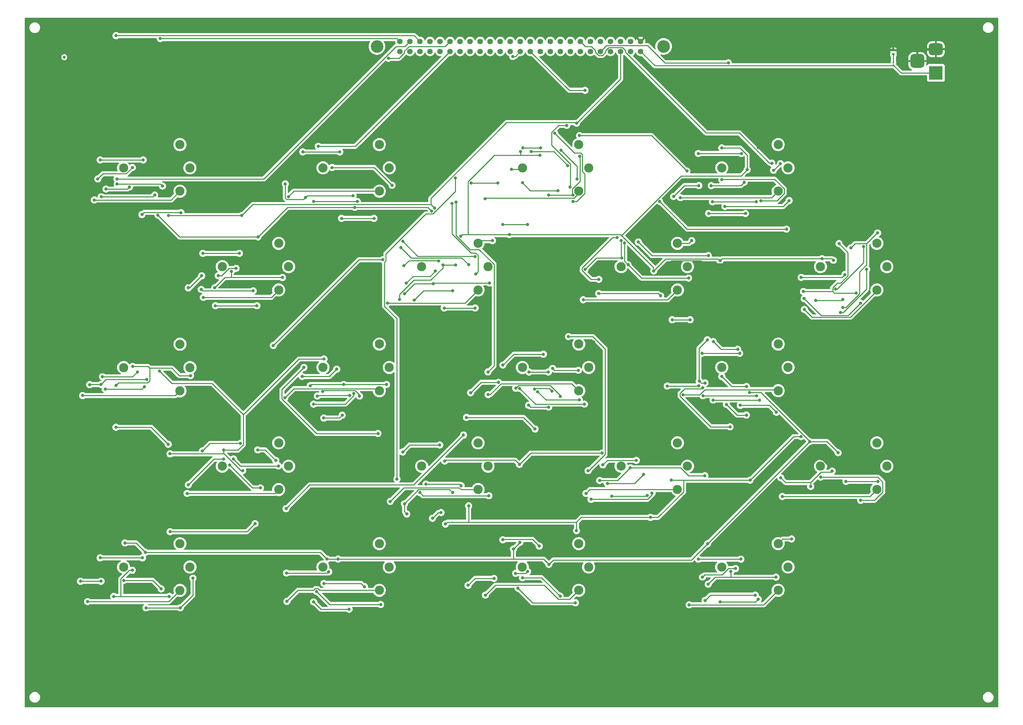
<source format=gbr>
%TF.GenerationSoftware,KiCad,Pcbnew,7.0.2*%
%TF.CreationDate,2023-07-28T09:12:19+01:00*%
%TF.ProjectId,Air quality project,41697220-7175-4616-9c69-74792070726f,rev?*%
%TF.SameCoordinates,Original*%
%TF.FileFunction,Copper,L1,Top*%
%TF.FilePolarity,Positive*%
%FSLAX46Y46*%
G04 Gerber Fmt 4.6, Leading zero omitted, Abs format (unit mm)*
G04 Created by KiCad (PCBNEW 7.0.2) date 2023-07-28 09:12:19*
%MOMM*%
%LPD*%
G01*
G04 APERTURE LIST*
G04 Aperture macros list*
%AMRoundRect*
0 Rectangle with rounded corners*
0 $1 Rounding radius*
0 $2 $3 $4 $5 $6 $7 $8 $9 X,Y pos of 4 corners*
0 Add a 4 corners polygon primitive as box body*
4,1,4,$2,$3,$4,$5,$6,$7,$8,$9,$2,$3,0*
0 Add four circle primitives for the rounded corners*
1,1,$1+$1,$2,$3*
1,1,$1+$1,$4,$5*
1,1,$1+$1,$6,$7*
1,1,$1+$1,$8,$9*
0 Add four rect primitives between the rounded corners*
20,1,$1+$1,$2,$3,$4,$5,0*
20,1,$1+$1,$4,$5,$6,$7,0*
20,1,$1+$1,$6,$7,$8,$9,0*
20,1,$1+$1,$8,$9,$2,$3,0*%
G04 Aperture macros list end*
%TA.AperFunction,ComponentPad*%
%ADD10C,2.311400*%
%TD*%
%TA.AperFunction,SMDPad,CuDef*%
%ADD11RoundRect,0.100000X-0.100000X0.130000X-0.100000X-0.130000X0.100000X-0.130000X0.100000X0.130000X0*%
%TD*%
%TA.AperFunction,WasherPad*%
%ADD12C,3.200400*%
%TD*%
%TA.AperFunction,ComponentPad*%
%ADD13C,1.397000*%
%TD*%
%TA.AperFunction,ComponentPad*%
%ADD14R,3.500000X3.500000*%
%TD*%
%TA.AperFunction,ComponentPad*%
%ADD15RoundRect,0.750000X-1.000000X0.750000X-1.000000X-0.750000X1.000000X-0.750000X1.000000X0.750000X0*%
%TD*%
%TA.AperFunction,ComponentPad*%
%ADD16RoundRect,0.875000X-0.875000X0.875000X-0.875000X-0.875000X0.875000X-0.875000X0.875000X0.875000X0*%
%TD*%
%TA.AperFunction,SMDPad,CuDef*%
%ADD17RoundRect,0.135000X0.185000X-0.135000X0.185000X0.135000X-0.185000X0.135000X-0.185000X-0.135000X0*%
%TD*%
%TA.AperFunction,SMDPad,CuDef*%
%ADD18C,0.750000*%
%TD*%
%TA.AperFunction,ViaPad*%
%ADD19C,0.800000*%
%TD*%
%TA.AperFunction,Conductor*%
%ADD20C,0.250000*%
%TD*%
G04 APERTURE END LIST*
D10*
%TO.P,J2,1,REF*%
%TO.N,Net-(J2-REF)*%
X59283000Y-63900501D03*
%TO.P,J2,2,SEN*%
%TO.N,Net-(J2-SEN)*%
X61803000Y-58000501D03*
%TO.P,J2,3,CNT*%
%TO.N,Net-(J2-CNT)*%
X59283000Y-52100501D03*
%TO.P,J2,4,AUX*%
%TO.N,Net-(J2-AUX)*%
X45003000Y-58000501D03*
%TD*%
%TO.P,J4,1,REF*%
%TO.N,Net-(J4-REF)*%
X59290000Y-114430001D03*
%TO.P,J4,2,SEN*%
%TO.N,Net-(J4-SEN)*%
X61810000Y-108530001D03*
%TO.P,J4,3,CNT*%
%TO.N,Net-(J4-CNT)*%
X59290000Y-102630001D03*
%TO.P,J4,4,AUX*%
%TO.N,Net-(J4-AUX)*%
X45010000Y-108530001D03*
%TD*%
%TO.P,J5,1,REF*%
%TO.N,Net-(J5-REF)*%
X59290000Y-164920001D03*
%TO.P,J5,2,SEN*%
%TO.N,Net-(J5-SEN)*%
X61810000Y-159020001D03*
%TO.P,J5,3,CNT*%
%TO.N,Net-(J5-CNT)*%
X59290000Y-153120001D03*
%TO.P,J5,4,AUX*%
%TO.N,Net-(J5-AUX)*%
X45010000Y-159020001D03*
%TD*%
%TO.P,J15,1,REF*%
%TO.N,Net-(J15-REF)*%
X160270000Y-164900001D03*
%TO.P,J15,2,SEN*%
%TO.N,Net-(J15-SEN)*%
X162790000Y-159000001D03*
%TO.P,J15,3,CNT*%
%TO.N,Net-(J15-CNT)*%
X160270000Y-153100001D03*
%TO.P,J15,4,AUX*%
%TO.N,Net-(J15-AUX)*%
X145990000Y-159000001D03*
%TD*%
%TO.P,J18,1,REF*%
%TO.N,Net-(J18-REF)*%
X210780000Y-63900001D03*
%TO.P,J18,2,SEN*%
%TO.N,Net-(J18-SEN)*%
X213300000Y-58000001D03*
%TO.P,J18,3,CNT*%
%TO.N,Net-(J18-CNT)*%
X210780000Y-52100001D03*
%TO.P,J18,4,AUX*%
%TO.N,Net-(J18-AUX)*%
X196500000Y-58000001D03*
%TD*%
%TO.P,J10,1,REF*%
%TO.N,Net-(J10-REF)*%
X109770000Y-164900001D03*
%TO.P,J10,2,SEN*%
%TO.N,Net-(J10-SEN)*%
X112290000Y-159000001D03*
%TO.P,J10,3,CNT*%
%TO.N,Net-(J10-CNT)*%
X109770000Y-153100001D03*
%TO.P,J10,4,AUX*%
%TO.N,Net-(J10-AUX)*%
X95490000Y-159000001D03*
%TD*%
D11*
%TO.P,D1,1,K*%
%TO.N,Net-(D1-K)*%
X239970000Y-31365000D03*
%TO.P,D1,2,A*%
%TO.N,/LabJack_Connector/PWR*%
X239970000Y-32005000D03*
%TD*%
D10*
%TO.P,J8,1,REF*%
%TO.N,Net-(J8-REF)*%
X109780000Y-63900001D03*
%TO.P,J8,2,SEN*%
%TO.N,Net-(J8-SEN)*%
X112300000Y-58000001D03*
%TO.P,J8,3,CNT*%
%TO.N,Net-(J8-CNT)*%
X109780000Y-52100001D03*
%TO.P,J8,4,AUX*%
%TO.N,Net-(J8-AUX)*%
X95500000Y-58000001D03*
%TD*%
%TO.P,J12,1,REF*%
%TO.N,Net-(J12-REF)*%
X134780000Y-139400001D03*
%TO.P,J12,2,SEN*%
%TO.N,Net-(J12-SEN)*%
X137300000Y-133500001D03*
%TO.P,J12,3,CNT*%
%TO.N,Net-(J12-CNT)*%
X134780000Y-127600001D03*
%TO.P,J12,4,AUX*%
%TO.N,Net-(J12-AUX)*%
X120500000Y-133500001D03*
%TD*%
%TO.P,J9,1,REF*%
%TO.N,Net-(J9-REF)*%
X109780000Y-114400001D03*
%TO.P,J9,2,SEN*%
%TO.N,Net-(J9-SEN)*%
X112300000Y-108500001D03*
%TO.P,J9,3,CNT*%
%TO.N,Net-(J9-CNT)*%
X109780000Y-102600001D03*
%TO.P,J9,4,AUX*%
%TO.N,Net-(J9-AUX)*%
X95500000Y-108500001D03*
%TD*%
D12*
%TO.P,J3,*%
%TO.N,*%
X109179996Y-27270000D03*
X181780004Y-27270000D03*
D13*
%TO.P,J3,1,1*%
%TO.N,/LabJack_Connector/SEN1*%
X115000000Y-26000000D03*
%TO.P,J3,2,2*%
%TO.N,/LabJack_Connector/SEN3*%
X115000000Y-28540000D03*
%TO.P,J3,3,3*%
%TO.N,/LabJack_Connector/AUX1*%
X117540000Y-26000000D03*
%TO.P,J3,4,4*%
%TO.N,/LabJack_Connector/AUX3*%
X117540000Y-28540000D03*
%TO.P,J3,5,5*%
%TO.N,/LabJack_Connector/SEN2*%
X120080000Y-26000000D03*
%TO.P,J3,6,6*%
%TO.N,/LabJack_Connector/AUX2*%
X120080000Y-28540000D03*
%TO.P,J3,7,7*%
%TO.N,/LabJack_Connector/SEN4*%
X122620000Y-26000000D03*
%TO.P,J3,8,8*%
%TO.N,/LabJack_Connector/AUX4*%
X122620000Y-28540000D03*
%TO.P,J3,9,9*%
%TO.N,/LabJack_Connector/SEN5*%
X125160000Y-26000000D03*
%TO.P,J3,10,10*%
%TO.N,/LabJack_Connector/AUX5*%
X125160000Y-28540000D03*
%TO.P,J3,11,11*%
%TO.N,/LabJack_Connector/SEN6*%
X127700000Y-26000000D03*
%TO.P,J3,12,12*%
%TO.N,/LabJack_Connector/AUX6*%
X127700000Y-28540000D03*
%TO.P,J3,13,13*%
%TO.N,/LabJack_Connector/SEN7*%
X130240000Y-26000000D03*
%TO.P,J3,14,14*%
%TO.N,/LabJack_Connector/AUX7*%
X130240000Y-28540000D03*
%TO.P,J3,15,15*%
%TO.N,/LabJack_Connector/SEN8*%
X132780000Y-26000000D03*
%TO.P,J3,16,16*%
%TO.N,/LabJack_Connector/AUX8*%
X132780000Y-28540000D03*
%TO.P,J3,17,17*%
%TO.N,/LabJack_Connector/SEN9*%
X135320000Y-26000000D03*
%TO.P,J3,18,18*%
%TO.N,/LabJack_Connector/AUX9*%
X135320000Y-28540000D03*
%TO.P,J3,19,19*%
%TO.N,/LabJack_Connector/SEN10*%
X137860000Y-26000000D03*
%TO.P,J3,20,20*%
%TO.N,/LabJack_Connector/AUX10*%
X137860000Y-28540000D03*
%TO.P,J3,21,21*%
%TO.N,/LabJack_Connector/SEN11*%
X140400000Y-26000000D03*
%TO.P,J3,22,22*%
%TO.N,/LabJack_Connector/AUX11*%
X140400000Y-28540000D03*
%TO.P,J3,23,23*%
%TO.N,/LabJack_Connector/SEN12*%
X142940000Y-26000000D03*
%TO.P,J3,24,24*%
%TO.N,/LabJack_Connector/AUX12*%
X142940000Y-28540000D03*
%TO.P,J3,25,25*%
%TO.N,/LabJack_Connector/SEN13*%
X145480000Y-26000000D03*
%TO.P,J3,26,26*%
%TO.N,/LabJack_Connector/AUX13*%
X145480000Y-28540000D03*
%TO.P,J3,27,27*%
%TO.N,/LabJack_Connector/SEN14*%
X148020000Y-26000000D03*
%TO.P,J3,28,28*%
%TO.N,/LabJack_Connector/AUX14*%
X148020000Y-28540000D03*
%TO.P,J3,29,29*%
%TO.N,/LabJack_Connector/SEN15*%
X150560000Y-26000000D03*
%TO.P,J3,30,30*%
%TO.N,/LabJack_Connector/AUX15*%
X150560000Y-28540000D03*
%TO.P,J3,31,31*%
%TO.N,/LabJack_Connector/SEN16*%
X153100000Y-26000000D03*
%TO.P,J3,32,32*%
%TO.N,/LabJack_Connector/AUX16*%
X153100000Y-28540000D03*
%TO.P,J3,33,33*%
%TO.N,/LabJack_Connector/SEN17*%
X155640000Y-26000000D03*
%TO.P,J3,34,34*%
%TO.N,/LabJack_Connector/AUX17*%
X155640000Y-28540000D03*
%TO.P,J3,35,35*%
%TO.N,/LabJack_Connector/SEN18*%
X158180000Y-26000000D03*
%TO.P,J3,36,36*%
%TO.N,/LabJack_Connector/AUX18*%
X158180000Y-28540000D03*
%TO.P,J3,37,37*%
%TO.N,/LabJack_Connector/SEN19*%
X160720000Y-26000000D03*
%TO.P,J3,38,38*%
%TO.N,/LabJack_Connector/AUX19*%
X160720000Y-28540000D03*
%TO.P,J3,39,39*%
%TO.N,/LabJack_Connector/SEN20*%
X163260000Y-26000000D03*
%TO.P,J3,40,40*%
%TO.N,/LabJack_Connector/AUX20*%
X163260000Y-28540000D03*
%TO.P,J3,41,41*%
%TO.N,unconnected-(J3-Pad41)*%
X165800000Y-26000000D03*
%TO.P,J3,42,42*%
%TO.N,/EEPROM/DAT*%
X165800000Y-28540000D03*
%TO.P,J3,43,43*%
%TO.N,unconnected-(J3-Pad43)*%
X168340000Y-26000000D03*
%TO.P,J3,44,44*%
%TO.N,/EEPROM/CLK*%
X168340000Y-28540000D03*
%TO.P,J3,45,45*%
%TO.N,/LabJack_Connector/VREG*%
X170880000Y-26000000D03*
%TO.P,J3,46,46*%
X170880000Y-28540000D03*
%TO.P,J3,47,47*%
%TO.N,unconnected-(J3-Pad47)*%
X173420000Y-26000000D03*
%TO.P,J3,48,48*%
%TO.N,unconnected-(J3-Pad48)*%
X173420000Y-28540000D03*
%TO.P,J3,49,49*%
%TO.N,GND*%
X175960000Y-26000000D03*
%TO.P,J3,50,50*%
%TO.N,/LabJack_Connector/PWR*%
X175960000Y-28540000D03*
%TD*%
D10*
%TO.P,J6,1,REF*%
%TO.N,Net-(J6-REF)*%
X84280000Y-88900001D03*
%TO.P,J6,2,SEN*%
%TO.N,Net-(J6-SEN)*%
X86800000Y-83000001D03*
%TO.P,J6,3,CNT*%
%TO.N,Net-(J6-CNT)*%
X84280000Y-77100001D03*
%TO.P,J6,4,AUX*%
%TO.N,Net-(J6-AUX)*%
X70000000Y-83000001D03*
%TD*%
%TO.P,J16,1,REF*%
%TO.N,Net-(J16-REF)*%
X185280000Y-88900001D03*
%TO.P,J16,2,SEN*%
%TO.N,Net-(J16-SEN)*%
X187800000Y-83000001D03*
%TO.P,J16,3,CNT*%
%TO.N,Net-(J16-CNT)*%
X185280000Y-77100001D03*
%TO.P,J16,4,AUX*%
%TO.N,Net-(J16-AUX)*%
X171000000Y-83000001D03*
%TD*%
D14*
%TO.P,J1,1*%
%TO.N,/LabJack_Connector/PWR*%
X250730000Y-33970000D03*
D15*
%TO.P,J1,2*%
%TO.N,GND*%
X250730000Y-27970000D03*
D16*
%TO.P,J1,3*%
X246030000Y-30970000D03*
%TD*%
D10*
%TO.P,J19,1,REF*%
%TO.N,Net-(J19-REF)*%
X210780000Y-114400001D03*
%TO.P,J19,2,SEN*%
%TO.N,Net-(J19-SEN)*%
X213300000Y-108500001D03*
%TO.P,J19,3,CNT*%
%TO.N,Net-(J19-CNT)*%
X210780000Y-102600001D03*
%TO.P,J19,4,AUX*%
%TO.N,Net-(J19-AUX)*%
X196500000Y-108500001D03*
%TD*%
%TO.P,J17,1,REF*%
%TO.N,Net-(J17-REF)*%
X185280000Y-139400001D03*
%TO.P,J17,2,SEN*%
%TO.N,Net-(J17-SEN)*%
X187800000Y-133500001D03*
%TO.P,J17,3,CNT*%
%TO.N,Net-(J17-CNT)*%
X185280000Y-127600001D03*
%TO.P,J17,4,AUX*%
%TO.N,Net-(J17-AUX)*%
X171000000Y-133500001D03*
%TD*%
D17*
%TO.P,R_LED1,1*%
%TO.N,Net-(D1-K)*%
X239970000Y-29270000D03*
%TO.P,R_LED1,2*%
%TO.N,GND*%
X239970000Y-28250000D03*
%TD*%
D10*
%TO.P,J11,1,REF*%
%TO.N,Net-(J11-REF)*%
X134780000Y-88900001D03*
%TO.P,J11,2,SEN*%
%TO.N,Net-(J11-SEN)*%
X137300000Y-83000001D03*
%TO.P,J11,3,CNT*%
%TO.N,Net-(J11-CNT)*%
X134780000Y-77100001D03*
%TO.P,J11,4,AUX*%
%TO.N,Net-(J11-AUX)*%
X120500000Y-83000001D03*
%TD*%
%TO.P,J7,1,REF*%
%TO.N,Net-(J7-REF)*%
X84280000Y-139400001D03*
%TO.P,J7,2,SEN*%
%TO.N,Net-(J7-SEN)*%
X86800000Y-133500001D03*
%TO.P,J7,3,CNT*%
%TO.N,Net-(J7-CNT)*%
X84280000Y-127600001D03*
%TO.P,J7,4,AUX*%
%TO.N,Net-(J7-AUX)*%
X70000000Y-133500001D03*
%TD*%
D18*
%TO.P,REF\u002A\u002A,*%
%TO.N,*%
X30000000Y-30000000D03*
%TD*%
D10*
%TO.P,J13,1,REF*%
%TO.N,Net-(J13-REF)*%
X160280000Y-63900001D03*
%TO.P,J13,2,SEN*%
%TO.N,Net-(J13-SEN)*%
X162800000Y-58000001D03*
%TO.P,J13,3,CNT*%
%TO.N,Net-(J13-CNT)*%
X160280000Y-52100001D03*
%TO.P,J13,4,AUX*%
%TO.N,Net-(J13-AUX)*%
X146000000Y-58000001D03*
%TD*%
%TO.P,J22,1,REF*%
%TO.N,Net-(J22-REF)*%
X235780000Y-139400001D03*
%TO.P,J22,2,SEN*%
%TO.N,Net-(J22-SEN)*%
X238300000Y-133500001D03*
%TO.P,J22,3,CNT*%
%TO.N,Net-(J22-CNT)*%
X235780000Y-127600001D03*
%TO.P,J22,4,AUX*%
%TO.N,Net-(J22-AUX)*%
X221500000Y-133500001D03*
%TD*%
%TO.P,J21,1,REF*%
%TO.N,Net-(J21-REF)*%
X235780000Y-88900001D03*
%TO.P,J21,2,SEN*%
%TO.N,Net-(J21-SEN)*%
X238300000Y-83000001D03*
%TO.P,J21,3,CNT*%
%TO.N,Net-(J21-CNT)*%
X235780000Y-77100001D03*
%TO.P,J21,4,AUX*%
%TO.N,Net-(J21-AUX)*%
X221500000Y-83000001D03*
%TD*%
%TO.P,J14,1,REF*%
%TO.N,Net-(J14-REF)*%
X160280000Y-114400001D03*
%TO.P,J14,2,SEN*%
%TO.N,Net-(J14-SEN)*%
X162800000Y-108500001D03*
%TO.P,J14,3,CNT*%
%TO.N,Net-(J14-CNT)*%
X160280000Y-102600001D03*
%TO.P,J14,4,AUX*%
%TO.N,Net-(J14-AUX)*%
X146000000Y-108500001D03*
%TD*%
%TO.P,J20,1,REF*%
%TO.N,Net-(J20-REF)*%
X210770000Y-164900001D03*
%TO.P,J20,2,SEN*%
%TO.N,Net-(J20-SEN)*%
X213290000Y-159000001D03*
%TO.P,J20,3,CNT*%
%TO.N,Net-(J20-CNT)*%
X210770000Y-153100001D03*
%TO.P,J20,4,AUX*%
%TO.N,Net-(J20-AUX)*%
X196490000Y-159000001D03*
%TD*%
D19*
%TO.N,Net-(C4_17-Pad2)*%
X194302700Y-116754100D03*
X206086500Y-116754100D03*
%TO.N,Net-(C4_18-Pad2)*%
X205730000Y-167161200D03*
X196054900Y-167855600D03*
%TO.N,Net-(C4_19-Pad2)*%
X220281300Y-91539400D03*
X227186000Y-91299300D03*
%TO.N,Net-(J11-CNT)*%
X138407600Y-76429800D03*
%TO.N,Net-(J16-CNT)*%
X188908900Y-76428500D03*
%TO.N,GND*%
X218036900Y-27942000D03*
X182708800Y-82623500D03*
X117654000Y-133824200D03*
X116079300Y-136065200D03*
X146376200Y-106426100D03*
X203435300Y-82270600D03*
X191889200Y-82530700D03*
X233765700Y-133534800D03*
X205718000Y-52872500D03*
X164097800Y-102051700D03*
X157706400Y-104301400D03*
X221841400Y-131708100D03*
X207783900Y-52914000D03*
%TO.N,/EEPROM/4.5V*%
X142721600Y-74890800D03*
X196488200Y-52949200D03*
X99330800Y-157002400D03*
X143736900Y-154470200D03*
X202933400Y-58462600D03*
X218742100Y-127265000D03*
X166213400Y-130173700D03*
X150402700Y-54837000D03*
X179257500Y-84103300D03*
X192913900Y-153093200D03*
X147688100Y-109661400D03*
X145240500Y-133057200D03*
X225954100Y-130067900D03*
X56746400Y-130370600D03*
X50520400Y-155265400D03*
X130401700Y-75274800D03*
X54116900Y-109425000D03*
X145509200Y-53914600D03*
X126324000Y-132203200D03*
X196049400Y-81510400D03*
X45340000Y-152909700D03*
X95758400Y-106359200D03*
X145384200Y-152767200D03*
X203566800Y-114857500D03*
X224762700Y-81375400D03*
X79031800Y-75482100D03*
X96539000Y-157002400D03*
X75175600Y-134609100D03*
X152693200Y-158346500D03*
X103553500Y-67976200D03*
X221875600Y-81002400D03*
X53693600Y-69971700D03*
X152567700Y-109661400D03*
X70340000Y-129425500D03*
X123019700Y-68921600D03*
%TO.N,/EEPROM/DAT*%
X198160000Y-31417200D03*
%TO.N,/LabJack_Connector/AUX1*%
X43312200Y-60816600D03*
%TO.N,/LabJack_Connector/SEN1*%
X54290500Y-25285600D03*
%TO.N,/LabJack_Connector/AUX10*%
X114224500Y-136741200D03*
X129018200Y-60580700D03*
%TO.N,/LabJack_Connector/SEN10*%
X90665100Y-108522800D03*
X109429800Y-125218200D03*
%TO.N,/LabJack_Connector/AUX2*%
X43062400Y-123648700D03*
X56314600Y-127963100D03*
%TO.N,/LabJack_Connector/SEN2*%
X43098700Y-24531500D03*
%TO.N,/LabJack_Connector/AUX12*%
X129187000Y-66685000D03*
X137283000Y-109639100D03*
%TO.N,/LabJack_Connector/SEN12*%
X115696700Y-76592200D03*
X134013500Y-80452700D03*
%TO.N,/LabJack_Connector/AUX13*%
X144297100Y-160603400D03*
X131837100Y-121145700D03*
X128155900Y-66962800D03*
X147306600Y-160171400D03*
X149202400Y-124086200D03*
X143549600Y-29791700D03*
X134161300Y-84852300D03*
%TO.N,/LabJack_Connector/SEN13*%
X153652000Y-108751800D03*
X160174100Y-109234200D03*
X154201000Y-49257300D03*
X158801000Y-66490500D03*
%TO.N,/LabJack_Connector/AUX14*%
X169966900Y-75647700D03*
X165350400Y-86218400D03*
X161864700Y-38371200D03*
%TO.N,/LabJack_Connector/SEN14*%
X155783400Y-53566200D03*
X159802700Y-60821700D03*
%TO.N,/LabJack_Connector/AUX15*%
X158082000Y-62882300D03*
X157669100Y-100709000D03*
X157224400Y-47257000D03*
X162646000Y-134634000D03*
%TO.N,/LabJack_Connector/AUX16*%
X160456700Y-49852100D03*
X187676100Y-58827400D03*
%TO.N,/LabJack_Connector/AUX17*%
X175356600Y-76764400D03*
X192856100Y-101501700D03*
X193094900Y-80194500D03*
X190792000Y-111980400D03*
X192255800Y-112431800D03*
%TO.N,/LabJack_Connector/AUX18*%
X198593600Y-123538400D03*
X191684500Y-113609000D03*
%TO.N,/LabJack_Connector/SEN18*%
X200524300Y-103912700D03*
X194363100Y-101967400D03*
%TO.N,/LabJack_Connector/AUX19*%
X180741000Y-66508100D03*
X212886400Y-73499700D03*
%TO.N,/LabJack_Connector/SEN19*%
X209174100Y-56799900D03*
%TO.N,/LabJack_Connector/AUX4*%
X61394100Y-88366000D03*
X64774300Y-85309400D03*
%TO.N,/LabJack_Connector/AUX5*%
X70352000Y-131708100D03*
X61394900Y-138200400D03*
%TO.N,/LabJack_Connector/AUX6*%
X94310500Y-52548500D03*
%TO.N,/LabJack_Connector/SEN6*%
X112047200Y-30270400D03*
%TO.N,/LabJack_Connector/AUX8*%
X83551800Y-132039000D03*
X78993800Y-129372500D03*
X110675200Y-81239400D03*
X82912200Y-102948400D03*
%TO.N,/LabJack_Connector/SEN8*%
X132371200Y-82498300D03*
X86148800Y-144241600D03*
X115234200Y-78200200D03*
X131088700Y-125617800D03*
%TO.N,Net-(J20-CNT)*%
X214166800Y-151924100D03*
%TO.N,/LabJack_Connector/VREG*%
X178434500Y-146452700D03*
X132390900Y-143548100D03*
X123755400Y-68186000D03*
X183687500Y-137027700D03*
X126510500Y-148150600D03*
X159695800Y-149813000D03*
X56359900Y-70069800D03*
X74935100Y-70069800D03*
X78306800Y-148037600D03*
X203670000Y-137027700D03*
X56781500Y-150071700D03*
X216563300Y-126011800D03*
X159722000Y-46697500D03*
%TO.N,Net-(U2_2B--)*%
X50253900Y-113371000D03*
X40369000Y-114009400D03*
%TO.N,Net-(C3_1-Pad1)*%
X49651700Y-69815500D03*
X59550900Y-69342900D03*
%TO.N,Net-(C3_3-Pad1)*%
X59345800Y-169334300D03*
X62557600Y-161838700D03*
X50687300Y-169334300D03*
%TO.N,Net-(C3_6-Pad1)*%
X108428500Y-70777200D03*
X100202100Y-70777200D03*
%TO.N,Net-(C3_7-Pad2)*%
X100374400Y-120579600D03*
X95695500Y-121310200D03*
%TO.N,Net-(C3_9-Pad1)*%
X126211900Y-93458000D03*
X134032600Y-93458000D03*
%TO.N,Net-(C3_10-Pad2)*%
X123231400Y-146685200D03*
X125391500Y-145239700D03*
%TO.N,Net-(C3_11-Pad1)*%
X158801000Y-64919800D03*
X160484900Y-55054300D03*
X152617000Y-64919800D03*
%TO.N,Net-(C3_11-Pad2)*%
X141080800Y-72306500D03*
X147336300Y-72306500D03*
%TO.N,Net-(C3_12-Pad1)*%
X149878000Y-114629200D03*
X160420000Y-116717100D03*
%TO.N,Net-(C3_14-Pad1)*%
X188473400Y-96431600D03*
X183951900Y-96431600D03*
%TO.N,Net-(C3_16-Pad1)*%
X211345200Y-56952700D03*
X209586200Y-58604800D03*
%TO.N,Net-(C3_17-Pad1)*%
X210318700Y-119850200D03*
X201176200Y-118086600D03*
%TO.N,Net-(C3_19-Pad1)*%
X227164200Y-93327200D03*
X235962400Y-74477900D03*
X229161100Y-78271300D03*
%TO.N,Net-(U2_1B--)*%
X54859500Y-62598400D03*
X43370400Y-62093200D03*
%TO.N,Net-(U4_1B--)*%
X38454600Y-60800000D03*
X47218100Y-57897700D03*
%TO.N,Net-(C5_1-Pad2)*%
X46493400Y-62820100D03*
X40542500Y-63364200D03*
%TO.N,Net-(U4_2B--)*%
X43067100Y-113096300D03*
X61950600Y-110561100D03*
X47318700Y-108252900D03*
%TO.N,Net-(C5_2-Pad2)*%
X39644900Y-110872100D03*
X48470000Y-109656900D03*
%TO.N,Net-(U4_3B--)*%
X47200000Y-159824900D03*
X42508700Y-166443900D03*
X56568800Y-166443900D03*
%TO.N,Net-(U4_4B--)*%
X72284500Y-84163900D03*
X68087600Y-88336600D03*
X85226900Y-85739500D03*
%TO.N,Net-(C5_4-Pad2)*%
X73470000Y-83437000D03*
X68978700Y-85298800D03*
%TO.N,Net-(U4_5B--)*%
X72817600Y-131661000D03*
X84200000Y-133438200D03*
%TO.N,Net-(U4_6B--)*%
X112994200Y-62400100D03*
X97819100Y-57901500D03*
%TO.N,Net-(U4_7B--)*%
X111569000Y-112830000D03*
X92280100Y-113111200D03*
X100720600Y-112830000D03*
%TO.N,Net-(C5_7-Pad2)*%
X90216600Y-110790500D03*
X98970000Y-108949800D03*
%TO.N,Net-(U4_8B--)*%
X93883400Y-165195000D03*
X110104500Y-168500300D03*
%TO.N,Net-(C5_8-Pad2)*%
X86264700Y-160533100D03*
X96963700Y-160234500D03*
%TO.N,Net-(U4_9B--)*%
X137684200Y-87124600D03*
X116171100Y-89816300D03*
X123427100Y-87329500D03*
%TO.N,Net-(C5_9-Pad2)*%
X116580200Y-87181100D03*
X123970000Y-84138300D03*
%TO.N,Net-(U4_10B--)*%
X120021700Y-140169200D03*
X137526000Y-140977800D03*
%TO.N,Net-(U4_11B--)*%
X157435500Y-57393100D03*
X148270000Y-53914900D03*
%TO.N,Net-(U4_12B--)*%
X161707300Y-117784500D03*
X145311400Y-113781800D03*
%TO.N,Net-(U4_13B--)*%
X159454900Y-168061100D03*
X144893500Y-164379500D03*
%TO.N,Net-(U4_14B--)*%
X188091900Y-85895900D03*
X171904800Y-77022600D03*
X172770000Y-82522200D03*
%TO.N,Net-(C5_14-Pad2)*%
X171053100Y-76434100D03*
X161874300Y-83657700D03*
X171175900Y-80764400D03*
%TO.N,Net-(U4_15B--)*%
X173335000Y-133907000D03*
X192204600Y-135892400D03*
X165579600Y-137120400D03*
%TO.N,Net-(C5_15-Pad2)*%
X176674500Y-135588700D03*
X167513000Y-137857600D03*
%TO.N,Net-(U4_16B--)*%
X213540500Y-66284800D03*
X197283800Y-67770600D03*
%TO.N,Net-(C5_16-Pad2)*%
X202174500Y-61640800D03*
X193826700Y-62504300D03*
%TO.N,Net-(U4_18B--)*%
X198819700Y-160159400D03*
X210221300Y-161575200D03*
X193056200Y-163369300D03*
%TO.N,Net-(C5_18-Pad2)*%
X199970000Y-159400100D03*
X191601200Y-161555100D03*
%TO.N,Net-(U4_19B--)*%
X217177100Y-89299500D03*
X230506200Y-89665900D03*
X226194300Y-77162000D03*
%TO.N,Net-(C5_19-Pad2)*%
X227686100Y-85002300D03*
X216599300Y-85729100D03*
%TO.N,Net-(U4_20B--)*%
X236046300Y-137358000D03*
X227943400Y-137358000D03*
%TO.N,Net-(C5_20-Pad2)*%
X211439000Y-136420400D03*
X219016300Y-138637900D03*
X224447600Y-134730600D03*
%TO.N,Net-(U2_4B--)*%
X68267000Y-92878900D03*
X78752400Y-92878900D03*
%TO.N,Net-(U2_9B--)*%
X129073700Y-82556200D03*
X114914500Y-91266800D03*
X125890200Y-82556200D03*
%TO.N,Net-(U2_15B--)*%
X168639100Y-141057900D03*
X177625500Y-140913700D03*
%TO.N,Net-(U2_16B--)*%
X205196400Y-66549600D03*
X194143200Y-66601000D03*
%TO.N,Net-(U2_17B--)*%
X191725000Y-115644400D03*
X205343900Y-115646000D03*
%TO.N,Net-(U2_18B--)*%
X204998200Y-166131800D03*
X192276300Y-167464200D03*
%TO.N,Net-(U2_6B--)*%
X104201700Y-66522200D03*
X93155400Y-66456600D03*
%TO.N,Net-(U2_7B--)*%
X102276300Y-115598900D03*
X94072900Y-115727000D03*
%TO.N,Net-(U2_8B--)*%
X102105000Y-169701100D03*
X93132900Y-167848900D03*
%TO.N,Net-(R6_1-Pad1)*%
X39077200Y-56001900D03*
X49970000Y-56001900D03*
%TO.N,Net-(R6_3-Pad1)*%
X49786600Y-156696800D03*
X39071500Y-156696800D03*
%TO.N,Net-(R6_4-Pad1)*%
X65076500Y-79635800D03*
X74316700Y-79635800D03*
%TO.N,Net-(R6_5-Pad1)*%
X64947500Y-129643700D03*
X74601200Y-127695200D03*
%TO.N,Net-(R6_6-Pad1)*%
X90373000Y-53964900D03*
X99765100Y-53964900D03*
%TO.N,Net-(R6_9-Pad1)*%
X115990300Y-82759900D03*
X124793300Y-81536900D03*
%TO.N,Net-(R6_10-Pad1)*%
X115696700Y-129908700D03*
X125061800Y-128137700D03*
%TO.N,Net-(R6_11-Pad1)*%
X150582600Y-52948800D03*
X146139300Y-52948800D03*
%TO.N,Net-(R6_12-Pad1)*%
X141060000Y-107906500D03*
X151314300Y-105152300D03*
%TO.N,Net-(R6_13-Pad1)*%
X150270800Y-153719800D03*
X141047700Y-152128300D03*
%TO.N,Net-(R6_15-Pad1)*%
X166396000Y-133159800D03*
X174840000Y-132017400D03*
%TO.N,Net-(R6_16-Pad1)*%
X190569100Y-54361500D03*
X201472800Y-54361500D03*
%TO.N,Net-(R6_17-Pad1)*%
X191499700Y-104946900D03*
X201042400Y-104946900D03*
%TO.N,Net-(R6_18-Pad1)*%
X190566800Y-157022700D03*
X201327500Y-157022700D03*
%TO.N,Net-(U4_12A-+)*%
X147582600Y-118076000D03*
X152647900Y-118535000D03*
%TO.N,Net-(U4_17A-+)*%
X202738100Y-120555800D03*
X197681500Y-117865200D03*
%TO.N,Net-(U4_19A-+)*%
X233198900Y-83672600D03*
X226550900Y-94577200D03*
%TO.N,Net-(U2_19A-+)*%
X232397400Y-77933700D03*
X225298000Y-88675200D03*
%TO.N,Net-(U2_19B-+)*%
X231612700Y-92226800D03*
X217371000Y-91078700D03*
%TO.N,Net-(U4_3B-+)*%
X54516000Y-164526000D03*
X45024500Y-162381800D03*
%TO.N,Net-(U4_5B-+)*%
X71886700Y-133224900D03*
X79660500Y-139003300D03*
%TO.N,Net-(U4_7B-+)*%
X95430300Y-114597600D03*
X104742700Y-115729200D03*
%TO.N,Net-(U4_8B-+)*%
X106019700Y-163992700D03*
X95756200Y-163158500D03*
%TO.N,Net-(U4_10B-+)*%
X121578900Y-138029300D03*
X130470700Y-138418800D03*
%TO.N,Net-(U4_11B-+)*%
X146000400Y-61785500D03*
X155024900Y-63810200D03*
%TO.N,Net-(U4_12B-+)*%
X155588900Y-115891900D03*
X144309500Y-113755800D03*
%TO.N,Net-(U4_13B-+)*%
X146010100Y-161724500D03*
X155571400Y-166406100D03*
%TO.N,Net-(U4_14B-+)*%
X181010300Y-90399700D03*
X165353600Y-89808500D03*
%TO.N,Net-(U4_16B-+)*%
X206392200Y-66323700D03*
X196522700Y-60984500D03*
%TO.N,Net-(U4_17B-+)*%
X202752600Y-113310400D03*
X196504800Y-110810100D03*
%TO.N,Net-(U4_20B-+)*%
X221524600Y-136249000D03*
X231663800Y-142133300D03*
%TO.N,Net-(R15_3-Pad1)*%
X39283100Y-162620500D03*
X34087100Y-162620500D03*
%TO.N,Net-(R15_11-Pad1)*%
X133021700Y-61860500D03*
X139765100Y-61860500D03*
%TO.N,Net-(R15_12-Pad1)*%
X132882800Y-114927300D03*
X139950000Y-112268400D03*
%TO.N,Net-(R15_13-Pad1)*%
X138803800Y-161896100D03*
X132241300Y-163642200D03*
%TO.N,Net-(R15_16-Pad1)*%
X190674300Y-62482700D03*
X184280400Y-65245900D03*
%TO.N,Net-(R15_17-Pad1)*%
X190697900Y-113141300D03*
X182707500Y-113204700D03*
%TO.N,Net-(J13-AUX)*%
X143203900Y-58379700D03*
%TO.N,Net-(J2-REF)*%
X37599200Y-66120200D03*
%TO.N,Net-(J4-REF)*%
X34636400Y-115627400D03*
%TO.N,Net-(J5-REF)*%
X35898200Y-167769900D03*
%TO.N,Net-(J6-REF)*%
X65198400Y-90763800D03*
%TO.N,Net-(J7-REF)*%
X61107700Y-140381000D03*
%TO.N,Net-(J8-REF)*%
X86739200Y-65275700D03*
%TO.N,Net-(J9-REF)*%
X85832800Y-116157500D03*
%TO.N,Net-(J10-REF)*%
X86366700Y-167707100D03*
%TO.N,Net-(J11-REF)*%
X111853700Y-92191100D03*
%TO.N,Net-(J12-REF)*%
X112553500Y-142396700D03*
%TO.N,Net-(J13-REF)*%
X136571800Y-65788100D03*
%TO.N,Net-(J14-REF)*%
X137322500Y-115385200D03*
%TO.N,Net-(J15-REF)*%
X136642700Y-166122500D03*
%TO.N,Net-(J16-REF)*%
X161407700Y-91376000D03*
%TO.N,Net-(J17-REF)*%
X162108500Y-140381200D03*
%TO.N,Net-(J18-REF)*%
X186022300Y-65533000D03*
%TO.N,Net-(J19-REF)*%
X186664700Y-115406900D03*
%TO.N,Net-(J20-REF)*%
X188240100Y-168582500D03*
%TO.N,Net-(J21-REF)*%
X217420500Y-93841000D03*
%TO.N,Net-(C4_1-Pad2)*%
X52882300Y-64884500D03*
X39327300Y-65337800D03*
%TO.N,Net-(C4_6-Pad2)*%
X103120700Y-65042900D03*
X85962200Y-62054200D03*
X91059600Y-65502500D03*
%TO.N,Net-(C4_2-Pad2)*%
X36413000Y-112855500D03*
X50885100Y-111540800D03*
X39311500Y-112815400D03*
%TO.N,Net-(C4_4-Pad2)*%
X77820000Y-89118600D03*
X64662200Y-88744000D03*
%TO.N,Net-(C4_7-Pad2)*%
X103320000Y-115047000D03*
X93125000Y-117788000D03*
%TO.N,Net-(C4_9-Pad2)*%
X128328300Y-89078000D03*
X118604300Y-91457500D03*
%TO.N,Net-(C4_10-Pad2)*%
X128320000Y-140188900D03*
X116144000Y-143004900D03*
X116722100Y-145602000D03*
%TO.N,Net-(C4_12-Pad2)*%
X153468500Y-114493800D03*
X149127800Y-113956000D03*
%TO.N,Net-(C4_15-Pad2)*%
X178820000Y-140348700D03*
X163361700Y-141882300D03*
%TO.N,Net-(C4_16-Pad2)*%
X193170000Y-69548600D03*
X202498500Y-69548600D03*
%TO.N,Net-(J22-REF)*%
X211831600Y-141158100D03*
%TD*%
D20*
%TO.N,Net-(C4_17-Pad2)*%
X206086500Y-116754100D02*
X194302700Y-116754100D01*
%TO.N,Net-(C4_18-Pad2)*%
X205035600Y-167855600D02*
X205730000Y-167161200D01*
X196054900Y-167855600D02*
X205035600Y-167855600D01*
%TO.N,Net-(C4_19-Pad2)*%
X227186000Y-91299300D02*
X226945900Y-91539400D01*
X226945900Y-91539400D02*
X220281300Y-91539400D01*
%TO.N,Net-(J11-CNT)*%
X138407600Y-76429800D02*
X135450200Y-76429800D01*
X135450200Y-76429800D02*
X134780000Y-77100000D01*
%TO.N,Net-(J16-CNT)*%
X185280000Y-77100000D02*
X188237400Y-77100000D01*
X188237400Y-77100000D02*
X188908900Y-76428500D01*
%TO.N,GND*%
X223668100Y-133534800D02*
X221841400Y-131708100D01*
X207742400Y-52872500D02*
X207783900Y-52914000D01*
X239662000Y-27942000D02*
X218036900Y-27942000D01*
X250450000Y-28250000D02*
X250730000Y-27970000D01*
X117654000Y-134490500D02*
X116079300Y-136065200D01*
X246030000Y-28250000D02*
X246030000Y-30970000D01*
X191889200Y-82270600D02*
X203435300Y-82270600D01*
X161848100Y-104301400D02*
X164097800Y-102051700D01*
X233765700Y-133534800D02*
X223668100Y-133534800D01*
X157706400Y-104301400D02*
X155581700Y-106426100D01*
X239970000Y-28250000D02*
X246030000Y-28250000D01*
X239970000Y-28250000D02*
X239662000Y-27942000D01*
X117654000Y-133824200D02*
X117654000Y-134490500D01*
X191129000Y-81510400D02*
X191889200Y-82270600D01*
X183821900Y-81510400D02*
X191129000Y-81510400D01*
X246030000Y-28250000D02*
X250450000Y-28250000D01*
X182708800Y-82623500D02*
X183821900Y-81510400D01*
X205718000Y-52872500D02*
X207742400Y-52872500D01*
X157706400Y-104301400D02*
X161848100Y-104301400D01*
X155581700Y-106426100D02*
X146376200Y-106426100D01*
X191889200Y-82270600D02*
X191889200Y-82530700D01*
%TO.N,/EEPROM/4.5V*%
X218742100Y-127162600D02*
X206437000Y-114857500D01*
X201373200Y-60022800D02*
X202933400Y-58462600D01*
X70340000Y-129425500D02*
X73943700Y-129425500D01*
X143736900Y-154470200D02*
X145384200Y-152822900D01*
X182302300Y-81058500D02*
X195597500Y-81058500D01*
X75332400Y-120433900D02*
X67408100Y-112509600D01*
X145509200Y-54837000D02*
X138956100Y-54837000D01*
X150402700Y-54837000D02*
X145509200Y-54837000D01*
X75332400Y-120433900D02*
X89407100Y-106359200D01*
X56746400Y-130370600D02*
X70180700Y-130370600D01*
X79031800Y-75482100D02*
X86537700Y-67976200D01*
X224389700Y-81002400D02*
X224762700Y-81375400D01*
X218742100Y-127265000D02*
X218742100Y-127162600D01*
X99330800Y-157002400D02*
X143736900Y-157002400D01*
X89407100Y-106359200D02*
X95758400Y-106359200D01*
X171080200Y-75102300D02*
X186159700Y-60022800D01*
X202933400Y-54793800D02*
X202933400Y-58462600D01*
X145384200Y-152822900D02*
X145384200Y-152767200D01*
X196049400Y-81510400D02*
X196557400Y-81002400D01*
X86537700Y-67976200D02*
X103553500Y-67976200D01*
X179257500Y-84103300D02*
X182302300Y-81058500D01*
X218742100Y-127265000D02*
X192913900Y-153093200D01*
X96539000Y-157002400D02*
X94802000Y-155265400D01*
X70180700Y-130370600D02*
X70340000Y-130211300D01*
X67408100Y-112509600D02*
X57201500Y-112509600D01*
X73943700Y-129425500D02*
X75332400Y-128036800D01*
X74737800Y-134609100D02*
X75175600Y-134609100D01*
X192913900Y-153093200D02*
X188774500Y-157232600D01*
X218742100Y-127265000D02*
X223151200Y-127265000D01*
X57201500Y-112509600D02*
X54116900Y-109425000D01*
X179257500Y-84103300D02*
X179257500Y-83279600D01*
X223151200Y-127265000D02*
X225954100Y-130067900D01*
X103553500Y-67976200D02*
X122074300Y-67976200D01*
X132258500Y-61534600D02*
X132258500Y-74890800D01*
X145509200Y-54837000D02*
X145509200Y-53914600D01*
X138956100Y-54837000D02*
X132258500Y-61534600D01*
X70340000Y-129425500D02*
X70340000Y-130211300D01*
X48164700Y-152909700D02*
X50520400Y-155265400D01*
X53693600Y-69971700D02*
X59204000Y-75482100D01*
X186159700Y-60022800D02*
X201373200Y-60022800D01*
X151349100Y-157002400D02*
X152693200Y-158346500D01*
X130785700Y-74890800D02*
X130401700Y-75274800D01*
X132258500Y-74890800D02*
X130785700Y-74890800D01*
X143736900Y-157002400D02*
X151349100Y-157002400D01*
X70340000Y-130211300D02*
X74737800Y-134609100D01*
X122074300Y-67976200D02*
X123019700Y-68921600D01*
X143736900Y-157002400D02*
X143736900Y-154470200D01*
X126324000Y-132203200D02*
X126563100Y-131964100D01*
X152567700Y-109661400D02*
X147688100Y-109661400D01*
X75332400Y-128036800D02*
X75332400Y-120433900D01*
X59204000Y-75482100D02*
X79031800Y-75482100D01*
X188774500Y-157232600D02*
X153807100Y-157232600D01*
X179257500Y-83279600D02*
X171080200Y-75102300D01*
X206437000Y-114857500D02*
X203566800Y-114857500D01*
X170868700Y-74890800D02*
X171080200Y-75102300D01*
X142721600Y-74890800D02*
X132258500Y-74890800D01*
X94802000Y-155265400D02*
X50520400Y-155265400D01*
X142721600Y-74890800D02*
X170868700Y-74890800D01*
X221875600Y-81002400D02*
X224389700Y-81002400D01*
X196557400Y-81002400D02*
X221875600Y-81002400D01*
X148124000Y-130173700D02*
X166213400Y-130173700D01*
X144147400Y-131964100D02*
X145240500Y-133057200D01*
X45340000Y-152909700D02*
X48164700Y-152909700D01*
X201088800Y-52949200D02*
X202933400Y-54793800D01*
X196488200Y-52949200D02*
X201088800Y-52949200D01*
X126563100Y-131964100D02*
X144147400Y-131964100D01*
X96539000Y-157002400D02*
X99330800Y-157002400D01*
X153807100Y-157232600D02*
X152693200Y-158346500D01*
X195597500Y-81058500D02*
X196049400Y-81510400D01*
X145240500Y-133057200D02*
X148124000Y-130173700D01*
%TO.N,/LabJack_Connector/PWR*%
X179564100Y-32144100D02*
X239830900Y-32144100D01*
X175960000Y-28540000D02*
X179564100Y-32144100D01*
X241935000Y-33970000D02*
X239970000Y-32005000D01*
X239830900Y-32144100D02*
X239970000Y-32005000D01*
X250730000Y-33970000D02*
X241935000Y-33970000D01*
%TO.N,/EEPROM/DAT*%
X198160000Y-31417200D02*
X182086400Y-31417200D01*
X182086400Y-31417200D02*
X177725400Y-27056200D01*
X177725400Y-27056200D02*
X167283800Y-27056200D01*
X167283800Y-27056200D02*
X165800000Y-28540000D01*
%TO.N,/LabJack_Connector/AUX1*%
X114018300Y-27270000D02*
X80471700Y-60816600D01*
X80471700Y-60816600D02*
X43312200Y-60816600D01*
X116270000Y-27270000D02*
X114018300Y-27270000D01*
X117540000Y-26000000D02*
X116270000Y-27270000D01*
%TO.N,/LabJack_Connector/SEN1*%
X115000000Y-26000000D02*
X114285600Y-25285600D01*
X114285600Y-25285600D02*
X54290500Y-25285600D01*
%TO.N,/LabJack_Connector/AUX10*%
X111113500Y-93051100D02*
X111113500Y-81829100D01*
X114224500Y-136741200D02*
X114224500Y-96162100D01*
X124056500Y-68912900D02*
X129018200Y-63951200D01*
X129018200Y-63951200D02*
X129018200Y-60580700D01*
X123320800Y-69648500D02*
X124056300Y-68913000D01*
X111113500Y-81829100D02*
X111402100Y-81540500D01*
X124056300Y-68913000D02*
X124056300Y-68912900D01*
X111402100Y-81540500D02*
X111402100Y-79787200D01*
X124056300Y-68912900D02*
X124056500Y-68912900D01*
X121540800Y-69648500D02*
X123320800Y-69648500D01*
X114224500Y-96162100D02*
X111113500Y-93051100D01*
X111402100Y-79787200D02*
X121540800Y-69648500D01*
%TO.N,/LabJack_Connector/SEN10*%
X109429800Y-125218200D02*
X93861900Y-125218200D01*
X93861900Y-125218200D02*
X85105800Y-116462100D01*
X85105800Y-116462100D02*
X85105800Y-114082100D01*
X85105800Y-114082100D02*
X90665100Y-108522800D01*
%TO.N,/LabJack_Connector/AUX2*%
X52000200Y-123648700D02*
X56314600Y-127963100D01*
X43062400Y-123648700D02*
X52000200Y-123648700D01*
%TO.N,/LabJack_Connector/SEN2*%
X118611500Y-24531500D02*
X120080000Y-26000000D01*
X43098700Y-24531500D02*
X118611500Y-24531500D01*
%TO.N,/LabJack_Connector/AUX12*%
X138842000Y-82419700D02*
X135063700Y-78641400D01*
X129187000Y-75088300D02*
X129187000Y-66685000D01*
X135063700Y-78641400D02*
X132740100Y-78641400D01*
X132740100Y-78641400D02*
X129187000Y-75088300D01*
X137283000Y-109639100D02*
X138842000Y-108080100D01*
X138842000Y-108080100D02*
X138842000Y-82419700D01*
%TO.N,/LabJack_Connector/SEN12*%
X119444200Y-80339700D02*
X115696700Y-76592200D01*
X134013500Y-80452700D02*
X133900500Y-80339700D01*
X133900500Y-80339700D02*
X119444200Y-80339700D01*
%TO.N,/LabJack_Connector/AUX13*%
X134748400Y-84265200D02*
X134748400Y-80154400D01*
X147306600Y-160171400D02*
X146874600Y-160603400D01*
X128155900Y-74696300D02*
X128155900Y-66962800D01*
X146261900Y-121145700D02*
X149202400Y-124086200D01*
X134137700Y-79543700D02*
X133003300Y-79543700D01*
X133003300Y-79543700D02*
X128155900Y-74696300D01*
X144228300Y-29791700D02*
X143549600Y-29791700D01*
X131837100Y-121145700D02*
X146261900Y-121145700D01*
X146874600Y-160603400D02*
X144297100Y-160603400D01*
X134161300Y-84852300D02*
X134748400Y-84265200D01*
X145480000Y-28540000D02*
X144228300Y-29791700D01*
X134748400Y-80154400D02*
X134137700Y-79543700D01*
%TO.N,/LabJack_Connector/SEN13*%
X161793000Y-59504600D02*
X161211900Y-58923500D01*
X153652000Y-108751800D02*
X154134400Y-109234200D01*
X159157700Y-54214000D02*
X154201000Y-49257300D01*
X160760600Y-54214000D02*
X159157700Y-54214000D01*
X154134400Y-109234200D02*
X160174100Y-109234200D01*
X158801000Y-66490500D02*
X159796500Y-66490500D01*
X161211900Y-54665300D02*
X160760600Y-54214000D01*
X161793000Y-64494000D02*
X161793000Y-59504600D01*
X161211900Y-58923500D02*
X161211900Y-54665300D01*
X159796500Y-66490500D02*
X161793000Y-64494000D01*
%TO.N,/LabJack_Connector/AUX14*%
X148020000Y-28540000D02*
X157851200Y-38371200D01*
X157851200Y-38371200D02*
X161864700Y-38371200D01*
X161131900Y-83372200D02*
X168856300Y-75647800D01*
X163387400Y-86218400D02*
X161131900Y-83962900D01*
X169966900Y-75647800D02*
X169966900Y-75647700D01*
X168856300Y-75647800D02*
X169966900Y-75647800D01*
X161131900Y-83962900D02*
X161131900Y-83372200D01*
X165350400Y-86218400D02*
X163387400Y-86218400D01*
%TO.N,/LabJack_Connector/SEN14*%
X159802700Y-60821700D02*
X159802700Y-57585500D01*
X159802700Y-57585500D02*
X155783400Y-53566200D01*
%TO.N,/LabJack_Connector/AUX15*%
X153437200Y-48983800D02*
X155164000Y-47257000D01*
X163854700Y-100709000D02*
X166950300Y-103804600D01*
X153437200Y-52248200D02*
X153437200Y-48983800D01*
X158082000Y-62882300D02*
X158186400Y-62777900D01*
X166950300Y-130490500D02*
X162806800Y-134634000D01*
X158186400Y-56997400D02*
X153437200Y-52248200D01*
X157669100Y-100709000D02*
X163854700Y-100709000D01*
X166950300Y-103804600D02*
X166950300Y-130490500D01*
X162806800Y-134634000D02*
X162646000Y-134634000D01*
X155164000Y-47257000D02*
X157224400Y-47257000D01*
X158186400Y-62777900D02*
X158186400Y-56997400D01*
%TO.N,/LabJack_Connector/AUX16*%
X187676100Y-58827400D02*
X178700800Y-49852100D01*
X178700800Y-49852100D02*
X160456700Y-49852100D01*
%TO.N,/LabJack_Connector/AUX17*%
X178786700Y-80194500D02*
X175356600Y-76764400D01*
X190729200Y-111917600D02*
X190729200Y-103628600D01*
X192255800Y-112431800D02*
X191243400Y-112431800D01*
X191243400Y-112431800D02*
X190792000Y-111980400D01*
X190792000Y-111980400D02*
X190729200Y-111917600D01*
X190729200Y-103628600D02*
X192856100Y-101501700D01*
X193094900Y-80194500D02*
X178786700Y-80194500D01*
%TO.N,/LabJack_Connector/AUX18*%
X193735000Y-123538400D02*
X185932000Y-115735400D01*
X185932000Y-115068900D02*
X187132600Y-113868300D01*
X191425200Y-113868300D02*
X191684500Y-113609000D01*
X187132600Y-113868300D02*
X191425200Y-113868300D01*
X198593600Y-123538400D02*
X193735000Y-123538400D01*
X185932000Y-115735400D02*
X185932000Y-115068900D01*
%TO.N,/LabJack_Connector/SEN18*%
X196308400Y-103912700D02*
X194363100Y-101967400D01*
X200524300Y-103912700D02*
X196308400Y-103912700D01*
%TO.N,/LabJack_Connector/AUX19*%
X187732600Y-73499700D02*
X180741000Y-66508100D01*
X212886400Y-73499700D02*
X187732600Y-73499700D01*
%TO.N,/LabJack_Connector/SEN19*%
X167070000Y-28353500D02*
X167915400Y-27508100D01*
X192554500Y-49164300D02*
X200981900Y-49164300D01*
X167070000Y-28732100D02*
X167070000Y-28353500D01*
X160720000Y-26000000D02*
X161990000Y-27270000D01*
X172150000Y-28341700D02*
X172150000Y-28759800D01*
X166236700Y-29565400D02*
X167070000Y-28732100D01*
X172150000Y-28759800D02*
X192554500Y-49164300D01*
X164530000Y-28767200D02*
X165328200Y-29565400D01*
X163510800Y-27270000D02*
X164530000Y-28289200D01*
X167915400Y-27508100D02*
X171316400Y-27508100D01*
X200981900Y-49164300D02*
X208617500Y-56799900D01*
X161990000Y-27270000D02*
X163510800Y-27270000D01*
X171316400Y-27508100D02*
X172150000Y-28341700D01*
X164530000Y-28289200D02*
X164530000Y-28767200D01*
X208617500Y-56799900D02*
X209174100Y-56799900D01*
X165328200Y-29565400D02*
X166236700Y-29565400D01*
%TO.N,/LabJack_Connector/AUX4*%
X61717700Y-88366000D02*
X61394100Y-88366000D01*
X64774300Y-85309400D02*
X61717700Y-88366000D01*
%TO.N,/LabJack_Connector/AUX5*%
X67887200Y-131708100D02*
X61394900Y-138200400D01*
X70352000Y-131708100D02*
X67887200Y-131708100D01*
%TO.N,/LabJack_Connector/AUX6*%
X94310500Y-52548500D02*
X103691500Y-52548500D01*
X103691500Y-52548500D02*
X127700000Y-28540000D01*
%TO.N,/LabJack_Connector/SEN6*%
X117318100Y-27270000D02*
X116090100Y-28498000D01*
X114760900Y-30270400D02*
X112047200Y-30270400D01*
X116090100Y-28941200D02*
X114760900Y-30270400D01*
X126430000Y-27270000D02*
X117318100Y-27270000D01*
X127700000Y-26000000D02*
X126430000Y-27270000D01*
X116090100Y-28498000D02*
X116090100Y-28941200D01*
%TO.N,/LabJack_Connector/AUX8*%
X104621200Y-81239400D02*
X110675200Y-81239400D01*
X82912200Y-102948400D02*
X104621200Y-81239400D01*
X83551800Y-132039000D02*
X80885300Y-129372500D01*
X80885300Y-129372500D02*
X78993800Y-129372500D01*
%TO.N,/LabJack_Connector/SEN8*%
X117825500Y-80791500D02*
X117825500Y-80791600D01*
X92146500Y-138243900D02*
X86148800Y-144241600D01*
X130664500Y-80791600D02*
X132371200Y-82498300D01*
X115234200Y-78200200D02*
X117825500Y-80791500D01*
X117825500Y-80791600D02*
X130664500Y-80791600D01*
X118462600Y-138243900D02*
X92146500Y-138243900D01*
X131088700Y-125617800D02*
X118462600Y-138243900D01*
%TO.N,Net-(J20-CNT)*%
X211945900Y-151924100D02*
X210770000Y-153100000D01*
X214166800Y-151924100D02*
X211945900Y-151924100D01*
%TO.N,Net-(D1-K)*%
X239970000Y-29270000D02*
X239970000Y-31365000D01*
%TO.N,/LabJack_Connector/VREG*%
X183687500Y-137027700D02*
X186809100Y-137027700D01*
X74935100Y-70069800D02*
X77755700Y-67249200D01*
X159554600Y-46530100D02*
X141988000Y-46530100D01*
X214685900Y-126011800D02*
X203670000Y-137027700D01*
X186809100Y-137027700D02*
X186809100Y-139978200D01*
X159722000Y-46697500D02*
X159554600Y-46530100D01*
X132390900Y-147652700D02*
X132390900Y-143548100D01*
X159695800Y-147652700D02*
X159695800Y-149813000D01*
X216563300Y-126011800D02*
X214685900Y-126011800D01*
X186809100Y-137027700D02*
X203670000Y-137027700D01*
X56781500Y-150071700D02*
X76272700Y-150071700D01*
X122818600Y-65699500D02*
X122818600Y-67249200D01*
X178434500Y-146452700D02*
X160895800Y-146452700D01*
X160895800Y-146452700D02*
X159695800Y-147652700D01*
X141988000Y-46530100D02*
X122818600Y-65699500D01*
X56359900Y-70069800D02*
X74935100Y-70069800D01*
X186809100Y-139978200D02*
X180334600Y-146452700D01*
X76272700Y-150071700D02*
X78306800Y-148037600D01*
X170880000Y-35539500D02*
X170880000Y-28540000D01*
X159722000Y-46697500D02*
X170880000Y-35539500D01*
X77755700Y-67249200D02*
X122818600Y-67249200D01*
X132390900Y-147652700D02*
X127008400Y-147652700D01*
X122818600Y-67249200D02*
X123755400Y-68186000D01*
X159695800Y-147652700D02*
X132390900Y-147652700D01*
X180334600Y-146452700D02*
X178434500Y-146452700D01*
X127008400Y-147652700D02*
X126510500Y-148150600D01*
%TO.N,Net-(U2_2B--)*%
X49615500Y-114009400D02*
X50253900Y-113371000D01*
X40369000Y-114009400D02*
X49615500Y-114009400D01*
%TO.N,Net-(C3_1-Pad1)*%
X59451300Y-69243300D02*
X59550900Y-69342900D01*
X50223900Y-69243300D02*
X59451300Y-69243300D01*
X49651700Y-69815500D02*
X50223900Y-69243300D01*
%TO.N,Net-(C3_3-Pad1)*%
X59345800Y-169334300D02*
X62557600Y-166122500D01*
X59345800Y-169334300D02*
X50687300Y-169334300D01*
X62557600Y-166122500D02*
X62557600Y-161838700D01*
%TO.N,Net-(C3_6-Pad1)*%
X100202100Y-70777200D02*
X108428500Y-70777200D01*
%TO.N,Net-(C3_7-Pad2)*%
X100374400Y-120579600D02*
X99643800Y-121310200D01*
X99643800Y-121310200D02*
X95695500Y-121310200D01*
%TO.N,Net-(C3_9-Pad1)*%
X126211900Y-93458000D02*
X134032600Y-93458000D01*
%TO.N,Net-(C3_10-Pad2)*%
X123231400Y-146685200D02*
X124676800Y-145239800D01*
X125391500Y-145239800D02*
X125391500Y-145239700D01*
X124676800Y-145239800D02*
X125391500Y-145239800D01*
%TO.N,Net-(C3_11-Pad1)*%
X160576200Y-55145600D02*
X160484900Y-55054300D01*
X158655400Y-64919800D02*
X158655400Y-63336900D01*
X158655400Y-63336900D02*
X160576200Y-61416100D01*
X160576200Y-61416100D02*
X160576200Y-55145600D01*
X152617000Y-64919800D02*
X158655400Y-64919800D01*
X158655400Y-64919800D02*
X158801000Y-64919800D01*
%TO.N,Net-(C3_11-Pad2)*%
X147336300Y-72306500D02*
X141080800Y-72306500D01*
%TO.N,Net-(C3_12-Pad1)*%
X149878000Y-114629200D02*
X151965900Y-116717100D01*
X151965900Y-116717100D02*
X160420000Y-116717100D01*
%TO.N,Net-(C3_14-Pad1)*%
X183951900Y-96431600D02*
X188473400Y-96431600D01*
%TO.N,Net-(C3_16-Pad1)*%
X211345200Y-56952700D02*
X209693100Y-58604800D01*
X209693100Y-58604800D02*
X209586200Y-58604800D01*
%TO.N,Net-(C3_17-Pad1)*%
X210318700Y-119850200D02*
X208555100Y-118086600D01*
X208555100Y-118086600D02*
X201176200Y-118086600D01*
%TO.N,Net-(C3_19-Pad1)*%
X230259400Y-77173000D02*
X233176400Y-77173000D01*
X231361300Y-89838800D02*
X227872900Y-93327200D01*
X227872900Y-93327200D02*
X227164200Y-93327200D01*
X229161100Y-78271300D02*
X230259400Y-77173000D01*
X233176400Y-82498200D02*
X231361300Y-84313300D01*
X235871500Y-74477900D02*
X233176400Y-77173000D01*
X235962400Y-74477900D02*
X235871500Y-74477900D01*
X231361300Y-84313300D02*
X231361300Y-89838800D01*
X233176400Y-77173000D02*
X233176400Y-82498200D01*
%TO.N,Net-(U2_1B--)*%
X54859500Y-62598400D02*
X54354300Y-62093200D01*
X54354300Y-62093200D02*
X43370400Y-62093200D01*
%TO.N,Net-(U4_1B--)*%
X47218100Y-57897700D02*
X45632700Y-59483100D01*
X39771500Y-59483100D02*
X38454600Y-60800000D01*
X45632700Y-59483100D02*
X39771500Y-59483100D01*
%TO.N,Net-(C5_1-Pad2)*%
X40542500Y-63364200D02*
X45949300Y-63364200D01*
X45949300Y-63364200D02*
X46493400Y-62820100D01*
%TO.N,Net-(U4_2B--)*%
X51612100Y-108686000D02*
X57234600Y-108686000D01*
X51612100Y-111890300D02*
X51612100Y-108686000D01*
X51107900Y-112394500D02*
X51612100Y-111890300D01*
X51179000Y-108252900D02*
X47318700Y-108252900D01*
X59109700Y-110561100D02*
X61950600Y-110561100D01*
X43768900Y-112394500D02*
X51107900Y-112394500D01*
X51612100Y-108686000D02*
X51179000Y-108252900D01*
X57234600Y-108686000D02*
X59109700Y-110561100D01*
X43067100Y-113096300D02*
X43768900Y-112394500D01*
%TO.N,Net-(C5_2-Pad2)*%
X47254800Y-110872100D02*
X48470000Y-109656900D01*
X39644900Y-110872100D02*
X47254800Y-110872100D01*
%TO.N,Net-(U4_3B--)*%
X46466900Y-159824900D02*
X47200000Y-159824900D01*
X44297500Y-166443900D02*
X42508700Y-166443900D01*
X44297500Y-161994300D02*
X46466900Y-159824900D01*
X44297500Y-166443900D02*
X44297500Y-161994300D01*
X56568800Y-166443900D02*
X44297500Y-166443900D01*
%TO.N,Net-(U4_4B--)*%
X72284500Y-85739500D02*
X70684700Y-85739500D01*
X70684700Y-85739500D02*
X68087600Y-88336600D01*
X85226900Y-85739500D02*
X72284500Y-85739500D01*
X72284500Y-85739500D02*
X72284500Y-84163900D01*
%TO.N,Net-(C5_4-Pad2)*%
X68978700Y-85298800D02*
X69844400Y-85298800D01*
X71706200Y-83437000D02*
X73470000Y-83437000D01*
X69844400Y-85298800D02*
X71706200Y-83437000D01*
%TO.N,Net-(U4_5B--)*%
X72817600Y-131661000D02*
X74594800Y-133438200D01*
X74594800Y-133438200D02*
X84200000Y-133438200D01*
%TO.N,Net-(U4_6B--)*%
X108495600Y-57901500D02*
X97819100Y-57901500D01*
X112994200Y-62400100D02*
X108495600Y-57901500D01*
%TO.N,Net-(U4_7B--)*%
X92280100Y-113111200D02*
X92561300Y-112830000D01*
X92561300Y-112830000D02*
X100720600Y-112830000D01*
X100720600Y-112830000D02*
X111569000Y-112830000D01*
%TO.N,Net-(C5_7-Pad2)*%
X98970000Y-108949800D02*
X97129300Y-110790500D01*
X97129300Y-110790500D02*
X90216600Y-110790500D01*
%TO.N,Net-(U4_8B--)*%
X97188700Y-168500300D02*
X93883400Y-165195000D01*
X110104500Y-168500300D02*
X97188700Y-168500300D01*
%TO.N,Net-(C5_8-Pad2)*%
X96665100Y-160533100D02*
X86264700Y-160533100D01*
X96963700Y-160234500D02*
X96665100Y-160533100D01*
%TO.N,Net-(U4_9B--)*%
X118657800Y-87329600D02*
X116171100Y-89816300D01*
X123632000Y-87124600D02*
X137684200Y-87124600D01*
X123427100Y-87329500D02*
X123632000Y-87124600D01*
X123427100Y-87329600D02*
X118657800Y-87329600D01*
X123427100Y-87329500D02*
X123427100Y-87329600D01*
%TO.N,Net-(C5_9-Pad2)*%
X122685400Y-85422900D02*
X123970000Y-84138300D01*
X116580200Y-87181100D02*
X118338400Y-85422900D01*
X118338400Y-85422900D02*
X122685400Y-85422900D01*
%TO.N,Net-(U4_10B--)*%
X120830300Y-140977800D02*
X137526000Y-140977800D01*
X120021700Y-140169200D02*
X120830300Y-140977800D01*
%TO.N,Net-(U4_11B--)*%
X153957300Y-53914900D02*
X157435500Y-57393100D01*
X148270000Y-53914900D02*
X153957300Y-53914900D01*
%TO.N,Net-(U4_12B--)*%
X161707300Y-117784500D02*
X149314100Y-117784500D01*
X149314100Y-117784500D02*
X145311400Y-113781800D01*
%TO.N,Net-(U4_13B--)*%
X148575100Y-168061100D02*
X159454900Y-168061100D01*
X144893500Y-164379500D02*
X148575100Y-168061100D01*
%TO.N,Net-(U4_14B--)*%
X176143700Y-85895900D02*
X188091900Y-85895900D01*
X172770000Y-82522200D02*
X171904800Y-81657000D01*
X171904800Y-81657000D02*
X171904800Y-77022600D01*
X172770000Y-82522200D02*
X176143700Y-85895900D01*
%TO.N,Net-(C5_14-Pad2)*%
X171053100Y-80641600D02*
X171175900Y-80764400D01*
X171053100Y-76434100D02*
X171053100Y-80641600D01*
X164767600Y-80764400D02*
X161874300Y-83657700D01*
X171175900Y-80764400D02*
X164767600Y-80764400D01*
%TO.N,Net-(U4_15B--)*%
X188095700Y-135892400D02*
X192204600Y-135892400D01*
X173335000Y-133907000D02*
X186110300Y-133907000D01*
X186110300Y-133907000D02*
X188095700Y-135892400D01*
X173335000Y-133907000D02*
X170121600Y-137120400D01*
X170121600Y-137120400D02*
X165579600Y-137120400D01*
%TO.N,Net-(C5_15-Pad2)*%
X176674500Y-135588700D02*
X174405600Y-137857600D01*
X174405600Y-137857600D02*
X167513000Y-137857600D01*
%TO.N,Net-(U4_16B--)*%
X213540500Y-66284800D02*
X212054700Y-67770600D01*
X212054700Y-67770600D02*
X197283800Y-67770600D01*
%TO.N,Net-(C5_16-Pad2)*%
X201311000Y-62504300D02*
X193826700Y-62504300D01*
X202174500Y-61640800D02*
X201311000Y-62504300D01*
%TO.N,Net-(U4_18B--)*%
X198819700Y-161575200D02*
X198819700Y-160159400D01*
X210221300Y-161575200D02*
X198819700Y-161575200D01*
X198819700Y-161575200D02*
X194850300Y-161575200D01*
X194850300Y-161575200D02*
X193056200Y-163369300D01*
%TO.N,Net-(C5_18-Pad2)*%
X199970000Y-159400100D02*
X198186700Y-159400100D01*
X198186700Y-159400100D02*
X196574800Y-161012000D01*
X196574800Y-161012000D02*
X192144300Y-161012000D01*
X192144300Y-161012000D02*
X191601200Y-161555100D01*
%TO.N,Net-(U4_19B--)*%
X225768100Y-87132900D02*
X224571100Y-88329900D01*
X217177100Y-89299500D02*
X224571100Y-89299500D01*
X228453300Y-79421000D02*
X228453300Y-85281200D01*
X224571100Y-88329900D02*
X224571100Y-89299500D01*
X226194300Y-77162000D02*
X228453300Y-79421000D01*
X226601600Y-87132900D02*
X225768100Y-87132900D01*
X228453300Y-85281200D02*
X226601600Y-87132900D01*
X224571100Y-89299500D02*
X224937500Y-89665900D01*
X224937500Y-89665900D02*
X230506200Y-89665900D01*
%TO.N,Net-(C5_19-Pad2)*%
X216599300Y-85729100D02*
X226959300Y-85729100D01*
X226959300Y-85729100D02*
X227686100Y-85002300D01*
%TO.N,Net-(U4_20B--)*%
X227943400Y-137358000D02*
X236046300Y-137358000D01*
%TO.N,Net-(C5_20-Pad2)*%
X224447600Y-134730600D02*
X224152400Y-135025800D01*
X224152400Y-135025800D02*
X221612300Y-135025800D01*
X219016300Y-137621800D02*
X219016300Y-138637900D01*
X212640400Y-137621800D02*
X211439000Y-136420400D01*
X219016300Y-137621800D02*
X212640400Y-137621800D01*
X221612300Y-135025800D02*
X219016300Y-137621800D01*
%TO.N,Net-(U2_4B--)*%
X68267000Y-92878900D02*
X78752400Y-92878900D01*
%TO.N,Net-(U2_9B--)*%
X122792900Y-86398000D02*
X125890200Y-83300700D01*
X114914500Y-91266800D02*
X114914500Y-90023800D01*
X129073700Y-82556200D02*
X125890200Y-82556200D01*
X125890200Y-83300700D02*
X125890200Y-82556200D01*
X114914500Y-90023800D02*
X118540300Y-86398000D01*
X118540300Y-86398000D02*
X122792900Y-86398000D01*
%TO.N,Net-(U2_15B--)*%
X177481300Y-141057900D02*
X177625500Y-140913700D01*
X168639100Y-141057900D02*
X177481300Y-141057900D01*
%TO.N,Net-(U2_16B--)*%
X194143200Y-66601000D02*
X205145000Y-66601000D01*
X205145000Y-66601000D02*
X205196400Y-66549600D01*
%TO.N,Net-(U2_17B--)*%
X205342300Y-115644400D02*
X205343900Y-115646000D01*
X191725000Y-115644400D02*
X205342300Y-115644400D01*
%TO.N,Net-(U2_18B--)*%
X204998200Y-166131800D02*
X193608700Y-166131800D01*
X193608700Y-166131800D02*
X192276300Y-167464200D01*
%TO.N,Net-(U2_6B--)*%
X93155400Y-66456600D02*
X104136100Y-66456600D01*
X104136100Y-66456600D02*
X104201700Y-66522200D01*
%TO.N,Net-(U2_7B--)*%
X94201000Y-115598900D02*
X94072900Y-115727000D01*
X102276300Y-115598900D02*
X94201000Y-115598900D01*
%TO.N,Net-(U2_8B--)*%
X94985100Y-169701100D02*
X93132900Y-167848900D01*
X102105000Y-169701100D02*
X94985100Y-169701100D01*
%TO.N,Net-(R6_1-Pad1)*%
X49970000Y-56001900D02*
X39077200Y-56001900D01*
%TO.N,Net-(R6_3-Pad1)*%
X49786600Y-156696800D02*
X39071500Y-156696800D01*
%TO.N,Net-(R6_4-Pad1)*%
X65076500Y-79635800D02*
X74316700Y-79635800D01*
%TO.N,Net-(R6_5-Pad1)*%
X74601200Y-127695200D02*
X66896000Y-127695200D01*
X66896000Y-127695200D02*
X64947500Y-129643700D01*
%TO.N,Net-(R6_6-Pad1)*%
X90373000Y-53964900D02*
X99765100Y-53964900D01*
%TO.N,Net-(R6_9-Pad1)*%
X115990300Y-82759900D02*
X117300600Y-81449600D01*
X117300600Y-81449600D02*
X124706000Y-81449600D01*
X124706000Y-81449600D02*
X124793300Y-81536900D01*
%TO.N,Net-(R6_10-Pad1)*%
X115696700Y-129908700D02*
X117467700Y-128137700D01*
X117467700Y-128137700D02*
X125061800Y-128137700D01*
%TO.N,Net-(R6_11-Pad1)*%
X146139300Y-52948800D02*
X150582600Y-52948800D01*
%TO.N,Net-(R6_12-Pad1)*%
X143814200Y-105152300D02*
X151314300Y-105152300D01*
X141060000Y-107906500D02*
X143814200Y-105152300D01*
%TO.N,Net-(R6_13-Pad1)*%
X150270800Y-153719800D02*
X148591300Y-152040300D01*
X148591300Y-152040300D02*
X141135700Y-152040300D01*
X141135700Y-152040300D02*
X141047700Y-152128300D01*
%TO.N,Net-(R6_15-Pad1)*%
X166396000Y-133159800D02*
X167538400Y-132017400D01*
X167538400Y-132017400D02*
X174840000Y-132017400D01*
%TO.N,Net-(R6_16-Pad1)*%
X190569100Y-54361500D02*
X201472800Y-54361500D01*
%TO.N,Net-(R6_17-Pad1)*%
X201042400Y-104946900D02*
X191499700Y-104946900D01*
%TO.N,Net-(R6_18-Pad1)*%
X201327500Y-157022700D02*
X190566800Y-157022700D01*
%TO.N,Net-(U4_12A-+)*%
X147582600Y-118076000D02*
X148041600Y-118535000D01*
X148041600Y-118535000D02*
X152647900Y-118535000D01*
%TO.N,Net-(U4_17A-+)*%
X200372100Y-120555800D02*
X202738100Y-120555800D01*
X197681500Y-117865200D02*
X200372100Y-120555800D01*
%TO.N,Net-(U4_19A-+)*%
X233198900Y-88640300D02*
X233198900Y-83672600D01*
X227262000Y-94577200D02*
X233198900Y-88640300D01*
X226550900Y-94577200D02*
X227262000Y-94577200D01*
%TO.N,Net-(U2_19A-+)*%
X232397400Y-77933700D02*
X232397400Y-81977100D01*
X225699300Y-88675200D02*
X225298000Y-88675200D01*
X232397400Y-81977100D02*
X225699300Y-88675200D01*
%TO.N,Net-(U2_19B-+)*%
X221614800Y-95322500D02*
X228517000Y-95322500D01*
X217371000Y-91078700D02*
X221614800Y-95322500D01*
X228517000Y-95322500D02*
X231612700Y-92226800D01*
%TO.N,Net-(U4_3B-+)*%
X54516000Y-164526000D02*
X52371800Y-162381800D01*
X52371800Y-162381800D02*
X45024500Y-162381800D01*
%TO.N,Net-(U4_5B-+)*%
X77665100Y-139003300D02*
X79660500Y-139003300D01*
X71886700Y-133224900D02*
X77665100Y-139003300D01*
%TO.N,Net-(U4_7B-+)*%
X104742700Y-115427500D02*
X103635300Y-114320100D01*
X95707800Y-114320100D02*
X95430300Y-114597600D01*
X103635300Y-114320100D02*
X95707800Y-114320100D01*
X104742700Y-115729200D02*
X104742700Y-115427500D01*
%TO.N,Net-(U4_8B-+)*%
X105185500Y-163158500D02*
X106019700Y-163992700D01*
X95756200Y-163158500D02*
X105185500Y-163158500D01*
%TO.N,Net-(U4_10B-+)*%
X121578900Y-138029300D02*
X130081200Y-138029300D01*
X130081200Y-138029300D02*
X130470700Y-138418800D01*
%TO.N,Net-(U4_11B-+)*%
X155024900Y-63810200D02*
X148025100Y-63810200D01*
X148025100Y-63810200D02*
X146000400Y-61785500D01*
%TO.N,Net-(U4_12B-+)*%
X155588900Y-115891900D02*
X155588900Y-115584600D01*
X145010400Y-113054900D02*
X144309500Y-113755800D01*
X153059200Y-113054900D02*
X145010400Y-113054900D01*
X155588900Y-115584600D02*
X153059200Y-113054900D01*
%TO.N,Net-(U4_13B-+)*%
X155571400Y-166406100D02*
X150889800Y-161724500D01*
X150889800Y-161724500D02*
X146010100Y-161724500D01*
%TO.N,Net-(U4_14B-+)*%
X165353600Y-89808500D02*
X180419100Y-89808500D01*
X180419100Y-89808500D02*
X181010300Y-90399700D01*
%TO.N,Net-(U4_16B-+)*%
X196631800Y-60875400D02*
X209860200Y-60875400D01*
X209860200Y-60875400D02*
X212300000Y-63315200D01*
X196522700Y-60984500D02*
X196631800Y-60875400D01*
X212300000Y-63315200D02*
X212300000Y-64496400D01*
X212300000Y-64496400D02*
X210472700Y-66323700D01*
X210472700Y-66323700D02*
X206392200Y-66323700D01*
%TO.N,Net-(U4_17B-+)*%
X196504800Y-110810100D02*
X199005100Y-113310400D01*
X199005100Y-113310400D02*
X202752600Y-113310400D01*
%TO.N,Net-(U4_20B-+)*%
X237265800Y-137508100D02*
X237265800Y-140056300D01*
X235188800Y-142133300D02*
X231663800Y-142133300D01*
X237265800Y-140056300D02*
X235188800Y-142133300D01*
X236006700Y-136249000D02*
X237265800Y-137508100D01*
X221524600Y-136249000D02*
X236006700Y-136249000D01*
%TO.N,Net-(R15_3-Pad1)*%
X39283100Y-162620500D02*
X34087100Y-162620500D01*
%TO.N,Net-(R15_11-Pad1)*%
X139765100Y-61860500D02*
X133021700Y-61860500D01*
%TO.N,Net-(R15_12-Pad1)*%
X135541700Y-112268400D02*
X139950000Y-112268400D01*
X132882800Y-114927300D02*
X135541700Y-112268400D01*
%TO.N,Net-(R15_13-Pad1)*%
X138803800Y-161896100D02*
X133987400Y-161896100D01*
X133987400Y-161896100D02*
X132241300Y-163642200D01*
%TO.N,Net-(R15_16-Pad1)*%
X184280400Y-65245900D02*
X187043600Y-62482700D01*
X187043600Y-62482700D02*
X190674300Y-62482700D01*
%TO.N,Net-(R15_17-Pad1)*%
X190634500Y-113204700D02*
X190697900Y-113141300D01*
X182707500Y-113204700D02*
X190634500Y-113204700D01*
%TO.N,Net-(J13-AUX)*%
X143203900Y-58379700D02*
X145620300Y-58379700D01*
X145620300Y-58379700D02*
X146000000Y-58000000D01*
%TO.N,Net-(J2-REF)*%
X57063300Y-66120200D02*
X59283000Y-63900500D01*
X37599200Y-66120200D02*
X57063300Y-66120200D01*
%TO.N,Net-(J4-REF)*%
X58092600Y-115627400D02*
X59290000Y-114430000D01*
X34636400Y-115627400D02*
X58092600Y-115627400D01*
%TO.N,Net-(J5-REF)*%
X59290000Y-164920000D02*
X56440100Y-167769900D01*
X56440100Y-167769900D02*
X35898200Y-167769900D01*
%TO.N,Net-(J6-REF)*%
X84280000Y-88900000D02*
X82416200Y-90763800D01*
X82416200Y-90763800D02*
X65198400Y-90763800D01*
%TO.N,Net-(J7-REF)*%
X83299000Y-140381000D02*
X84280000Y-139400000D01*
X61107700Y-140381000D02*
X83299000Y-140381000D01*
%TO.N,Net-(J8-REF)*%
X109780000Y-63900000D02*
X88114900Y-63900000D01*
X88114900Y-63900000D02*
X86739200Y-65275700D01*
%TO.N,Net-(J9-REF)*%
X109780000Y-114400000D02*
X109248200Y-113868200D01*
X109248200Y-113868200D02*
X88122100Y-113868200D01*
X88122100Y-113868200D02*
X85832800Y-116157500D01*
%TO.N,Net-(J10-REF)*%
X94616400Y-164900000D02*
X94184500Y-164468100D01*
X93150600Y-164900000D02*
X89173800Y-164900000D01*
X93150600Y-164899900D02*
X93150600Y-164900000D01*
X109770000Y-164900000D02*
X94616400Y-164900000D01*
X93582400Y-164468100D02*
X93150600Y-164899900D01*
X89173800Y-164900000D02*
X86366700Y-167707100D01*
X94184500Y-164468100D02*
X93582400Y-164468100D01*
%TO.N,Net-(J11-REF)*%
X131488900Y-92191100D02*
X134780000Y-88900000D01*
X111853700Y-92191100D02*
X131488900Y-92191100D01*
%TO.N,Net-(J12-REF)*%
X129972100Y-138948100D02*
X130424000Y-139400000D01*
X116002100Y-138948100D02*
X129972100Y-138948100D01*
X112553500Y-142396700D02*
X116002100Y-138948100D01*
X130424000Y-139400000D02*
X134780000Y-139400000D01*
%TO.N,Net-(J13-REF)*%
X160280000Y-64468800D02*
X160280000Y-63900000D01*
X159102100Y-65646700D02*
X160280000Y-64468800D01*
X136713200Y-65646700D02*
X159102100Y-65646700D01*
X136571800Y-65788100D02*
X136713200Y-65646700D01*
%TO.N,Net-(J14-REF)*%
X137861200Y-115385200D02*
X137322500Y-115385200D01*
X158483000Y-112603000D02*
X140643400Y-112603000D01*
X140643400Y-112603000D02*
X137861200Y-115385200D01*
X160280000Y-114400000D02*
X158483000Y-112603000D01*
%TO.N,Net-(J15-REF)*%
X155141700Y-167183500D02*
X157986500Y-167183500D01*
X157986500Y-167183500D02*
X160270000Y-164900000D01*
X136642700Y-166122500D02*
X139141400Y-163623800D01*
X139141400Y-163623800D02*
X151582000Y-163623800D01*
X151582000Y-163623800D02*
X155141700Y-167183500D01*
%TO.N,Net-(J16-REF)*%
X185280000Y-88900000D02*
X182804000Y-91376000D01*
X182804000Y-91376000D02*
X161407700Y-91376000D01*
%TO.N,Net-(J17-REF)*%
X163089700Y-139400000D02*
X162108500Y-140381200D01*
X185280000Y-139400000D02*
X163089700Y-139400000D01*
%TO.N,Net-(J18-REF)*%
X210780000Y-63900000D02*
X209147000Y-65533000D01*
X209147000Y-65533000D02*
X186022300Y-65533000D01*
%TO.N,Net-(J19-REF)*%
X192210900Y-114130600D02*
X210510600Y-114130600D01*
X186664700Y-115406900D02*
X190934700Y-115406900D01*
X190934700Y-115406800D02*
X192210900Y-114130600D01*
X190934700Y-115406900D02*
X190934700Y-115406800D01*
X210510600Y-114130600D02*
X210780000Y-114400000D01*
%TO.N,Net-(J20-REF)*%
X188240100Y-168582500D02*
X207087500Y-168582500D01*
X207087500Y-168582500D02*
X210770000Y-164900000D01*
%TO.N,Net-(J21-REF)*%
X229093100Y-95774400D02*
X235780000Y-89087500D01*
X217420500Y-93841000D02*
X219353900Y-95774400D01*
X219353900Y-95774400D02*
X229093100Y-95774400D01*
X235780000Y-89087500D02*
X235780000Y-88900000D01*
%TO.N,Net-(C4_1-Pad2)*%
X52882300Y-64884500D02*
X52429000Y-65337800D01*
X52429000Y-65337800D02*
X39327300Y-65337800D01*
%TO.N,Net-(C4_6-Pad2)*%
X103120700Y-65042900D02*
X91519200Y-65042900D01*
X85962300Y-62054200D02*
X85962200Y-62054200D01*
X91519200Y-65042900D02*
X91059600Y-65502500D01*
X86359400Y-66002700D02*
X85962300Y-65605600D01*
X90559400Y-66002700D02*
X86359400Y-66002700D01*
X91059600Y-65502500D02*
X90559400Y-66002700D01*
X85962300Y-65605600D02*
X85962300Y-62054200D01*
%TO.N,Net-(C4_2-Pad2)*%
X39311500Y-112815400D02*
X36453100Y-112815400D01*
X50885100Y-111540800D02*
X40586100Y-111540800D01*
X40586100Y-111540800D02*
X39311500Y-112815400D01*
X36453100Y-112815400D02*
X36413000Y-112855500D01*
%TO.N,Net-(C4_4-Pad2)*%
X64662200Y-88744000D02*
X65036800Y-89118600D01*
X65036800Y-89118600D02*
X77820000Y-89118600D01*
%TO.N,Net-(C4_7-Pad2)*%
X93125000Y-117788000D02*
X101124500Y-117788000D01*
X103320000Y-115592500D02*
X103320000Y-115047000D01*
X101124500Y-117788000D02*
X103320000Y-115592500D01*
%TO.N,Net-(C4_9-Pad2)*%
X120983800Y-89078000D02*
X118604300Y-91457500D01*
X128328300Y-89078000D02*
X120983800Y-89078000D01*
%TO.N,Net-(C4_10-Pad2)*%
X119748900Y-139400000D02*
X127531100Y-139400000D01*
X116144000Y-145023900D02*
X116144000Y-143004900D01*
X116144000Y-143004900D02*
X119748900Y-139400000D01*
X116722100Y-145602000D02*
X116144000Y-145023900D01*
X127531100Y-139400000D02*
X128320000Y-140188900D01*
%TO.N,Net-(C4_12-Pad2)*%
X149224200Y-113859600D02*
X152834300Y-113859600D01*
X149127800Y-113956000D02*
X149224200Y-113859600D01*
X152834300Y-113859600D02*
X153468500Y-114493800D01*
%TO.N,Net-(C4_15-Pad2)*%
X178820000Y-140747700D02*
X178820000Y-140348700D01*
X163361700Y-141882300D02*
X177685400Y-141882300D01*
X177685400Y-141882300D02*
X178820000Y-140747700D01*
%TO.N,Net-(C4_16-Pad2)*%
X202498500Y-69548600D02*
X193170000Y-69548600D01*
%TO.N,Net-(J22-REF)*%
X234021900Y-141158100D02*
X211831600Y-141158100D01*
X235780000Y-139400000D02*
X234021900Y-141158100D01*
%TD*%
%TA.AperFunction,Conductor*%
%TO.N,GND*%
G36*
X266442539Y-20020185D02*
G01*
X266488294Y-20072989D01*
X266499500Y-20124500D01*
X266499500Y-194375500D01*
X266479815Y-194442539D01*
X266427011Y-194488294D01*
X266375500Y-194499500D01*
X20124500Y-194499500D01*
X20057461Y-194479815D01*
X20011706Y-194427011D01*
X20000500Y-194375500D01*
X20000500Y-191980000D01*
X21164340Y-191980000D01*
X21184936Y-192215407D01*
X21246096Y-192443662D01*
X21246097Y-192443663D01*
X21345965Y-192657829D01*
X21481505Y-192851401D01*
X21648599Y-193018495D01*
X21842171Y-193154035D01*
X22056337Y-193253903D01*
X22284592Y-193315063D01*
X22461034Y-193330500D01*
X22463742Y-193330500D01*
X22576258Y-193330500D01*
X22578966Y-193330500D01*
X22755408Y-193315063D01*
X22983663Y-193253903D01*
X23197829Y-193154035D01*
X23391401Y-193018495D01*
X23558495Y-192851401D01*
X23694035Y-192657830D01*
X23793903Y-192443663D01*
X23855063Y-192215408D01*
X23875659Y-191980000D01*
X262624340Y-191980000D01*
X262644936Y-192215407D01*
X262706097Y-192443662D01*
X262706097Y-192443663D01*
X262805965Y-192657829D01*
X262941505Y-192851401D01*
X263108599Y-193018495D01*
X263302171Y-193154035D01*
X263516337Y-193253903D01*
X263744592Y-193315063D01*
X263921034Y-193330500D01*
X263923742Y-193330500D01*
X264036258Y-193330500D01*
X264038966Y-193330500D01*
X264215408Y-193315063D01*
X264443663Y-193253903D01*
X264657829Y-193154035D01*
X264851401Y-193018495D01*
X265018495Y-192851401D01*
X265154035Y-192657830D01*
X265253903Y-192443663D01*
X265315063Y-192215408D01*
X265335659Y-191980000D01*
X265315063Y-191744592D01*
X265253903Y-191516337D01*
X265154035Y-191302171D01*
X265018495Y-191108599D01*
X264851401Y-190941505D01*
X264657829Y-190805965D01*
X264443663Y-190706097D01*
X264443663Y-190706096D01*
X264215407Y-190644936D01*
X264041667Y-190629736D01*
X264041659Y-190629735D01*
X264038966Y-190629500D01*
X263921034Y-190629500D01*
X263918341Y-190629735D01*
X263918332Y-190629736D01*
X263744592Y-190644936D01*
X263516336Y-190706097D01*
X263302170Y-190805965D01*
X263108598Y-190941505D01*
X262941508Y-191108595D01*
X262805964Y-191302172D01*
X262706097Y-191516337D01*
X262644936Y-191744592D01*
X262624340Y-191980000D01*
X23875659Y-191980000D01*
X23855063Y-191744592D01*
X23793903Y-191516337D01*
X23694035Y-191302171D01*
X23558495Y-191108599D01*
X23391401Y-190941505D01*
X23197829Y-190805965D01*
X22983663Y-190706097D01*
X22983662Y-190706097D01*
X22755407Y-190644936D01*
X22581667Y-190629736D01*
X22581659Y-190629735D01*
X22578966Y-190629500D01*
X22461034Y-190629500D01*
X22458341Y-190629735D01*
X22458332Y-190629736D01*
X22284592Y-190644936D01*
X22056336Y-190706097D01*
X21842170Y-190805965D01*
X21648598Y-190941505D01*
X21481508Y-191108595D01*
X21345964Y-191302172D01*
X21246097Y-191516337D01*
X21184936Y-191744592D01*
X21164340Y-191980000D01*
X20000500Y-191980000D01*
X20000500Y-167769900D01*
X34992740Y-167769900D01*
X35012526Y-167958157D01*
X35071020Y-168138184D01*
X35165666Y-168302116D01*
X35292329Y-168442789D01*
X35445469Y-168554051D01*
X35618397Y-168631044D01*
X35803552Y-168670400D01*
X35803554Y-168670400D01*
X35992848Y-168670400D01*
X36116283Y-168644162D01*
X36178003Y-168631044D01*
X36350930Y-168554051D01*
X36504071Y-168442788D01*
X36509798Y-168436427D01*
X36569284Y-168399779D01*
X36601947Y-168395400D01*
X50065930Y-168395400D01*
X50132969Y-168415085D01*
X50178724Y-168467889D01*
X50188668Y-168537047D01*
X50159643Y-168600603D01*
X50138815Y-168619718D01*
X50081429Y-168661410D01*
X49954766Y-168802083D01*
X49860120Y-168966015D01*
X49801626Y-169146042D01*
X49781840Y-169334300D01*
X49801626Y-169522557D01*
X49860120Y-169702584D01*
X49954766Y-169866516D01*
X50081429Y-170007189D01*
X50234569Y-170118451D01*
X50407497Y-170195444D01*
X50592652Y-170234800D01*
X50592654Y-170234800D01*
X50781948Y-170234800D01*
X50905383Y-170208562D01*
X50967103Y-170195444D01*
X51140030Y-170118451D01*
X51293171Y-170007188D01*
X51298898Y-170000827D01*
X51358384Y-169964179D01*
X51391047Y-169959800D01*
X58642053Y-169959800D01*
X58709092Y-169979485D01*
X58734200Y-170000826D01*
X58739929Y-170007188D01*
X58893070Y-170118451D01*
X58893071Y-170118451D01*
X58893072Y-170118452D01*
X59065997Y-170195444D01*
X59251152Y-170234800D01*
X59251154Y-170234800D01*
X59440448Y-170234800D01*
X59563884Y-170208562D01*
X59625603Y-170195444D01*
X59798530Y-170118451D01*
X59951671Y-170007188D01*
X60078333Y-169866516D01*
X60172979Y-169702584D01*
X60231474Y-169522556D01*
X60249121Y-169354645D01*
X60275705Y-169290032D01*
X60284752Y-169279936D01*
X61857589Y-167707100D01*
X85461240Y-167707100D01*
X85481026Y-167895357D01*
X85539520Y-168075384D01*
X85634166Y-168239316D01*
X85760829Y-168379989D01*
X85913969Y-168491251D01*
X86086897Y-168568244D01*
X86272052Y-168607600D01*
X86272054Y-168607600D01*
X86461348Y-168607600D01*
X86587365Y-168580814D01*
X86646503Y-168568244D01*
X86819430Y-168491251D01*
X86883245Y-168444887D01*
X86972570Y-168379989D01*
X87099233Y-168239316D01*
X87193879Y-168075384D01*
X87198520Y-168061100D01*
X87252374Y-167895356D01*
X87270021Y-167727444D01*
X87296604Y-167662834D01*
X87305651Y-167652738D01*
X89396571Y-165561819D01*
X89457895Y-165528334D01*
X89484253Y-165525500D01*
X92962815Y-165525500D01*
X93029854Y-165545185D01*
X93070202Y-165587500D01*
X93150866Y-165727216D01*
X93277529Y-165867889D01*
X93430669Y-165979151D01*
X93603597Y-166056144D01*
X93788752Y-166095500D01*
X93788754Y-166095500D01*
X93847948Y-166095500D01*
X93914987Y-166115185D01*
X93935629Y-166131819D01*
X96667728Y-168863919D01*
X96701213Y-168925242D01*
X96696229Y-168994934D01*
X96654357Y-169050867D01*
X96588893Y-169075284D01*
X96580047Y-169075600D01*
X95295553Y-169075600D01*
X95228514Y-169055915D01*
X95207872Y-169039281D01*
X94071860Y-167903269D01*
X94038375Y-167841946D01*
X94036223Y-167828568D01*
X94018574Y-167660644D01*
X93972500Y-167518844D01*
X93960079Y-167480615D01*
X93865433Y-167316683D01*
X93738770Y-167176010D01*
X93585630Y-167064748D01*
X93412702Y-166987755D01*
X93227548Y-166948400D01*
X93227546Y-166948400D01*
X93038254Y-166948400D01*
X93038252Y-166948400D01*
X92853097Y-166987755D01*
X92680169Y-167064748D01*
X92527029Y-167176010D01*
X92400366Y-167316683D01*
X92305720Y-167480615D01*
X92247226Y-167660642D01*
X92227440Y-167848899D01*
X92247226Y-168037157D01*
X92305720Y-168217184D01*
X92400366Y-168381116D01*
X92527029Y-168521789D01*
X92680169Y-168633051D01*
X92853097Y-168710044D01*
X93038252Y-168749400D01*
X93038254Y-168749400D01*
X93097448Y-168749400D01*
X93164487Y-168769085D01*
X93185129Y-168785719D01*
X94484296Y-170084887D01*
X94497196Y-170100988D01*
X94548323Y-170149000D01*
X94551120Y-170151711D01*
X94570629Y-170171220D01*
X94573809Y-170173687D01*
X94582671Y-170181255D01*
X94597780Y-170195444D01*
X94614518Y-170211162D01*
X94632070Y-170220811D01*
X94648338Y-170231497D01*
X94664164Y-170243773D01*
X94704246Y-170261117D01*
X94714733Y-170266255D01*
X94753007Y-170287297D01*
X94761510Y-170289479D01*
X94772408Y-170292278D01*
X94790813Y-170298578D01*
X94809204Y-170306537D01*
X94852350Y-170313370D01*
X94863768Y-170315735D01*
X94906081Y-170326600D01*
X94926116Y-170326600D01*
X94945515Y-170328127D01*
X94965296Y-170331260D01*
X95008774Y-170327150D01*
X95020444Y-170326600D01*
X101401253Y-170326600D01*
X101468292Y-170346285D01*
X101493400Y-170367626D01*
X101499129Y-170373988D01*
X101652270Y-170485251D01*
X101652271Y-170485251D01*
X101652272Y-170485252D01*
X101825197Y-170562244D01*
X102010352Y-170601600D01*
X102010354Y-170601600D01*
X102199648Y-170601600D01*
X102323083Y-170575362D01*
X102384803Y-170562244D01*
X102557730Y-170485251D01*
X102710871Y-170373988D01*
X102837533Y-170233316D01*
X102932179Y-170069384D01*
X102990674Y-169889356D01*
X103010460Y-169701100D01*
X102990674Y-169512844D01*
X102960332Y-169419463D01*
X102932179Y-169332815D01*
X102920046Y-169311800D01*
X102903573Y-169243899D01*
X102926426Y-169177873D01*
X102981347Y-169134682D01*
X103027433Y-169125800D01*
X109400753Y-169125800D01*
X109467792Y-169145485D01*
X109492900Y-169166826D01*
X109498629Y-169173188D01*
X109651770Y-169284451D01*
X109651771Y-169284451D01*
X109651772Y-169284452D01*
X109824697Y-169361444D01*
X110009852Y-169400800D01*
X110009854Y-169400800D01*
X110199148Y-169400800D01*
X110322584Y-169374562D01*
X110384303Y-169361444D01*
X110557230Y-169284451D01*
X110659340Y-169210264D01*
X110710370Y-169173189D01*
X110716098Y-169166828D01*
X110837033Y-169032516D01*
X110931679Y-168868584D01*
X110990174Y-168688556D01*
X111009960Y-168500300D01*
X110990174Y-168312044D01*
X110958387Y-168214215D01*
X110931679Y-168132015D01*
X110837033Y-167968083D01*
X110710370Y-167827410D01*
X110557230Y-167716148D01*
X110384302Y-167639155D01*
X110199148Y-167599800D01*
X110199146Y-167599800D01*
X110009854Y-167599800D01*
X110009852Y-167599800D01*
X109824697Y-167639155D01*
X109651772Y-167716147D01*
X109577788Y-167769900D01*
X109498629Y-167827412D01*
X109492901Y-167833772D01*
X109433416Y-167870421D01*
X109400753Y-167874800D01*
X97499152Y-167874800D01*
X97432113Y-167855115D01*
X97411471Y-167838481D01*
X95310172Y-165737181D01*
X95276687Y-165675858D01*
X95281671Y-165606166D01*
X95323543Y-165550233D01*
X95389007Y-165525816D01*
X95397853Y-165525500D01*
X108153578Y-165525500D01*
X108220617Y-165545185D01*
X108266372Y-165597989D01*
X108268139Y-165602048D01*
X108289750Y-165654224D01*
X108406908Y-165845406D01*
X108425963Y-165876501D01*
X108595269Y-166074732D01*
X108793500Y-166244038D01*
X108826612Y-166264329D01*
X109015776Y-166380250D01*
X109256621Y-166480010D01*
X109256622Y-166480010D01*
X109256624Y-166480011D01*
X109510112Y-166540868D01*
X109770000Y-166561322D01*
X110029888Y-166540868D01*
X110283376Y-166480011D01*
X110370559Y-166443899D01*
X110524223Y-166380250D01*
X110597758Y-166335187D01*
X110746500Y-166244038D01*
X110944731Y-166074732D01*
X111114037Y-165876501D01*
X111225629Y-165694400D01*
X111250249Y-165654224D01*
X111350009Y-165413379D01*
X111350008Y-165413379D01*
X111350010Y-165413377D01*
X111410867Y-165159889D01*
X111431321Y-164900001D01*
X111410867Y-164640113D01*
X111350010Y-164386625D01*
X111333809Y-164347512D01*
X111250249Y-164145777D01*
X111158165Y-163995512D01*
X111114037Y-163923501D01*
X110944731Y-163725270D01*
X110746500Y-163555964D01*
X110689444Y-163521000D01*
X110524223Y-163419751D01*
X110283378Y-163319991D01*
X110029889Y-163259134D01*
X109899944Y-163248906D01*
X109770000Y-163238680D01*
X109769999Y-163238680D01*
X109510110Y-163259134D01*
X109256621Y-163319991D01*
X109015776Y-163419751D01*
X108793501Y-163555963D01*
X108595269Y-163725270D01*
X108425962Y-163923502D01*
X108289752Y-164145775D01*
X108268140Y-164197953D01*
X108224298Y-164252357D01*
X108158004Y-164274421D01*
X108153579Y-164274500D01*
X107033258Y-164274500D01*
X106966219Y-164254815D01*
X106920464Y-164202011D01*
X106909937Y-164137539D01*
X106909937Y-164137538D01*
X106925160Y-163992700D01*
X106905374Y-163804444D01*
X106859269Y-163662549D01*
X106846879Y-163624415D01*
X106752233Y-163460483D01*
X106625570Y-163319810D01*
X106472430Y-163208548D01*
X106299502Y-163131555D01*
X106114348Y-163092200D01*
X106114346Y-163092200D01*
X106055153Y-163092200D01*
X105988114Y-163072515D01*
X105967472Y-163055881D01*
X105686302Y-162774711D01*
X105673406Y-162758613D01*
X105622275Y-162710598D01*
X105619478Y-162707887D01*
X105602727Y-162691136D01*
X105599971Y-162688380D01*
X105596790Y-162685912D01*
X105587922Y-162678337D01*
X105556082Y-162648438D01*
X105538524Y-162638785D01*
X105522264Y-162628104D01*
X105506436Y-162615827D01*
X105466351Y-162598480D01*
X105455861Y-162593341D01*
X105417591Y-162572302D01*
X105398191Y-162567321D01*
X105379784Y-162561019D01*
X105361397Y-162553062D01*
X105318258Y-162546229D01*
X105306824Y-162543861D01*
X105264519Y-162533000D01*
X105244484Y-162533000D01*
X105225086Y-162531473D01*
X105217662Y-162530297D01*
X105205305Y-162528340D01*
X105205304Y-162528340D01*
X105172251Y-162531464D01*
X105161825Y-162532450D01*
X105150156Y-162533000D01*
X96459947Y-162533000D01*
X96392908Y-162513315D01*
X96367799Y-162491973D01*
X96362071Y-162485612D01*
X96208930Y-162374349D01*
X96208929Y-162374348D01*
X96208927Y-162374347D01*
X96036002Y-162297355D01*
X95850848Y-162258000D01*
X95850846Y-162258000D01*
X95661554Y-162258000D01*
X95661552Y-162258000D01*
X95476397Y-162297355D01*
X95303469Y-162374348D01*
X95150329Y-162485610D01*
X95023666Y-162626283D01*
X94929020Y-162790215D01*
X94870526Y-162970242D01*
X94850740Y-163158500D01*
X94870526Y-163346757D01*
X94929020Y-163526784D01*
X95023666Y-163690716D01*
X95150329Y-163831389D01*
X95303469Y-163942651D01*
X95476397Y-164019644D01*
X95521399Y-164029210D01*
X95582881Y-164062402D01*
X95616657Y-164123565D01*
X95612005Y-164193280D01*
X95570400Y-164249412D01*
X95505053Y-164274141D01*
X95495618Y-164274500D01*
X94926852Y-164274500D01*
X94859813Y-164254815D01*
X94839171Y-164238181D01*
X94685306Y-164084316D01*
X94672405Y-164068213D01*
X94621275Y-164020198D01*
X94618478Y-164017487D01*
X94601727Y-164000736D01*
X94598971Y-163997980D01*
X94595790Y-163995512D01*
X94586922Y-163987937D01*
X94555082Y-163958038D01*
X94537524Y-163948385D01*
X94521264Y-163937704D01*
X94505436Y-163925427D01*
X94465351Y-163908080D01*
X94454861Y-163902941D01*
X94416591Y-163881902D01*
X94397191Y-163876921D01*
X94378784Y-163870619D01*
X94360397Y-163862662D01*
X94317258Y-163855829D01*
X94305824Y-163853461D01*
X94263519Y-163842600D01*
X94243484Y-163842600D01*
X94224086Y-163841073D01*
X94216662Y-163839897D01*
X94204305Y-163837940D01*
X94204304Y-163837940D01*
X94177984Y-163840428D01*
X94160825Y-163842050D01*
X94149156Y-163842600D01*
X93665140Y-163842600D01*
X93644636Y-163840336D01*
X93574544Y-163842539D01*
X93570650Y-163842600D01*
X93543050Y-163842600D01*
X93539189Y-163843087D01*
X93539178Y-163843088D01*
X93539045Y-163843105D01*
X93527429Y-163844018D01*
X93483768Y-163845390D01*
X93464529Y-163850980D01*
X93445480Y-163854925D01*
X93425608Y-163857435D01*
X93384993Y-163873515D01*
X93373949Y-163877296D01*
X93332011Y-163889482D01*
X93314764Y-163899681D01*
X93297300Y-163908236D01*
X93278667Y-163915614D01*
X93243326Y-163941289D01*
X93233568Y-163947699D01*
X93195979Y-163969929D01*
X93181810Y-163984098D01*
X93167022Y-163996728D01*
X93150810Y-164008507D01*
X93122970Y-164042159D01*
X93115110Y-164050797D01*
X92927726Y-164238182D01*
X92866406Y-164271666D01*
X92840047Y-164274500D01*
X89256544Y-164274500D01*
X89236037Y-164272235D01*
X89165927Y-164274439D01*
X89162032Y-164274500D01*
X89134450Y-164274500D01*
X89130605Y-164274985D01*
X89130580Y-164274987D01*
X89130453Y-164275004D01*
X89118833Y-164275918D01*
X89075169Y-164277290D01*
X89055929Y-164282880D01*
X89036881Y-164286825D01*
X89017009Y-164289335D01*
X88976399Y-164305413D01*
X88965354Y-164309194D01*
X88923410Y-164321381D01*
X88906165Y-164331579D01*
X88888704Y-164340133D01*
X88870067Y-164347512D01*
X88834731Y-164373185D01*
X88824974Y-164379595D01*
X88787380Y-164401829D01*
X88773213Y-164415996D01*
X88758424Y-164428626D01*
X88742213Y-164440404D01*
X88714372Y-164474058D01*
X88706511Y-164482697D01*
X86418928Y-166770281D01*
X86357605Y-166803766D01*
X86331247Y-166806600D01*
X86272052Y-166806600D01*
X86086897Y-166845955D01*
X85913969Y-166922948D01*
X85760829Y-167034210D01*
X85634166Y-167174883D01*
X85539520Y-167338815D01*
X85481026Y-167518842D01*
X85461240Y-167707100D01*
X61857589Y-167707100D01*
X62941389Y-166623300D01*
X62957485Y-166610406D01*
X62959473Y-166608287D01*
X62959477Y-166608286D01*
X63005549Y-166559223D01*
X63008134Y-166556555D01*
X63027720Y-166536971D01*
X63030185Y-166533792D01*
X63037767Y-166524916D01*
X63040805Y-166521681D01*
X63067662Y-166493082D01*
X63077317Y-166475518D01*
X63087994Y-166459264D01*
X63100273Y-166443436D01*
X63117618Y-166403352D01*
X63122760Y-166392856D01*
X63143797Y-166354592D01*
X63148779Y-166335184D01*
X63155081Y-166316780D01*
X63163037Y-166298396D01*
X63169869Y-166255252D01*
X63172233Y-166243838D01*
X63183100Y-166201519D01*
X63183100Y-166181482D01*
X63184627Y-166162084D01*
X63187760Y-166142304D01*
X63183650Y-166098824D01*
X63183100Y-166087155D01*
X63183100Y-162537387D01*
X63202785Y-162470348D01*
X63214950Y-162454414D01*
X63290133Y-162370916D01*
X63296810Y-162359352D01*
X63384779Y-162206984D01*
X63386821Y-162200700D01*
X63443274Y-162026956D01*
X63463060Y-161838700D01*
X63443274Y-161650444D01*
X63384779Y-161470416D01*
X63384779Y-161470415D01*
X63290133Y-161306483D01*
X63163470Y-161165810D01*
X63010330Y-161054548D01*
X62837402Y-160977555D01*
X62652248Y-160938200D01*
X62652246Y-160938200D01*
X62462954Y-160938200D01*
X62462952Y-160938200D01*
X62277797Y-160977555D01*
X62104869Y-161054548D01*
X61951729Y-161165810D01*
X61825066Y-161306483D01*
X61730420Y-161470415D01*
X61671926Y-161650442D01*
X61652140Y-161838700D01*
X61671926Y-162026957D01*
X61730420Y-162206984D01*
X61825064Y-162370913D01*
X61900250Y-162454414D01*
X61930480Y-162517406D01*
X61932100Y-162537387D01*
X61932100Y-165812047D01*
X61912415Y-165879086D01*
X61895781Y-165899728D01*
X59398028Y-168397481D01*
X59336705Y-168430966D01*
X59310347Y-168433800D01*
X59251152Y-168433800D01*
X59065997Y-168473155D01*
X58893072Y-168550147D01*
X58833655Y-168593316D01*
X58739929Y-168661412D01*
X58734201Y-168667772D01*
X58674716Y-168704421D01*
X58642053Y-168708800D01*
X51391047Y-168708800D01*
X51324008Y-168689115D01*
X51298899Y-168667773D01*
X51293171Y-168661412D01*
X51235781Y-168619716D01*
X51193118Y-168564388D01*
X51187139Y-168494775D01*
X51219745Y-168432980D01*
X51280584Y-168398622D01*
X51308669Y-168395400D01*
X56357356Y-168395400D01*
X56377862Y-168397664D01*
X56380765Y-168397572D01*
X56380767Y-168397573D01*
X56447972Y-168395461D01*
X56451868Y-168395400D01*
X56475548Y-168395400D01*
X56479450Y-168395400D01*
X56483413Y-168394899D01*
X56495062Y-168393980D01*
X56538727Y-168392609D01*
X56557959Y-168387020D01*
X56577018Y-168383074D01*
X56583296Y-168382281D01*
X56596892Y-168380564D01*
X56637507Y-168364482D01*
X56648544Y-168360703D01*
X56690490Y-168348518D01*
X56707729Y-168338322D01*
X56725202Y-168329762D01*
X56743832Y-168322386D01*
X56779164Y-168296714D01*
X56788930Y-168290300D01*
X56826518Y-168268071D01*
X56826517Y-168268071D01*
X56826520Y-168268070D01*
X56840685Y-168253904D01*
X56855473Y-168241273D01*
X56871687Y-168229494D01*
X56899538Y-168195826D01*
X56907379Y-168187209D01*
X58589312Y-166505276D01*
X58650633Y-166471793D01*
X58720325Y-166476777D01*
X58724443Y-166478398D01*
X58776620Y-166500010D01*
X58776623Y-166500010D01*
X58776624Y-166500011D01*
X59030112Y-166560868D01*
X59290000Y-166581322D01*
X59549888Y-166560868D01*
X59803376Y-166500011D01*
X59901768Y-166459256D01*
X60044223Y-166400250D01*
X60150395Y-166335187D01*
X60266500Y-166264038D01*
X60464731Y-166094732D01*
X60634037Y-165896501D01*
X60757885Y-165694400D01*
X60770249Y-165674224D01*
X60870009Y-165433379D01*
X60870008Y-165433379D01*
X60870010Y-165433377D01*
X60930867Y-165179889D01*
X60951321Y-164920001D01*
X60930867Y-164660113D01*
X60870010Y-164406625D01*
X60868024Y-164401830D01*
X60770249Y-164165777D01*
X60681037Y-164020198D01*
X60634037Y-163943501D01*
X60464731Y-163745270D01*
X60266500Y-163575964D01*
X60186246Y-163526784D01*
X60044223Y-163439751D01*
X59803378Y-163339991D01*
X59549889Y-163279134D01*
X59379005Y-163265685D01*
X59290000Y-163258680D01*
X59289999Y-163258680D01*
X59030110Y-163279134D01*
X58776621Y-163339991D01*
X58535776Y-163439751D01*
X58313501Y-163575963D01*
X58115269Y-163745270D01*
X57945962Y-163943502D01*
X57809750Y-164165777D01*
X57709990Y-164406622D01*
X57649133Y-164660111D01*
X57628679Y-164920000D01*
X57649133Y-165179890D01*
X57709990Y-165433379D01*
X57731601Y-165485553D01*
X57739070Y-165555023D01*
X57707794Y-165617502D01*
X57704721Y-165620686D01*
X57446980Y-165878427D01*
X57385657Y-165911912D01*
X57315965Y-165906928D01*
X57267149Y-165873719D01*
X57217339Y-165818400D01*
X57174671Y-165771012D01*
X57174669Y-165771011D01*
X57174667Y-165771008D01*
X57021530Y-165659748D01*
X56848602Y-165582755D01*
X56663448Y-165543400D01*
X56663446Y-165543400D01*
X56474154Y-165543400D01*
X56474152Y-165543400D01*
X56288997Y-165582755D01*
X56116072Y-165659747D01*
X56052606Y-165705858D01*
X55962929Y-165771012D01*
X55957201Y-165777372D01*
X55897716Y-165814021D01*
X55865053Y-165818400D01*
X45047000Y-165818400D01*
X44979961Y-165798715D01*
X44934206Y-165745911D01*
X44923000Y-165694400D01*
X44923000Y-163406300D01*
X44942685Y-163339261D01*
X44995489Y-163293506D01*
X45047000Y-163282300D01*
X45119148Y-163282300D01*
X45242584Y-163256062D01*
X45304303Y-163242944D01*
X45477230Y-163165951D01*
X45630371Y-163054688D01*
X45636098Y-163048327D01*
X45695584Y-163011679D01*
X45728247Y-163007300D01*
X52061348Y-163007300D01*
X52128387Y-163026985D01*
X52149029Y-163043619D01*
X53577038Y-164471628D01*
X53610523Y-164532951D01*
X53612678Y-164546347D01*
X53630326Y-164714257D01*
X53688820Y-164894284D01*
X53783466Y-165058216D01*
X53910129Y-165198889D01*
X54063269Y-165310151D01*
X54236197Y-165387144D01*
X54421352Y-165426500D01*
X54421354Y-165426500D01*
X54610648Y-165426500D01*
X54734083Y-165400262D01*
X54795803Y-165387144D01*
X54968730Y-165310151D01*
X54983135Y-165299685D01*
X55121870Y-165198889D01*
X55248533Y-165058216D01*
X55343179Y-164894284D01*
X55343179Y-164894283D01*
X55401674Y-164714256D01*
X55421460Y-164526000D01*
X55401674Y-164337744D01*
X55358955Y-164206268D01*
X55343179Y-164157715D01*
X55248533Y-163993783D01*
X55121870Y-163853110D01*
X54968730Y-163741848D01*
X54795802Y-163664855D01*
X54610648Y-163625500D01*
X54610646Y-163625500D01*
X54551452Y-163625500D01*
X54484413Y-163605815D01*
X54463771Y-163589181D01*
X53671190Y-162796600D01*
X52872602Y-161998011D01*
X52859706Y-161981913D01*
X52808575Y-161933898D01*
X52805778Y-161931187D01*
X52789027Y-161914436D01*
X52786271Y-161911680D01*
X52783090Y-161909212D01*
X52774222Y-161901637D01*
X52742382Y-161871738D01*
X52724824Y-161862085D01*
X52708564Y-161851404D01*
X52692736Y-161839127D01*
X52652651Y-161821780D01*
X52642161Y-161816641D01*
X52603891Y-161795602D01*
X52584491Y-161790621D01*
X52566084Y-161784319D01*
X52547697Y-161776362D01*
X52504558Y-161769529D01*
X52493124Y-161767161D01*
X52450819Y-161756300D01*
X52430784Y-161756300D01*
X52411386Y-161754773D01*
X52403962Y-161753597D01*
X52391605Y-161751640D01*
X52391604Y-161751640D01*
X52358551Y-161754764D01*
X52348125Y-161755750D01*
X52336456Y-161756300D01*
X45728247Y-161756300D01*
X45661208Y-161736615D01*
X45636103Y-161715278D01*
X45631927Y-161710640D01*
X45601699Y-161647652D01*
X45610324Y-161578317D01*
X45636395Y-161539993D01*
X46568170Y-160608219D01*
X46629491Y-160574736D01*
X46699183Y-160579720D01*
X46728734Y-160595583D01*
X46747270Y-160609051D01*
X46747271Y-160609051D01*
X46747272Y-160609052D01*
X46920197Y-160686044D01*
X47105352Y-160725400D01*
X47105354Y-160725400D01*
X47294648Y-160725400D01*
X47418083Y-160699162D01*
X47479803Y-160686044D01*
X47652730Y-160609051D01*
X47730694Y-160552407D01*
X47805870Y-160497789D01*
X47932533Y-160357116D01*
X48027179Y-160193184D01*
X48027179Y-160193183D01*
X48085674Y-160013156D01*
X48105460Y-159824900D01*
X48085674Y-159636644D01*
X48027179Y-159456616D01*
X48027179Y-159456615D01*
X47932533Y-159292683D01*
X47805870Y-159152010D01*
X47652730Y-159040748D01*
X47606132Y-159020001D01*
X60148679Y-159020001D01*
X60169133Y-159279890D01*
X60229990Y-159533379D01*
X60329750Y-159774224D01*
X60425525Y-159930512D01*
X60465963Y-159996501D01*
X60635269Y-160194732D01*
X60833500Y-160364038D01*
X60894363Y-160401335D01*
X61055776Y-160500250D01*
X61296621Y-160600010D01*
X61296622Y-160600010D01*
X61296624Y-160600011D01*
X61550112Y-160660868D01*
X61810000Y-160681322D01*
X62069888Y-160660868D01*
X62323376Y-160600011D01*
X62438303Y-160552407D01*
X62564223Y-160500250D01*
X62648597Y-160448545D01*
X62786500Y-160364038D01*
X62984731Y-160194732D01*
X63154037Y-159996501D01*
X63290248Y-159774225D01*
X63290249Y-159774224D01*
X63378315Y-159561612D01*
X63390010Y-159533377D01*
X63450867Y-159279889D01*
X63471321Y-159020001D01*
X63450867Y-158760113D01*
X63390010Y-158506625D01*
X63381725Y-158486622D01*
X63290249Y-158265777D01*
X63205792Y-158127957D01*
X63154037Y-158043501D01*
X62984731Y-157845270D01*
X62786500Y-157675964D01*
X62714149Y-157631627D01*
X62564223Y-157539751D01*
X62323378Y-157439991D01*
X62069889Y-157379134D01*
X61939944Y-157368906D01*
X61810000Y-157358680D01*
X61809999Y-157358680D01*
X61550110Y-157379134D01*
X61296621Y-157439991D01*
X61055776Y-157539751D01*
X60833501Y-157675963D01*
X60635269Y-157845270D01*
X60465962Y-158043502D01*
X60329750Y-158265777D01*
X60229990Y-158506622D01*
X60169133Y-158760111D01*
X60148679Y-159020001D01*
X47606132Y-159020001D01*
X47479802Y-158963755D01*
X47294648Y-158924400D01*
X47294646Y-158924400D01*
X47105354Y-158924400D01*
X47105352Y-158924400D01*
X46920199Y-158963754D01*
X46835755Y-159001352D01*
X46766505Y-159010636D01*
X46703229Y-158981008D01*
X46666016Y-158921873D01*
X46661704Y-158897813D01*
X46650867Y-158760113D01*
X46590010Y-158506625D01*
X46581725Y-158486622D01*
X46490249Y-158265777D01*
X46405792Y-158127957D01*
X46354037Y-158043501D01*
X46184731Y-157845270D01*
X46036981Y-157719079D01*
X45986498Y-157675962D01*
X45784255Y-157552027D01*
X45737380Y-157500215D01*
X45725957Y-157431285D01*
X45753615Y-157367123D01*
X45811570Y-157328098D01*
X45849045Y-157322300D01*
X49082853Y-157322300D01*
X49149892Y-157341985D01*
X49175000Y-157363326D01*
X49180729Y-157369688D01*
X49333870Y-157480951D01*
X49333871Y-157480951D01*
X49333872Y-157480952D01*
X49506797Y-157557944D01*
X49691952Y-157597300D01*
X49691954Y-157597300D01*
X49881248Y-157597300D01*
X50004684Y-157571062D01*
X50066403Y-157557944D01*
X50239330Y-157480951D01*
X50346995Y-157402728D01*
X50392470Y-157369689D01*
X50394781Y-157367123D01*
X50519133Y-157229016D01*
X50613779Y-157065084D01*
X50672274Y-156885056D01*
X50692060Y-156696800D01*
X50672274Y-156508544D01*
X50634673Y-156392821D01*
X50609752Y-156316121D01*
X50611691Y-156315490D01*
X50599156Y-156263823D01*
X50622007Y-156197796D01*
X50676927Y-156154604D01*
X50697223Y-156148432D01*
X50800203Y-156126544D01*
X50973130Y-156049551D01*
X51126271Y-155938288D01*
X51131998Y-155931927D01*
X51191484Y-155895279D01*
X51224147Y-155890900D01*
X94491548Y-155890900D01*
X94558587Y-155910585D01*
X94579228Y-155927218D01*
X95092067Y-156440058D01*
X95600038Y-156948029D01*
X95633523Y-157009352D01*
X95635678Y-157022748D01*
X95640128Y-157065084D01*
X95653326Y-157190656D01*
X95653327Y-157190659D01*
X95654689Y-157203617D01*
X95650337Y-157204074D01*
X95651601Y-157249166D01*
X95615488Y-157308979D01*
X95552771Y-157339773D01*
X95521966Y-157341195D01*
X95490000Y-157338680D01*
X95230110Y-157359134D01*
X94976621Y-157419991D01*
X94735776Y-157519751D01*
X94513501Y-157655963D01*
X94315269Y-157825270D01*
X94145962Y-158023502D01*
X94009750Y-158245777D01*
X93909990Y-158486622D01*
X93849133Y-158740111D01*
X93828679Y-159000000D01*
X93849133Y-159259890D01*
X93909990Y-159513379D01*
X94002263Y-159736148D01*
X94009732Y-159805617D01*
X93978457Y-159868096D01*
X93918367Y-159903748D01*
X93887702Y-159907600D01*
X86968447Y-159907600D01*
X86901408Y-159887915D01*
X86876299Y-159866573D01*
X86870571Y-159860212D01*
X86717430Y-159748949D01*
X86717429Y-159748948D01*
X86717427Y-159748947D01*
X86544502Y-159671955D01*
X86359348Y-159632600D01*
X86359346Y-159632600D01*
X86170054Y-159632600D01*
X86170052Y-159632600D01*
X85984897Y-159671955D01*
X85811969Y-159748948D01*
X85658829Y-159860210D01*
X85532166Y-160000883D01*
X85437520Y-160164815D01*
X85379026Y-160344842D01*
X85359240Y-160533099D01*
X85379026Y-160721357D01*
X85437520Y-160901384D01*
X85532166Y-161065316D01*
X85658829Y-161205989D01*
X85811969Y-161317251D01*
X85984897Y-161394244D01*
X86170052Y-161433600D01*
X86170054Y-161433600D01*
X86359348Y-161433600D01*
X86482784Y-161407362D01*
X86544503Y-161394244D01*
X86717430Y-161317251D01*
X86870571Y-161205988D01*
X86876298Y-161199627D01*
X86935784Y-161162979D01*
X86968447Y-161158600D01*
X96582356Y-161158600D01*
X96602862Y-161160864D01*
X96605765Y-161160772D01*
X96605767Y-161160773D01*
X96672972Y-161158661D01*
X96676868Y-161158600D01*
X96700548Y-161158600D01*
X96704450Y-161158600D01*
X96708413Y-161158099D01*
X96720062Y-161157180D01*
X96763727Y-161155809D01*
X96782952Y-161150222D01*
X96802018Y-161146274D01*
X96821893Y-161143764D01*
X96822030Y-161143710D01*
X96867682Y-161135000D01*
X97058348Y-161135000D01*
X97181784Y-161108762D01*
X97243503Y-161095644D01*
X97416430Y-161018651D01*
X97503280Y-160955551D01*
X97569570Y-160907389D01*
X97574141Y-160902313D01*
X97696233Y-160766716D01*
X97790879Y-160602784D01*
X97849374Y-160422756D01*
X97869160Y-160234500D01*
X97849374Y-160046244D01*
X97803074Y-159903748D01*
X97790879Y-159866215D01*
X97696233Y-159702283D01*
X97569570Y-159561610D01*
X97416430Y-159450348D01*
X97243502Y-159373355D01*
X97230305Y-159370550D01*
X97168823Y-159337358D01*
X97135047Y-159276195D01*
X97132468Y-159239539D01*
X97151321Y-159000001D01*
X97130867Y-158740113D01*
X97070010Y-158486625D01*
X97070009Y-158486622D01*
X96970249Y-158245777D01*
X96828938Y-158015180D01*
X96831755Y-158013453D01*
X96810136Y-157965211D01*
X96820570Y-157896125D01*
X96866699Y-157843647D01*
X96882552Y-157835160D01*
X96991730Y-157786551D01*
X97144871Y-157675288D01*
X97150598Y-157668927D01*
X97210084Y-157632279D01*
X97242747Y-157627900D01*
X98627053Y-157627900D01*
X98694092Y-157647585D01*
X98719200Y-157668926D01*
X98724929Y-157675288D01*
X98878070Y-157786551D01*
X98878071Y-157786551D01*
X98878072Y-157786552D01*
X99050997Y-157863544D01*
X99236152Y-157902900D01*
X99236154Y-157902900D01*
X99425448Y-157902900D01*
X99588566Y-157868228D01*
X99610603Y-157863544D01*
X99783530Y-157786551D01*
X99936671Y-157675288D01*
X99942398Y-157668927D01*
X100001884Y-157632279D01*
X100034547Y-157627900D01*
X111014863Y-157627900D01*
X111081902Y-157647585D01*
X111127657Y-157700389D01*
X111137601Y-157769547D01*
X111109154Y-157832429D01*
X110967644Y-157998115D01*
X110945962Y-158023502D01*
X110809750Y-158245777D01*
X110709990Y-158486622D01*
X110649133Y-158740111D01*
X110628679Y-159000000D01*
X110649133Y-159259890D01*
X110709990Y-159513379D01*
X110809750Y-159754224D01*
X110878380Y-159866216D01*
X110945963Y-159976501D01*
X111115269Y-160174732D01*
X111313500Y-160344038D01*
X111365705Y-160376029D01*
X111535776Y-160480250D01*
X111776621Y-160580010D01*
X111776622Y-160580010D01*
X111776624Y-160580011D01*
X112030112Y-160640868D01*
X112290000Y-160661322D01*
X112549888Y-160640868D01*
X112803376Y-160580011D01*
X112870021Y-160552406D01*
X113044223Y-160480250D01*
X113138044Y-160422756D01*
X113266500Y-160344038D01*
X113464731Y-160174732D01*
X113634037Y-159976501D01*
X113757993Y-159774224D01*
X113770249Y-159754224D01*
X113847408Y-159567941D01*
X113870010Y-159513377D01*
X113930867Y-159259889D01*
X113951321Y-159000001D01*
X113930867Y-158740113D01*
X113870010Y-158486625D01*
X113870009Y-158486622D01*
X113770249Y-158245777D01*
X113685792Y-158107957D01*
X113634037Y-158023501D01*
X113470845Y-157832429D01*
X113442276Y-157768671D01*
X113452713Y-157699585D01*
X113498844Y-157647109D01*
X113565137Y-157627900D01*
X143657881Y-157627900D01*
X143666051Y-157627900D01*
X143689285Y-157630096D01*
X143697312Y-157631627D01*
X143752659Y-157628145D01*
X143760445Y-157627900D01*
X144714863Y-157627900D01*
X144781902Y-157647585D01*
X144827657Y-157700389D01*
X144837601Y-157769547D01*
X144809154Y-157832429D01*
X144667644Y-157998115D01*
X144645962Y-158023502D01*
X144509750Y-158245777D01*
X144409990Y-158486622D01*
X144349133Y-158740111D01*
X144328679Y-159000000D01*
X144349133Y-159259890D01*
X144409989Y-159513376D01*
X144417475Y-159531447D01*
X144424944Y-159600916D01*
X144393669Y-159663395D01*
X144333581Y-159699048D01*
X144302914Y-159702900D01*
X144202452Y-159702900D01*
X144017297Y-159742255D01*
X143844369Y-159819248D01*
X143691229Y-159930510D01*
X143564566Y-160071183D01*
X143469920Y-160235115D01*
X143411426Y-160415142D01*
X143391640Y-160603399D01*
X143411426Y-160791657D01*
X143469920Y-160971684D01*
X143564566Y-161135616D01*
X143691229Y-161276289D01*
X143844369Y-161387551D01*
X144017297Y-161464544D01*
X144202452Y-161503900D01*
X144202454Y-161503900D01*
X144391748Y-161503900D01*
X144515183Y-161477662D01*
X144576903Y-161464544D01*
X144749830Y-161387551D01*
X144902971Y-161276288D01*
X144908698Y-161269927D01*
X144968184Y-161233279D01*
X145000847Y-161228900D01*
X145053617Y-161228900D01*
X145120656Y-161248585D01*
X145166411Y-161301389D01*
X145176355Y-161370547D01*
X145171548Y-161391218D01*
X145124426Y-161536242D01*
X145105113Y-161720000D01*
X145104640Y-161724500D01*
X145110642Y-161781609D01*
X145124426Y-161912757D01*
X145182920Y-162092784D01*
X145277566Y-162256716D01*
X145404229Y-162397389D01*
X145557369Y-162508651D01*
X145730297Y-162585644D01*
X145915452Y-162625000D01*
X145915454Y-162625000D01*
X146104748Y-162625000D01*
X146253691Y-162593341D01*
X146289903Y-162585644D01*
X146462830Y-162508651D01*
X146615971Y-162397388D01*
X146621698Y-162391027D01*
X146681184Y-162354379D01*
X146713847Y-162350000D01*
X150579348Y-162350000D01*
X150646387Y-162369685D01*
X150667029Y-162386319D01*
X151067329Y-162786619D01*
X151100814Y-162847942D01*
X151095830Y-162917634D01*
X151053958Y-162973567D01*
X150988494Y-162997984D01*
X150979648Y-162998300D01*
X139224140Y-162998300D01*
X139203636Y-162996036D01*
X139133544Y-162998239D01*
X139129650Y-162998300D01*
X139125557Y-162998300D01*
X139058518Y-162978615D01*
X139012763Y-162925811D01*
X139002819Y-162856653D01*
X139031844Y-162793097D01*
X139075121Y-162761020D01*
X139083601Y-162757244D01*
X139083603Y-162757244D01*
X139256530Y-162680251D01*
X139256530Y-162680250D01*
X139256534Y-162680249D01*
X139409670Y-162568989D01*
X139415398Y-162562628D01*
X139536333Y-162428316D01*
X139630979Y-162264384D01*
X139689474Y-162084356D01*
X139709260Y-161896100D01*
X139689474Y-161707844D01*
X139634935Y-161539990D01*
X139630979Y-161527815D01*
X139536333Y-161363883D01*
X139409670Y-161223210D01*
X139256530Y-161111948D01*
X139083602Y-161034955D01*
X138898448Y-160995600D01*
X138898446Y-160995600D01*
X138709154Y-160995600D01*
X138709152Y-160995600D01*
X138523997Y-161034955D01*
X138351072Y-161111947D01*
X138254891Y-161181827D01*
X138197929Y-161223212D01*
X138192201Y-161229572D01*
X138132716Y-161266221D01*
X138100053Y-161270600D01*
X134070140Y-161270600D01*
X134049636Y-161268336D01*
X133979544Y-161270539D01*
X133975650Y-161270600D01*
X133948050Y-161270600D01*
X133944199Y-161271086D01*
X133944168Y-161271088D01*
X133944040Y-161271105D01*
X133932428Y-161272018D01*
X133888772Y-161273390D01*
X133869535Y-161278979D01*
X133850494Y-161282922D01*
X133830608Y-161285435D01*
X133789982Y-161301519D01*
X133778937Y-161305300D01*
X133737013Y-161317481D01*
X133719765Y-161327681D01*
X133702303Y-161336235D01*
X133691000Y-161340711D01*
X133683665Y-161343615D01*
X133648326Y-161369289D01*
X133638568Y-161375699D01*
X133600979Y-161397929D01*
X133586810Y-161412098D01*
X133572022Y-161424728D01*
X133555813Y-161436505D01*
X133527972Y-161470158D01*
X133520111Y-161478796D01*
X132293528Y-162705381D01*
X132232205Y-162738866D01*
X132205847Y-162741700D01*
X132146652Y-162741700D01*
X131961497Y-162781055D01*
X131788569Y-162858048D01*
X131635429Y-162969310D01*
X131508766Y-163109983D01*
X131414120Y-163273915D01*
X131355626Y-163453942D01*
X131335840Y-163642200D01*
X131355626Y-163830457D01*
X131414120Y-164010484D01*
X131508766Y-164174416D01*
X131635429Y-164315089D01*
X131788569Y-164426351D01*
X131961497Y-164503344D01*
X132146652Y-164542700D01*
X132146654Y-164542700D01*
X132335948Y-164542700D01*
X132503366Y-164507114D01*
X132521103Y-164503344D01*
X132694030Y-164426351D01*
X132698788Y-164422894D01*
X132847170Y-164315089D01*
X132881205Y-164277290D01*
X132973833Y-164174416D01*
X133068479Y-164010484D01*
X133126974Y-163830456D01*
X133144621Y-163662544D01*
X133171204Y-163597934D01*
X133180251Y-163587838D01*
X134210171Y-162557919D01*
X134271495Y-162524434D01*
X134297853Y-162521600D01*
X138100053Y-162521600D01*
X138167092Y-162541285D01*
X138192200Y-162562626D01*
X138197929Y-162568988D01*
X138351070Y-162680251D01*
X138351071Y-162680251D01*
X138351072Y-162680252D01*
X138523997Y-162757244D01*
X138709152Y-162796600D01*
X138875366Y-162796600D01*
X138942405Y-162816285D01*
X138988160Y-162869089D01*
X138998104Y-162938247D01*
X138969079Y-163001803D01*
X138910301Y-163039577D01*
X138910017Y-163039660D01*
X138905633Y-163040934D01*
X138891008Y-163045183D01*
X138873764Y-163055381D01*
X138856300Y-163063936D01*
X138837667Y-163071314D01*
X138802326Y-163096989D01*
X138792568Y-163103399D01*
X138754979Y-163125629D01*
X138740810Y-163139798D01*
X138726022Y-163152428D01*
X138709813Y-163164205D01*
X138681972Y-163197858D01*
X138674111Y-163206496D01*
X136694928Y-165185681D01*
X136633605Y-165219166D01*
X136607247Y-165222000D01*
X136548052Y-165222000D01*
X136362897Y-165261355D01*
X136189969Y-165338348D01*
X136036829Y-165449610D01*
X135910166Y-165590283D01*
X135815520Y-165754215D01*
X135757026Y-165934242D01*
X135737240Y-166122500D01*
X135757026Y-166310757D01*
X135815520Y-166490784D01*
X135910166Y-166654716D01*
X136036829Y-166795389D01*
X136189969Y-166906651D01*
X136362897Y-166983644D01*
X136548052Y-167023000D01*
X136548054Y-167023000D01*
X136737348Y-167023000D01*
X136871636Y-166994456D01*
X136922503Y-166983644D01*
X137095430Y-166906651D01*
X137221225Y-166815256D01*
X137248570Y-166795389D01*
X137271178Y-166770281D01*
X137375233Y-166654716D01*
X137469879Y-166490784D01*
X137528374Y-166310756D01*
X137546021Y-166142844D01*
X137572604Y-166078234D01*
X137581651Y-166068138D01*
X139364171Y-164285619D01*
X139425495Y-164252134D01*
X139451853Y-164249300D01*
X143864009Y-164249300D01*
X143931048Y-164268985D01*
X143976803Y-164321789D01*
X143984151Y-164366804D01*
X143986678Y-164366539D01*
X144007826Y-164567757D01*
X144066320Y-164747784D01*
X144160966Y-164911716D01*
X144287629Y-165052389D01*
X144440769Y-165163651D01*
X144613697Y-165240644D01*
X144798852Y-165280000D01*
X144798854Y-165280000D01*
X144858048Y-165280000D01*
X144925087Y-165299685D01*
X144945729Y-165316319D01*
X148074297Y-168444887D01*
X148087198Y-168460989D01*
X148089312Y-168462974D01*
X148089314Y-168462977D01*
X148129059Y-168500300D01*
X148138340Y-168509016D01*
X148141136Y-168511726D01*
X148160630Y-168531220D01*
X148163715Y-168533613D01*
X148163801Y-168533680D01*
X148172673Y-168541258D01*
X148204518Y-168571162D01*
X148222074Y-168580814D01*
X148238331Y-168591492D01*
X148254164Y-168603774D01*
X148263006Y-168607600D01*
X148294256Y-168621123D01*
X148304743Y-168626260D01*
X148343008Y-168647297D01*
X148362416Y-168652280D01*
X148380810Y-168658578D01*
X148399205Y-168666538D01*
X148442354Y-168673371D01*
X148453780Y-168675738D01*
X148469322Y-168679729D01*
X148496080Y-168686600D01*
X148496081Y-168686600D01*
X148516116Y-168686600D01*
X148535513Y-168688126D01*
X148555296Y-168691260D01*
X148598774Y-168687150D01*
X148610444Y-168686600D01*
X158751153Y-168686600D01*
X158818192Y-168706285D01*
X158843300Y-168727626D01*
X158849029Y-168733988D01*
X159002170Y-168845251D01*
X159002171Y-168845251D01*
X159002172Y-168845252D01*
X159175097Y-168922244D01*
X159360252Y-168961600D01*
X159360254Y-168961600D01*
X159549548Y-168961600D01*
X159720598Y-168925242D01*
X159734703Y-168922244D01*
X159907630Y-168845251D01*
X160060771Y-168733988D01*
X160187433Y-168593316D01*
X160193678Y-168582500D01*
X187334640Y-168582500D01*
X187354426Y-168770757D01*
X187412920Y-168950784D01*
X187507566Y-169114716D01*
X187634229Y-169255389D01*
X187787369Y-169366651D01*
X187960297Y-169443644D01*
X188145452Y-169483000D01*
X188145454Y-169483000D01*
X188334748Y-169483000D01*
X188458183Y-169456762D01*
X188519903Y-169443644D01*
X188692830Y-169366651D01*
X188845971Y-169255388D01*
X188851698Y-169249027D01*
X188911184Y-169212379D01*
X188943847Y-169208000D01*
X207004756Y-169208000D01*
X207025262Y-169210264D01*
X207028165Y-169210172D01*
X207028167Y-169210173D01*
X207095372Y-169208061D01*
X207099268Y-169208000D01*
X207122948Y-169208000D01*
X207126850Y-169208000D01*
X207130813Y-169207499D01*
X207142462Y-169206580D01*
X207186127Y-169205209D01*
X207205359Y-169199620D01*
X207224418Y-169195674D01*
X207230696Y-169194881D01*
X207244292Y-169193164D01*
X207284907Y-169177082D01*
X207295944Y-169173303D01*
X207337890Y-169161118D01*
X207355129Y-169150922D01*
X207372602Y-169142362D01*
X207391232Y-169134986D01*
X207426564Y-169109314D01*
X207436330Y-169102900D01*
X207473918Y-169080671D01*
X207473917Y-169080671D01*
X207473920Y-169080670D01*
X207488085Y-169066504D01*
X207502873Y-169053873D01*
X207519087Y-169042094D01*
X207546938Y-169008426D01*
X207554779Y-168999809D01*
X210069313Y-166485276D01*
X210130634Y-166451793D01*
X210200326Y-166456777D01*
X210204445Y-166458398D01*
X210256623Y-166480011D01*
X210311073Y-166493083D01*
X210510112Y-166540868D01*
X210770000Y-166561322D01*
X211029888Y-166540868D01*
X211283376Y-166480011D01*
X211370559Y-166443899D01*
X211524223Y-166380250D01*
X211597758Y-166335187D01*
X211746500Y-166244038D01*
X211944731Y-166074732D01*
X212114037Y-165876501D01*
X212225629Y-165694400D01*
X212250249Y-165654224D01*
X212350009Y-165413379D01*
X212350008Y-165413379D01*
X212350010Y-165413377D01*
X212410867Y-165159889D01*
X212431321Y-164900001D01*
X212410867Y-164640113D01*
X212350010Y-164386625D01*
X212333809Y-164347512D01*
X212250249Y-164145777D01*
X212158165Y-163995512D01*
X212114037Y-163923501D01*
X211944731Y-163725270D01*
X211746500Y-163555964D01*
X211689444Y-163521000D01*
X211524223Y-163419751D01*
X211283378Y-163319991D01*
X211029889Y-163259134D01*
X210770000Y-163238680D01*
X210510110Y-163259134D01*
X210256621Y-163319991D01*
X210015776Y-163419751D01*
X209793501Y-163555963D01*
X209595269Y-163725270D01*
X209425962Y-163923502D01*
X209289750Y-164145777D01*
X209189990Y-164386622D01*
X209129133Y-164640111D01*
X209108679Y-164900001D01*
X209129133Y-165159890D01*
X209189990Y-165413379D01*
X209211601Y-165465553D01*
X209219070Y-165535023D01*
X209187794Y-165597502D01*
X209184721Y-165600686D01*
X206864728Y-167920681D01*
X206803405Y-167954166D01*
X206777047Y-167957000D01*
X206503710Y-167957000D01*
X206436671Y-167937315D01*
X206390916Y-167884511D01*
X206380972Y-167815353D01*
X206409997Y-167751797D01*
X206411560Y-167750028D01*
X206462533Y-167693416D01*
X206557179Y-167529484D01*
X206570880Y-167487316D01*
X206615674Y-167349456D01*
X206635460Y-167161200D01*
X206615674Y-166972944D01*
X206563440Y-166812184D01*
X206557179Y-166792915D01*
X206462533Y-166628983D01*
X206335870Y-166488310D01*
X206182730Y-166377048D01*
X206009803Y-166300055D01*
X205997889Y-166297523D01*
X205936408Y-166264329D01*
X205902632Y-166203166D01*
X205900352Y-166163269D01*
X205903660Y-166131800D01*
X205887616Y-165979151D01*
X205883874Y-165943544D01*
X205827814Y-165771010D01*
X205825379Y-165763515D01*
X205730733Y-165599583D01*
X205604070Y-165458910D01*
X205450930Y-165347648D01*
X205278002Y-165270655D01*
X205092848Y-165231300D01*
X205092846Y-165231300D01*
X204903554Y-165231300D01*
X204903552Y-165231300D01*
X204718397Y-165270655D01*
X204545472Y-165347647D01*
X204455003Y-165413377D01*
X204392329Y-165458912D01*
X204386601Y-165465272D01*
X204327116Y-165501921D01*
X204294453Y-165506300D01*
X193691441Y-165506300D01*
X193670937Y-165504036D01*
X193600845Y-165506239D01*
X193596951Y-165506300D01*
X193569350Y-165506300D01*
X193565499Y-165506786D01*
X193565468Y-165506788D01*
X193565340Y-165506805D01*
X193553728Y-165507718D01*
X193510068Y-165509090D01*
X193490828Y-165514680D01*
X193471781Y-165518625D01*
X193451909Y-165521135D01*
X193411299Y-165537213D01*
X193400254Y-165540994D01*
X193358311Y-165553180D01*
X193341069Y-165563378D01*
X193323597Y-165571938D01*
X193304966Y-165579314D01*
X193269638Y-165604981D01*
X193259880Y-165611391D01*
X193222279Y-165633629D01*
X193208110Y-165647798D01*
X193193322Y-165660428D01*
X193177113Y-165672205D01*
X193149272Y-165705858D01*
X193141411Y-165714496D01*
X192328528Y-166527381D01*
X192267205Y-166560866D01*
X192240847Y-166563700D01*
X192181652Y-166563700D01*
X191996497Y-166603055D01*
X191823569Y-166680048D01*
X191670429Y-166791310D01*
X191543766Y-166931983D01*
X191449120Y-167095915D01*
X191390626Y-167275942D01*
X191382324Y-167354934D01*
X191370840Y-167464200D01*
X191373270Y-167487316D01*
X191390626Y-167652457D01*
X191436838Y-167794682D01*
X191438833Y-167864523D01*
X191402752Y-167924356D01*
X191340051Y-167955184D01*
X191318907Y-167957000D01*
X188943847Y-167957000D01*
X188876808Y-167937315D01*
X188851699Y-167915973D01*
X188845971Y-167909612D01*
X188692830Y-167798349D01*
X188692829Y-167798348D01*
X188692827Y-167798347D01*
X188519902Y-167721355D01*
X188334748Y-167682000D01*
X188334746Y-167682000D01*
X188145454Y-167682000D01*
X188145452Y-167682000D01*
X187960297Y-167721355D01*
X187787369Y-167798348D01*
X187634229Y-167909610D01*
X187507566Y-168050283D01*
X187412920Y-168214215D01*
X187354426Y-168394242D01*
X187334640Y-168582500D01*
X160193678Y-168582500D01*
X160282079Y-168429384D01*
X160340574Y-168249356D01*
X160360360Y-168061100D01*
X160340574Y-167872844D01*
X160301243Y-167751797D01*
X160282079Y-167692815D01*
X160187433Y-167528883D01*
X160060770Y-167388210D01*
X159907630Y-167276948D01*
X159734702Y-167199955D01*
X159549548Y-167160600D01*
X159549546Y-167160600D01*
X159360254Y-167160600D01*
X159360251Y-167160600D01*
X159177597Y-167199423D01*
X159107930Y-167194107D01*
X159052197Y-167151969D01*
X159028092Y-167086389D01*
X159043269Y-167018188D01*
X159064131Y-166990458D01*
X159569311Y-166485277D01*
X159630634Y-166451793D01*
X159700326Y-166456777D01*
X159704445Y-166458398D01*
X159756623Y-166480011D01*
X159811073Y-166493083D01*
X160010112Y-166540868D01*
X160270000Y-166561322D01*
X160529888Y-166540868D01*
X160783376Y-166480011D01*
X160870559Y-166443899D01*
X161024223Y-166380250D01*
X161097758Y-166335187D01*
X161246500Y-166244038D01*
X161444731Y-166074732D01*
X161614037Y-165876501D01*
X161725629Y-165694400D01*
X161750249Y-165654224D01*
X161850009Y-165413379D01*
X161850008Y-165413379D01*
X161850010Y-165413377D01*
X161910867Y-165159889D01*
X161931321Y-164900001D01*
X161910867Y-164640113D01*
X161850010Y-164386625D01*
X161833809Y-164347512D01*
X161750249Y-164145777D01*
X161658165Y-163995512D01*
X161614037Y-163923501D01*
X161444731Y-163725270D01*
X161246500Y-163555964D01*
X161189444Y-163521000D01*
X161024223Y-163419751D01*
X160783378Y-163319991D01*
X160529889Y-163259134D01*
X160399943Y-163248907D01*
X160270000Y-163238680D01*
X160269999Y-163238680D01*
X160010110Y-163259134D01*
X159756621Y-163319991D01*
X159515776Y-163419751D01*
X159293501Y-163555963D01*
X159095269Y-163725270D01*
X158925962Y-163923502D01*
X158789750Y-164145777D01*
X158689990Y-164386622D01*
X158629133Y-164640111D01*
X158608679Y-164900001D01*
X158629133Y-165159890D01*
X158689990Y-165413379D01*
X158711601Y-165465553D01*
X158719070Y-165535023D01*
X158687794Y-165597502D01*
X158684721Y-165600686D01*
X157763728Y-166521681D01*
X157702405Y-166555166D01*
X157676047Y-166558000D01*
X156598611Y-166558000D01*
X156531572Y-166538315D01*
X156485817Y-166485511D01*
X156475290Y-166421040D01*
X156476860Y-166406100D01*
X156473807Y-166377049D01*
X156457074Y-166217844D01*
X156410574Y-166074732D01*
X156398579Y-166037815D01*
X156303933Y-165873883D01*
X156177270Y-165733210D01*
X156024130Y-165621948D01*
X155851202Y-165544955D01*
X155666048Y-165505600D01*
X155666046Y-165505600D01*
X155606853Y-165505600D01*
X155539814Y-165485915D01*
X155519172Y-165469281D01*
X151390602Y-161340711D01*
X151377706Y-161324613D01*
X151326575Y-161276598D01*
X151323778Y-161273887D01*
X151307027Y-161257136D01*
X151304271Y-161254380D01*
X151301090Y-161251912D01*
X151292222Y-161244337D01*
X151260382Y-161214438D01*
X151242824Y-161204785D01*
X151226564Y-161194104D01*
X151210736Y-161181827D01*
X151170651Y-161164480D01*
X151160161Y-161159341D01*
X151121891Y-161138302D01*
X151102491Y-161133321D01*
X151084084Y-161127019D01*
X151065697Y-161119062D01*
X151022558Y-161112229D01*
X151011124Y-161109861D01*
X150968819Y-161099000D01*
X150948784Y-161099000D01*
X150929386Y-161097473D01*
X150921962Y-161096297D01*
X150909605Y-161094340D01*
X150909604Y-161094340D01*
X150876551Y-161097464D01*
X150866125Y-161098450D01*
X150854456Y-161099000D01*
X147943523Y-161099000D01*
X147876484Y-161079315D01*
X147830729Y-161026511D01*
X147820785Y-160957353D01*
X147849810Y-160893797D01*
X147870638Y-160874682D01*
X147912470Y-160844289D01*
X147960410Y-160791047D01*
X148039133Y-160703616D01*
X148133779Y-160539684D01*
X148192274Y-160359656D01*
X148212060Y-160171400D01*
X148192274Y-159983144D01*
X148133779Y-159803116D01*
X148133779Y-159803115D01*
X148039133Y-159639183D01*
X147912470Y-159498510D01*
X147759332Y-159387249D01*
X147705590Y-159363322D01*
X147652352Y-159318071D01*
X147632031Y-159251222D01*
X147632406Y-159240328D01*
X147651321Y-159000001D01*
X147630867Y-158740113D01*
X147570010Y-158486625D01*
X147570009Y-158486622D01*
X147470249Y-158245777D01*
X147385792Y-158107957D01*
X147334037Y-158023501D01*
X147170845Y-157832429D01*
X147142276Y-157768671D01*
X147152713Y-157699585D01*
X147198844Y-157647109D01*
X147265137Y-157627900D01*
X151038648Y-157627900D01*
X151105687Y-157647585D01*
X151126329Y-157664219D01*
X151754238Y-158292129D01*
X151787723Y-158353452D01*
X151789878Y-158366848D01*
X151807526Y-158534757D01*
X151866020Y-158714784D01*
X151960666Y-158878716D01*
X152087329Y-159019389D01*
X152240469Y-159130651D01*
X152413397Y-159207644D01*
X152598552Y-159247000D01*
X152598554Y-159247000D01*
X152787848Y-159247000D01*
X152953243Y-159211844D01*
X152973003Y-159207644D01*
X153145930Y-159130651D01*
X153269670Y-159040749D01*
X153299070Y-159019389D01*
X153425733Y-158878716D01*
X153520379Y-158714784D01*
X153532456Y-158677614D01*
X153578874Y-158534756D01*
X153596521Y-158366844D01*
X153623104Y-158302234D01*
X153632150Y-158292139D01*
X154029871Y-157894419D01*
X154091195Y-157860934D01*
X154117553Y-157858100D01*
X161325903Y-157858100D01*
X161392942Y-157877785D01*
X161438697Y-157930589D01*
X161448641Y-157999747D01*
X161431630Y-158046890D01*
X161309750Y-158245777D01*
X161209990Y-158486622D01*
X161149133Y-158740111D01*
X161128679Y-159000000D01*
X161149133Y-159259890D01*
X161209990Y-159513379D01*
X161309750Y-159754224D01*
X161378380Y-159866216D01*
X161445963Y-159976501D01*
X161615269Y-160174732D01*
X161813500Y-160344038D01*
X161865705Y-160376029D01*
X162035776Y-160480250D01*
X162276621Y-160580010D01*
X162276622Y-160580010D01*
X162276624Y-160580011D01*
X162530112Y-160640868D01*
X162790000Y-160661322D01*
X163049888Y-160640868D01*
X163303376Y-160580011D01*
X163370021Y-160552406D01*
X163544223Y-160480250D01*
X163638044Y-160422756D01*
X163766500Y-160344038D01*
X163964731Y-160174732D01*
X164134037Y-159976501D01*
X164257993Y-159774224D01*
X164270249Y-159754224D01*
X164347408Y-159567941D01*
X164370010Y-159513377D01*
X164430867Y-159259889D01*
X164451321Y-159000001D01*
X164430867Y-158740113D01*
X164370010Y-158486625D01*
X164370009Y-158486622D01*
X164270249Y-158245777D01*
X164148370Y-158046890D01*
X164130125Y-157979444D01*
X164151241Y-157912842D01*
X164205013Y-157868228D01*
X164254097Y-157858100D01*
X188691756Y-157858100D01*
X188712262Y-157860364D01*
X188715165Y-157860272D01*
X188715167Y-157860273D01*
X188782372Y-157858161D01*
X188786268Y-157858100D01*
X188809948Y-157858100D01*
X188813850Y-157858100D01*
X188817813Y-157857599D01*
X188829462Y-157856680D01*
X188873127Y-157855309D01*
X188892359Y-157849720D01*
X188911418Y-157845774D01*
X188917696Y-157844981D01*
X188931292Y-157843264D01*
X188971907Y-157827182D01*
X188982944Y-157823403D01*
X189024890Y-157811218D01*
X189042129Y-157801022D01*
X189059602Y-157792462D01*
X189078232Y-157785086D01*
X189113564Y-157759414D01*
X189123330Y-157753000D01*
X189160918Y-157730771D01*
X189160917Y-157730771D01*
X189160920Y-157730770D01*
X189175085Y-157716604D01*
X189189873Y-157703973D01*
X189206087Y-157692194D01*
X189233938Y-157658526D01*
X189241779Y-157649909D01*
X189537948Y-157353740D01*
X189599269Y-157320257D01*
X189668961Y-157325241D01*
X189724894Y-157367113D01*
X189731828Y-157380433D01*
X189733104Y-157379697D01*
X189834266Y-157554916D01*
X189960929Y-157695589D01*
X190114069Y-157806851D01*
X190286997Y-157883844D01*
X190472152Y-157923200D01*
X190472154Y-157923200D01*
X190661448Y-157923200D01*
X190796851Y-157894419D01*
X190846603Y-157883844D01*
X191019530Y-157806851D01*
X191172671Y-157695588D01*
X191178398Y-157689227D01*
X191237884Y-157652579D01*
X191270547Y-157648200D01*
X195197525Y-157648200D01*
X195264564Y-157667885D01*
X195310319Y-157720689D01*
X195320263Y-157789847D01*
X195291815Y-157852729D01*
X195167011Y-157998856D01*
X195145962Y-158023502D01*
X195009750Y-158245777D01*
X194909990Y-158486622D01*
X194849133Y-158740111D01*
X194828679Y-159000000D01*
X194849133Y-159259890D01*
X194909990Y-159513379D01*
X195009750Y-159754224D01*
X195078380Y-159866216D01*
X195145963Y-159976501D01*
X195315269Y-160174732D01*
X195315272Y-160174734D01*
X195321450Y-160181968D01*
X195350021Y-160245729D01*
X195339584Y-160314815D01*
X195293453Y-160367291D01*
X195227160Y-160386500D01*
X192227040Y-160386500D01*
X192206536Y-160384236D01*
X192136444Y-160386439D01*
X192132550Y-160386500D01*
X192104950Y-160386500D01*
X192101089Y-160386987D01*
X192101078Y-160386988D01*
X192100945Y-160387005D01*
X192089329Y-160387918D01*
X192045668Y-160389290D01*
X192026429Y-160394880D01*
X192007380Y-160398825D01*
X191987508Y-160401335D01*
X191946893Y-160417415D01*
X191935849Y-160421196D01*
X191893911Y-160433382D01*
X191876664Y-160443581D01*
X191859200Y-160452136D01*
X191840567Y-160459514D01*
X191805226Y-160485189D01*
X191795468Y-160491599D01*
X191757879Y-160513829D01*
X191743710Y-160527998D01*
X191728922Y-160540628D01*
X191712710Y-160552407D01*
X191684875Y-160586053D01*
X191677017Y-160594689D01*
X191653428Y-160618279D01*
X191592106Y-160651766D01*
X191565745Y-160654600D01*
X191506552Y-160654600D01*
X191321397Y-160693955D01*
X191148469Y-160770948D01*
X190995329Y-160882210D01*
X190868666Y-161022883D01*
X190774020Y-161186815D01*
X190715526Y-161366842D01*
X190697722Y-161536242D01*
X190695740Y-161555100D01*
X190699158Y-161587619D01*
X190715526Y-161743357D01*
X190774020Y-161923384D01*
X190868666Y-162087316D01*
X190995329Y-162227989D01*
X191148469Y-162339251D01*
X191321397Y-162416244D01*
X191506552Y-162455600D01*
X191506554Y-162455600D01*
X191695848Y-162455600D01*
X191824208Y-162428316D01*
X191881003Y-162416244D01*
X192053930Y-162339251D01*
X192173724Y-162252216D01*
X192207070Y-162227989D01*
X192229090Y-162203534D01*
X192333733Y-162087316D01*
X192428379Y-161923384D01*
X192486874Y-161743356D01*
X192486874Y-161743354D01*
X192490901Y-161730961D01*
X192493246Y-161731723D01*
X192512917Y-161683919D01*
X192570217Y-161643937D01*
X192609650Y-161637500D01*
X193604048Y-161637500D01*
X193671087Y-161657185D01*
X193716842Y-161709989D01*
X193726786Y-161779147D01*
X193697761Y-161842703D01*
X193691732Y-161849177D01*
X193340209Y-162200700D01*
X193108428Y-162432481D01*
X193047105Y-162465966D01*
X193020747Y-162468800D01*
X192961552Y-162468800D01*
X192776397Y-162508155D01*
X192603469Y-162585148D01*
X192450329Y-162696410D01*
X192323666Y-162837083D01*
X192229020Y-163001015D01*
X192170526Y-163181042D01*
X192160037Y-163280843D01*
X192150740Y-163369300D01*
X192156043Y-163419753D01*
X192170526Y-163557557D01*
X192229020Y-163737584D01*
X192323666Y-163901516D01*
X192450329Y-164042189D01*
X192603469Y-164153451D01*
X192776397Y-164230444D01*
X192961552Y-164269800D01*
X192961554Y-164269800D01*
X193150848Y-164269800D01*
X193299603Y-164238181D01*
X193336003Y-164230444D01*
X193508930Y-164153451D01*
X193530831Y-164137539D01*
X193662070Y-164042189D01*
X193723635Y-163973815D01*
X193788733Y-163901516D01*
X193883379Y-163737584D01*
X193941874Y-163557556D01*
X193959521Y-163389645D01*
X193986105Y-163325032D01*
X193995152Y-163314936D01*
X195073070Y-162237019D01*
X195134394Y-162203534D01*
X195160752Y-162200700D01*
X198740681Y-162200700D01*
X198748851Y-162200700D01*
X198772085Y-162202896D01*
X198780112Y-162204427D01*
X198835459Y-162200945D01*
X198843245Y-162200700D01*
X209517553Y-162200700D01*
X209584592Y-162220385D01*
X209609700Y-162241726D01*
X209615429Y-162248088D01*
X209768570Y-162359351D01*
X209768571Y-162359351D01*
X209768572Y-162359352D01*
X209941497Y-162436344D01*
X210126652Y-162475700D01*
X210126654Y-162475700D01*
X210315948Y-162475700D01*
X210439384Y-162449462D01*
X210501103Y-162436344D01*
X210674030Y-162359351D01*
X210759361Y-162297355D01*
X210827170Y-162248089D01*
X210832898Y-162241728D01*
X210953833Y-162107416D01*
X211048479Y-161943484D01*
X211106974Y-161763456D01*
X211126760Y-161575200D01*
X211106974Y-161386944D01*
X211071020Y-161276289D01*
X211048479Y-161206915D01*
X210953833Y-161042983D01*
X210827170Y-160902310D01*
X210674030Y-160791048D01*
X210501102Y-160714055D01*
X210315948Y-160674700D01*
X210315946Y-160674700D01*
X210126654Y-160674700D01*
X210126652Y-160674700D01*
X209941497Y-160714055D01*
X209768572Y-160791047D01*
X209695291Y-160844289D01*
X209615429Y-160902312D01*
X209609701Y-160908672D01*
X209550216Y-160945321D01*
X209517553Y-160949700D01*
X199598362Y-160949700D01*
X199531323Y-160930015D01*
X199485568Y-160877211D01*
X199475624Y-160808053D01*
X199504649Y-160744497D01*
X199506212Y-160742728D01*
X199552233Y-160691616D01*
X199646879Y-160527684D01*
X199696155Y-160376029D01*
X199735592Y-160318353D01*
X199799951Y-160291155D01*
X199839866Y-160293056D01*
X199875354Y-160300600D01*
X200064648Y-160300600D01*
X200226077Y-160266287D01*
X200249803Y-160261244D01*
X200422730Y-160184251D01*
X200449480Y-160164816D01*
X200575870Y-160072989D01*
X200702533Y-159932316D01*
X200797179Y-159768384D01*
X200803494Y-159748948D01*
X200855674Y-159588356D01*
X200875460Y-159400100D01*
X200855674Y-159211844D01*
X200797179Y-159031816D01*
X200797179Y-159031815D01*
X200778811Y-159000000D01*
X211628679Y-159000000D01*
X211649133Y-159259890D01*
X211709990Y-159513379D01*
X211809750Y-159754224D01*
X211878380Y-159866216D01*
X211945963Y-159976501D01*
X212115269Y-160174732D01*
X212313500Y-160344038D01*
X212365705Y-160376029D01*
X212535776Y-160480250D01*
X212776621Y-160580010D01*
X212776622Y-160580010D01*
X212776624Y-160580011D01*
X213030112Y-160640868D01*
X213290000Y-160661322D01*
X213549888Y-160640868D01*
X213803376Y-160580011D01*
X213870021Y-160552406D01*
X214044223Y-160480250D01*
X214138044Y-160422756D01*
X214266500Y-160344038D01*
X214464731Y-160174732D01*
X214634037Y-159976501D01*
X214757993Y-159774224D01*
X214770249Y-159754224D01*
X214847408Y-159567941D01*
X214870010Y-159513377D01*
X214930867Y-159259889D01*
X214951321Y-159000001D01*
X214930867Y-158740113D01*
X214870010Y-158486625D01*
X214870009Y-158486622D01*
X214770249Y-158245777D01*
X214685792Y-158107957D01*
X214634037Y-158023501D01*
X214464731Y-157825270D01*
X214266500Y-157655964D01*
X214220704Y-157627900D01*
X214044223Y-157519751D01*
X213803378Y-157419991D01*
X213549889Y-157359134D01*
X213290000Y-157338680D01*
X213030110Y-157359134D01*
X212776621Y-157419991D01*
X212535776Y-157519751D01*
X212313501Y-157655963D01*
X212115269Y-157825270D01*
X211945962Y-158023502D01*
X211809750Y-158245777D01*
X211709990Y-158486622D01*
X211649133Y-158740111D01*
X211628679Y-159000000D01*
X200778811Y-159000000D01*
X200702533Y-158867883D01*
X200575870Y-158727210D01*
X200422730Y-158615948D01*
X200249802Y-158538955D01*
X200064648Y-158499600D01*
X200064646Y-158499600D01*
X199875354Y-158499600D01*
X199875352Y-158499600D01*
X199690197Y-158538955D01*
X199517272Y-158615947D01*
X199432395Y-158677614D01*
X199364129Y-158727212D01*
X199358401Y-158733572D01*
X199298916Y-158770221D01*
X199266253Y-158774600D01*
X198269444Y-158774600D01*
X198248935Y-158772335D01*
X198240329Y-158772606D01*
X198172705Y-158755036D01*
X198125315Y-158703695D01*
X198115862Y-158677614D01*
X198101057Y-158615948D01*
X198070010Y-158486625D01*
X198070009Y-158486622D01*
X197970249Y-158245777D01*
X197885792Y-158107957D01*
X197834037Y-158023501D01*
X197688184Y-157852729D01*
X197659614Y-157788971D01*
X197670051Y-157719885D01*
X197716182Y-157667409D01*
X197782475Y-157648200D01*
X200623753Y-157648200D01*
X200690792Y-157667885D01*
X200715900Y-157689226D01*
X200721629Y-157695588D01*
X200874770Y-157806851D01*
X200874771Y-157806851D01*
X200874772Y-157806852D01*
X201047697Y-157883844D01*
X201232852Y-157923200D01*
X201232854Y-157923200D01*
X201422148Y-157923200D01*
X201557551Y-157894419D01*
X201607303Y-157883844D01*
X201780230Y-157806851D01*
X201810187Y-157785086D01*
X201933370Y-157695589D01*
X201939098Y-157689228D01*
X202060033Y-157554916D01*
X202154679Y-157390984D01*
X202213174Y-157210956D01*
X202232960Y-157022700D01*
X202213174Y-156834444D01*
X202171371Y-156705789D01*
X202154679Y-156654415D01*
X202060033Y-156490483D01*
X201933370Y-156349810D01*
X201780230Y-156238548D01*
X201607302Y-156161555D01*
X201422148Y-156122200D01*
X201422146Y-156122200D01*
X201232854Y-156122200D01*
X201232852Y-156122200D01*
X201047697Y-156161555D01*
X200874772Y-156238547D01*
X200855017Y-156252900D01*
X200721629Y-156349812D01*
X200715901Y-156356172D01*
X200656416Y-156392821D01*
X200623753Y-156397200D01*
X191270547Y-156397200D01*
X191203508Y-156377515D01*
X191178399Y-156356173D01*
X191172671Y-156349812D01*
X191039283Y-156252900D01*
X191019527Y-156238546D01*
X190930835Y-156199058D01*
X190877598Y-156153808D01*
X190857277Y-156086959D01*
X190876322Y-156019735D01*
X190893585Y-155998103D01*
X192861670Y-154030019D01*
X192922994Y-153996534D01*
X192949352Y-153993700D01*
X193008548Y-153993700D01*
X193131984Y-153967462D01*
X193193703Y-153954344D01*
X193366630Y-153877351D01*
X193476795Y-153797312D01*
X193519770Y-153766089D01*
X193646433Y-153625416D01*
X193741079Y-153461484D01*
X193748031Y-153440088D01*
X193799574Y-153281456D01*
X193817221Y-153113545D01*
X193822794Y-153100000D01*
X209108679Y-153100000D01*
X209129133Y-153359890D01*
X209189990Y-153613379D01*
X209289750Y-153854224D01*
X209375222Y-153993700D01*
X209425963Y-154076501D01*
X209595269Y-154274732D01*
X209793500Y-154444038D01*
X209852376Y-154480117D01*
X210015776Y-154580250D01*
X210256621Y-154680010D01*
X210256622Y-154680010D01*
X210256624Y-154680011D01*
X210510112Y-154740868D01*
X210770000Y-154761322D01*
X211029888Y-154740868D01*
X211283376Y-154680011D01*
X211381541Y-154639350D01*
X211524223Y-154580250D01*
X211577586Y-154547548D01*
X211746500Y-154444038D01*
X211944731Y-154274732D01*
X212114037Y-154076501D01*
X212217547Y-153907587D01*
X212250249Y-153854224D01*
X212350009Y-153613379D01*
X212350008Y-153613379D01*
X212350010Y-153613377D01*
X212410867Y-153359889D01*
X212431321Y-153100001D01*
X212410867Y-152840113D01*
X212377840Y-152702545D01*
X212381331Y-152632765D01*
X212421994Y-152575947D01*
X212486921Y-152550134D01*
X212498414Y-152549600D01*
X213463053Y-152549600D01*
X213530092Y-152569285D01*
X213555200Y-152590626D01*
X213560929Y-152596988D01*
X213714070Y-152708251D01*
X213714071Y-152708251D01*
X213714072Y-152708252D01*
X213886997Y-152785244D01*
X214072152Y-152824600D01*
X214072154Y-152824600D01*
X214261448Y-152824600D01*
X214384884Y-152798362D01*
X214446603Y-152785244D01*
X214619530Y-152708251D01*
X214650865Y-152685485D01*
X214772670Y-152596989D01*
X214778398Y-152590628D01*
X214899333Y-152456316D01*
X214993979Y-152292384D01*
X215052474Y-152112356D01*
X215072260Y-151924100D01*
X215052474Y-151735844D01*
X215005435Y-151591073D01*
X214993979Y-151555815D01*
X214899333Y-151391883D01*
X214772670Y-151251210D01*
X214619530Y-151139948D01*
X214446602Y-151062955D01*
X214261448Y-151023600D01*
X214261446Y-151023600D01*
X214072154Y-151023600D01*
X214072152Y-151023600D01*
X213886997Y-151062955D01*
X213714072Y-151139947D01*
X213611975Y-151214124D01*
X213560929Y-151251212D01*
X213555201Y-151257572D01*
X213495716Y-151294221D01*
X213463053Y-151298600D01*
X212028644Y-151298600D01*
X212008136Y-151296335D01*
X211938013Y-151298539D01*
X211934119Y-151298600D01*
X211906550Y-151298600D01*
X211902694Y-151299086D01*
X211902691Y-151299087D01*
X211902635Y-151299094D01*
X211902562Y-151299103D01*
X211890943Y-151300017D01*
X211847272Y-151301389D01*
X211828028Y-151306980D01*
X211808984Y-151310924D01*
X211789108Y-151313435D01*
X211748500Y-151329513D01*
X211737454Y-151333294D01*
X211700098Y-151344149D01*
X211695507Y-151345483D01*
X211678265Y-151355679D01*
X211660804Y-151364233D01*
X211642167Y-151371612D01*
X211606831Y-151397285D01*
X211597074Y-151403695D01*
X211559480Y-151425929D01*
X211545313Y-151440096D01*
X211530524Y-151452726D01*
X211514315Y-151464503D01*
X211486478Y-151498152D01*
X211478616Y-151506791D01*
X211470685Y-151514722D01*
X211409362Y-151548207D01*
X211339670Y-151543223D01*
X211335552Y-151541602D01*
X211283378Y-151519991D01*
X211029889Y-151459134D01*
X210770000Y-151438680D01*
X210510110Y-151459134D01*
X210256621Y-151519991D01*
X210015776Y-151619751D01*
X209793501Y-151755963D01*
X209595269Y-151925270D01*
X209425962Y-152123502D01*
X209289750Y-152345777D01*
X209189990Y-152586622D01*
X209129133Y-152840111D01*
X209108679Y-153100000D01*
X193822794Y-153100000D01*
X193843805Y-153048932D01*
X193852852Y-153038836D01*
X210343959Y-136547729D01*
X210405280Y-136514246D01*
X210474972Y-136519230D01*
X210530905Y-136561102D01*
X210549569Y-136597094D01*
X210611820Y-136788684D01*
X210706466Y-136952616D01*
X210833129Y-137093289D01*
X210986269Y-137204551D01*
X211159197Y-137281544D01*
X211344352Y-137320900D01*
X211344354Y-137320900D01*
X211403548Y-137320900D01*
X211470587Y-137340585D01*
X211491228Y-137357218D01*
X211818042Y-137684033D01*
X212139596Y-138005587D01*
X212152496Y-138021688D01*
X212203623Y-138069700D01*
X212206420Y-138072411D01*
X212225929Y-138091920D01*
X212229109Y-138094387D01*
X212237971Y-138101955D01*
X212247516Y-138110919D01*
X212269818Y-138131862D01*
X212287370Y-138141511D01*
X212303638Y-138152197D01*
X212319464Y-138164473D01*
X212359546Y-138181817D01*
X212370033Y-138186955D01*
X212408307Y-138207997D01*
X212416810Y-138210179D01*
X212427708Y-138212978D01*
X212446113Y-138219278D01*
X212464504Y-138227237D01*
X212507650Y-138234070D01*
X212519068Y-138236435D01*
X212561381Y-138247300D01*
X212581416Y-138247300D01*
X212600815Y-138248827D01*
X212620596Y-138251960D01*
X212664074Y-138247850D01*
X212675744Y-138247300D01*
X218025701Y-138247300D01*
X218092740Y-138266985D01*
X218138495Y-138319789D01*
X218148439Y-138388947D01*
X218143634Y-138409608D01*
X218131030Y-138448401D01*
X218130626Y-138449644D01*
X218110840Y-138637900D01*
X218130626Y-138826157D01*
X218189120Y-139006184D01*
X218283766Y-139170116D01*
X218410429Y-139310789D01*
X218563569Y-139422051D01*
X218736497Y-139499044D01*
X218921652Y-139538400D01*
X218921654Y-139538400D01*
X219110948Y-139538400D01*
X219234383Y-139512162D01*
X219296103Y-139499044D01*
X219469030Y-139422051D01*
X219622171Y-139310788D01*
X219748833Y-139170116D01*
X219843479Y-139006184D01*
X219901974Y-138826156D01*
X219921760Y-138637900D01*
X219901974Y-138449644D01*
X219866872Y-138341612D01*
X219843479Y-138269615D01*
X219748833Y-138105683D01*
X219673650Y-138022184D01*
X219643420Y-137959193D01*
X219641800Y-137939212D01*
X219641800Y-137932251D01*
X219661485Y-137865212D01*
X219678114Y-137844574D01*
X220675701Y-136846987D01*
X220737022Y-136813504D01*
X220806714Y-136818488D01*
X220855528Y-136851697D01*
X220918727Y-136921886D01*
X220918730Y-136921889D01*
X221071869Y-137033151D01*
X221244797Y-137110144D01*
X221429952Y-137149500D01*
X221429954Y-137149500D01*
X221619248Y-137149500D01*
X221756152Y-137120400D01*
X221804403Y-137110144D01*
X221977330Y-137033151D01*
X222130471Y-136921888D01*
X222136198Y-136915527D01*
X222195684Y-136878879D01*
X222228347Y-136874500D01*
X226982985Y-136874500D01*
X227050024Y-136894185D01*
X227095779Y-136946989D01*
X227105723Y-137016147D01*
X227100916Y-137036818D01*
X227057726Y-137169742D01*
X227038643Y-137351308D01*
X227037940Y-137358000D01*
X227046106Y-137435695D01*
X227057726Y-137546257D01*
X227116220Y-137726284D01*
X227210866Y-137890216D01*
X227337529Y-138030889D01*
X227490669Y-138142151D01*
X227663597Y-138219144D01*
X227848752Y-138258500D01*
X227848754Y-138258500D01*
X228038048Y-138258500D01*
X228185128Y-138227237D01*
X228223203Y-138219144D01*
X228396130Y-138142151D01*
X228549271Y-138030888D01*
X228554998Y-138024527D01*
X228614484Y-137987879D01*
X228647147Y-137983500D01*
X234552229Y-137983500D01*
X234619268Y-138003185D01*
X234665023Y-138055989D01*
X234674967Y-138125147D01*
X234645942Y-138188703D01*
X234632764Y-138201786D01*
X234625493Y-138207997D01*
X234605269Y-138225270D01*
X234435962Y-138423502D01*
X234299750Y-138645777D01*
X234199990Y-138886622D01*
X234139133Y-139140111D01*
X234118679Y-139400001D01*
X234139133Y-139659890D01*
X234199990Y-139913379D01*
X234221601Y-139965553D01*
X234229070Y-140035023D01*
X234197794Y-140097502D01*
X234194721Y-140100686D01*
X233799128Y-140496281D01*
X233737805Y-140529766D01*
X233711447Y-140532600D01*
X212535347Y-140532600D01*
X212468308Y-140512915D01*
X212443199Y-140491573D01*
X212437471Y-140485212D01*
X212284330Y-140373949D01*
X212284329Y-140373948D01*
X212284327Y-140373947D01*
X212111402Y-140296955D01*
X211926248Y-140257600D01*
X211926246Y-140257600D01*
X211736954Y-140257600D01*
X211736952Y-140257600D01*
X211551797Y-140296955D01*
X211378869Y-140373948D01*
X211225729Y-140485210D01*
X211099066Y-140625883D01*
X211004420Y-140789815D01*
X210945926Y-140969842D01*
X210926140Y-141158100D01*
X210945926Y-141346357D01*
X211004420Y-141526384D01*
X211099066Y-141690316D01*
X211225729Y-141830989D01*
X211378869Y-141942251D01*
X211551797Y-142019244D01*
X211736952Y-142058600D01*
X211736954Y-142058600D01*
X211926248Y-142058600D01*
X212049683Y-142032362D01*
X212111403Y-142019244D01*
X212284330Y-141942251D01*
X212437471Y-141830988D01*
X212443198Y-141824627D01*
X212502684Y-141787979D01*
X212535347Y-141783600D01*
X230659911Y-141783600D01*
X230726950Y-141803285D01*
X230772705Y-141856089D01*
X230782649Y-141925247D01*
X230778193Y-141944405D01*
X230758340Y-142133300D01*
X230778126Y-142321557D01*
X230836620Y-142501584D01*
X230931266Y-142665516D01*
X231057929Y-142806189D01*
X231211069Y-142917451D01*
X231383997Y-142994444D01*
X231569152Y-143033800D01*
X231569154Y-143033800D01*
X231758448Y-143033800D01*
X231894411Y-143004900D01*
X231943603Y-142994444D01*
X232116530Y-142917451D01*
X232269671Y-142806188D01*
X232275398Y-142799827D01*
X232334884Y-142763179D01*
X232367547Y-142758800D01*
X235106056Y-142758800D01*
X235126562Y-142761064D01*
X235129465Y-142760972D01*
X235129467Y-142760973D01*
X235196672Y-142758861D01*
X235200568Y-142758800D01*
X235224248Y-142758800D01*
X235228150Y-142758800D01*
X235232113Y-142758299D01*
X235243762Y-142757380D01*
X235287427Y-142756009D01*
X235306659Y-142750420D01*
X235325718Y-142746474D01*
X235331996Y-142745681D01*
X235345592Y-142743964D01*
X235386207Y-142727882D01*
X235397244Y-142724103D01*
X235439190Y-142711918D01*
X235456429Y-142701722D01*
X235473902Y-142693162D01*
X235492532Y-142685786D01*
X235527864Y-142660114D01*
X235537630Y-142653700D01*
X235575218Y-142631471D01*
X235575217Y-142631471D01*
X235575220Y-142631470D01*
X235589385Y-142617304D01*
X235604173Y-142604673D01*
X235620387Y-142592894D01*
X235648238Y-142559226D01*
X235656079Y-142550609D01*
X237649586Y-140557102D01*
X237665686Y-140544205D01*
X237667674Y-140542087D01*
X237667677Y-140542086D01*
X237713764Y-140493007D01*
X237716349Y-140490339D01*
X237735920Y-140470770D01*
X237738365Y-140467616D01*
X237745954Y-140458729D01*
X237775862Y-140426882D01*
X237785513Y-140409326D01*
X237796193Y-140393067D01*
X237808474Y-140377236D01*
X237825818Y-140337151D01*
X237830960Y-140326656D01*
X237851997Y-140288392D01*
X237856978Y-140268988D01*
X237863280Y-140250583D01*
X237871238Y-140232195D01*
X237878070Y-140189048D01*
X237880439Y-140177616D01*
X237891300Y-140135320D01*
X237891300Y-140115283D01*
X237892827Y-140095884D01*
X237894795Y-140083457D01*
X237895960Y-140076104D01*
X237891850Y-140032624D01*
X237891300Y-140020955D01*
X237891300Y-137590839D01*
X237893563Y-137570338D01*
X237892806Y-137546257D01*
X237891361Y-137500244D01*
X237891300Y-137496350D01*
X237891300Y-137472644D01*
X237891300Y-137472643D01*
X237891300Y-137468750D01*
X237890798Y-137464781D01*
X237889880Y-137453124D01*
X237888509Y-137409473D01*
X237882920Y-137390237D01*
X237878976Y-137371193D01*
X237876464Y-137351308D01*
X237860382Y-137310691D01*
X237856598Y-137299640D01*
X237844417Y-137257710D01*
X237840686Y-137251402D01*
X237834221Y-137240469D01*
X237825663Y-137223002D01*
X237818286Y-137204368D01*
X237792598Y-137169012D01*
X237786209Y-137159284D01*
X237763970Y-137121679D01*
X237749805Y-137107514D01*
X237737169Y-137092720D01*
X237725395Y-137076514D01*
X237725394Y-137076513D01*
X237691735Y-137048668D01*
X237683105Y-137040814D01*
X236507502Y-135865211D01*
X236494606Y-135849113D01*
X236443475Y-135801098D01*
X236440678Y-135798387D01*
X236423927Y-135781636D01*
X236421171Y-135778880D01*
X236417990Y-135776412D01*
X236409122Y-135768837D01*
X236377282Y-135738938D01*
X236359724Y-135729285D01*
X236343464Y-135718604D01*
X236327636Y-135706327D01*
X236287551Y-135688980D01*
X236277061Y-135683841D01*
X236238791Y-135662802D01*
X236219391Y-135657821D01*
X236200984Y-135651519D01*
X236182597Y-135643562D01*
X236139458Y-135636729D01*
X236128024Y-135634361D01*
X236085719Y-135623500D01*
X236065684Y-135623500D01*
X236046286Y-135621973D01*
X236038862Y-135620797D01*
X236026505Y-135618840D01*
X236026504Y-135618840D01*
X235993451Y-135621964D01*
X235983025Y-135622950D01*
X235971356Y-135623500D01*
X225132284Y-135623500D01*
X225065245Y-135603815D01*
X225019490Y-135551011D01*
X225009546Y-135481853D01*
X225038571Y-135418297D01*
X225047592Y-135410017D01*
X225056214Y-135400442D01*
X225180133Y-135262816D01*
X225274779Y-135098884D01*
X225333274Y-134918856D01*
X225353060Y-134730600D01*
X225333274Y-134542344D01*
X225274779Y-134362316D01*
X225274779Y-134362315D01*
X225180133Y-134198383D01*
X225053470Y-134057710D01*
X224900330Y-133946448D01*
X224727402Y-133869455D01*
X224542248Y-133830100D01*
X224542246Y-133830100D01*
X224352954Y-133830100D01*
X224352952Y-133830100D01*
X224167797Y-133869455D01*
X223994869Y-133946448D01*
X223841729Y-134057710D01*
X223715065Y-134198385D01*
X223634287Y-134338299D01*
X223583721Y-134386515D01*
X223526900Y-134400300D01*
X223105320Y-134400300D01*
X223038281Y-134380615D01*
X222992526Y-134327811D01*
X222982582Y-134258653D01*
X222990757Y-134228853D01*
X223080010Y-134013377D01*
X223140867Y-133759889D01*
X223161321Y-133500001D01*
X236638679Y-133500001D01*
X236659133Y-133759890D01*
X236719990Y-134013379D01*
X236819750Y-134254224D01*
X236900819Y-134386515D01*
X236955963Y-134476501D01*
X237125269Y-134674732D01*
X237323500Y-134844038D01*
X237407956Y-134895793D01*
X237545776Y-134980250D01*
X237786621Y-135080010D01*
X237786622Y-135080010D01*
X237786624Y-135080011D01*
X238040112Y-135140868D01*
X238300000Y-135161322D01*
X238559888Y-135140868D01*
X238813376Y-135080011D01*
X238867940Y-135057409D01*
X239054223Y-134980250D01*
X239107586Y-134947548D01*
X239276500Y-134844038D01*
X239474731Y-134674732D01*
X239644037Y-134476501D01*
X239752599Y-134299344D01*
X239780249Y-134254224D01*
X239880009Y-134013379D01*
X239880008Y-134013379D01*
X239880010Y-134013377D01*
X239940867Y-133759889D01*
X239961321Y-133500001D01*
X239940867Y-133240113D01*
X239880010Y-132986625D01*
X239880009Y-132986622D01*
X239780249Y-132745777D01*
X239686903Y-132593452D01*
X239644037Y-132523501D01*
X239474731Y-132325270D01*
X239276500Y-132155964D01*
X239228821Y-132126746D01*
X239054223Y-132019751D01*
X238813378Y-131919991D01*
X238559889Y-131859134D01*
X238429944Y-131848907D01*
X238300000Y-131838680D01*
X238299999Y-131838680D01*
X238040110Y-131859134D01*
X237786621Y-131919991D01*
X237545776Y-132019751D01*
X237323501Y-132155963D01*
X237125269Y-132325270D01*
X236955962Y-132523502D01*
X236819750Y-132745777D01*
X236719990Y-132986622D01*
X236659133Y-133240111D01*
X236638679Y-133500001D01*
X223161321Y-133500001D01*
X223140867Y-133240113D01*
X223080010Y-132986625D01*
X223080009Y-132986622D01*
X222980249Y-132745777D01*
X222886903Y-132593452D01*
X222844037Y-132523501D01*
X222674731Y-132325270D01*
X222476500Y-132155964D01*
X222428821Y-132126746D01*
X222254223Y-132019751D01*
X222013378Y-131919991D01*
X221759889Y-131859134D01*
X221500000Y-131838680D01*
X221240110Y-131859134D01*
X220986621Y-131919991D01*
X220745776Y-132019751D01*
X220523501Y-132155963D01*
X220325269Y-132325270D01*
X220155962Y-132523502D01*
X220019750Y-132745777D01*
X219919990Y-132986622D01*
X219859133Y-133240111D01*
X219838679Y-133500001D01*
X219859133Y-133759890D01*
X219919990Y-134013379D01*
X220019750Y-134254224D01*
X220100819Y-134386515D01*
X220155963Y-134476501D01*
X220325269Y-134674732D01*
X220523500Y-134844038D01*
X220615500Y-134900415D01*
X220628702Y-134908506D01*
X220675577Y-134960318D01*
X220687000Y-135029247D01*
X220659343Y-135093410D01*
X220651593Y-135101914D01*
X218793528Y-136959981D01*
X218732205Y-136993466D01*
X218705847Y-136996300D01*
X212950853Y-136996300D01*
X212883814Y-136976615D01*
X212863172Y-136959981D01*
X212377960Y-136474769D01*
X212344475Y-136413446D01*
X212342323Y-136400068D01*
X212324674Y-136232144D01*
X212266179Y-136052116D01*
X212266179Y-136052115D01*
X212171533Y-135888183D01*
X212044870Y-135747510D01*
X211891730Y-135636248D01*
X211718802Y-135559255D01*
X211623551Y-135539009D01*
X211562069Y-135505817D01*
X211528293Y-135444654D01*
X211532945Y-135374939D01*
X211561649Y-135330040D01*
X218689870Y-128201819D01*
X218751194Y-128168334D01*
X218777552Y-128165500D01*
X218836748Y-128165500D01*
X218967536Y-128137700D01*
X219021903Y-128126144D01*
X219194830Y-128049151D01*
X219347971Y-127937888D01*
X219353698Y-127931527D01*
X219413184Y-127894879D01*
X219445847Y-127890500D01*
X222840748Y-127890500D01*
X222907787Y-127910185D01*
X222928429Y-127926819D01*
X225015138Y-130013529D01*
X225048623Y-130074852D01*
X225050778Y-130088248D01*
X225068426Y-130256157D01*
X225126920Y-130436184D01*
X225221566Y-130600116D01*
X225348229Y-130740789D01*
X225501369Y-130852051D01*
X225674297Y-130929044D01*
X225859452Y-130968400D01*
X225859454Y-130968400D01*
X226048748Y-130968400D01*
X226178374Y-130940847D01*
X226233903Y-130929044D01*
X226406830Y-130852051D01*
X226478672Y-130799855D01*
X226559970Y-130740789D01*
X226686633Y-130600116D01*
X226781279Y-130436184D01*
X226781278Y-130436183D01*
X226839774Y-130256156D01*
X226859560Y-130067900D01*
X226839774Y-129879644D01*
X226798385Y-129752262D01*
X226781279Y-129699615D01*
X226686633Y-129535683D01*
X226559970Y-129395010D01*
X226406830Y-129283748D01*
X226233902Y-129206755D01*
X226048748Y-129167400D01*
X226048746Y-129167400D01*
X225989553Y-129167400D01*
X225922514Y-129147715D01*
X225901872Y-129131081D01*
X224370792Y-127600001D01*
X234118679Y-127600001D01*
X234139133Y-127859890D01*
X234199990Y-128113379D01*
X234299750Y-128354224D01*
X234392750Y-128505984D01*
X234435963Y-128576501D01*
X234605269Y-128774732D01*
X234803500Y-128944038D01*
X234860602Y-128979030D01*
X235025776Y-129080250D01*
X235266621Y-129180010D01*
X235266622Y-129180010D01*
X235266624Y-129180011D01*
X235520112Y-129240868D01*
X235780000Y-129261322D01*
X236039888Y-129240868D01*
X236293376Y-129180011D01*
X236371346Y-129147715D01*
X236534223Y-129080250D01*
X236602842Y-129038200D01*
X236756500Y-128944038D01*
X236954731Y-128774732D01*
X237124037Y-128576501D01*
X237238430Y-128389829D01*
X237260249Y-128354224D01*
X237360009Y-128113379D01*
X237360008Y-128113379D01*
X237360010Y-128113377D01*
X237420867Y-127859889D01*
X237441321Y-127600001D01*
X237420867Y-127340113D01*
X237360010Y-127086625D01*
X237359145Y-127084536D01*
X237260249Y-126845777D01*
X237173967Y-126704980D01*
X237124037Y-126623501D01*
X236954731Y-126425270D01*
X236756500Y-126255964D01*
X236725405Y-126236909D01*
X236534223Y-126119751D01*
X236293378Y-126019991D01*
X236039889Y-125959134D01*
X235909944Y-125948906D01*
X235780000Y-125938680D01*
X235779999Y-125938680D01*
X235520110Y-125959134D01*
X235266621Y-126019991D01*
X235025776Y-126119751D01*
X234803501Y-126255963D01*
X234605269Y-126425270D01*
X234435962Y-126623502D01*
X234299750Y-126845777D01*
X234199990Y-127086622D01*
X234139133Y-127340111D01*
X234118679Y-127600001D01*
X224370792Y-127600001D01*
X223652002Y-126881211D01*
X223639106Y-126865113D01*
X223587975Y-126817098D01*
X223585178Y-126814387D01*
X223568427Y-126797636D01*
X223565671Y-126794880D01*
X223562490Y-126792412D01*
X223553622Y-126784837D01*
X223521782Y-126754938D01*
X223504224Y-126745285D01*
X223487964Y-126734604D01*
X223472136Y-126722327D01*
X223432051Y-126704980D01*
X223421561Y-126699841D01*
X223383291Y-126678802D01*
X223363891Y-126673821D01*
X223345484Y-126667519D01*
X223327097Y-126659562D01*
X223283958Y-126652729D01*
X223272524Y-126650361D01*
X223230219Y-126639500D01*
X223210184Y-126639500D01*
X223190786Y-126637973D01*
X223183362Y-126636797D01*
X223171005Y-126634840D01*
X223171004Y-126634840D01*
X223161420Y-126635746D01*
X223127525Y-126638950D01*
X223115856Y-126639500D01*
X219445847Y-126639500D01*
X219378808Y-126619815D01*
X219353699Y-126598473D01*
X219347971Y-126592112D01*
X219194830Y-126480849D01*
X219194829Y-126480848D01*
X219194827Y-126480847D01*
X219021902Y-126403855D01*
X218862316Y-126369934D01*
X218800834Y-126336742D01*
X218800416Y-126336325D01*
X207431872Y-114967781D01*
X207398387Y-114906458D01*
X207403371Y-114836766D01*
X207445243Y-114780833D01*
X207510707Y-114756416D01*
X207519553Y-114756100D01*
X209064477Y-114756100D01*
X209131516Y-114775785D01*
X209177271Y-114828589D01*
X209185051Y-114851153D01*
X209199989Y-114913377D01*
X209299752Y-115154226D01*
X209363625Y-115258456D01*
X209435963Y-115376501D01*
X209605269Y-115574732D01*
X209803500Y-115744038D01*
X209869577Y-115784530D01*
X210025776Y-115880250D01*
X210266621Y-115980010D01*
X210266622Y-115980010D01*
X210266624Y-115980011D01*
X210520112Y-116040868D01*
X210780000Y-116061322D01*
X211039888Y-116040868D01*
X211293376Y-115980011D01*
X211377751Y-115945062D01*
X211534223Y-115880250D01*
X211592083Y-115844793D01*
X211756500Y-115744038D01*
X211954731Y-115574732D01*
X212124037Y-115376501D01*
X212252611Y-115166688D01*
X212260249Y-115154224D01*
X212350580Y-114936142D01*
X212360010Y-114913377D01*
X212420867Y-114659889D01*
X212441321Y-114400001D01*
X212420867Y-114140113D01*
X212360010Y-113886625D01*
X212358694Y-113883447D01*
X212260249Y-113645777D01*
X212166482Y-113492765D01*
X212124037Y-113423501D01*
X211954731Y-113225270D01*
X211756500Y-113055964D01*
X211708320Y-113026439D01*
X211534223Y-112919751D01*
X211293378Y-112819991D01*
X211039889Y-112759134D01*
X210909944Y-112748906D01*
X210780000Y-112738680D01*
X210779999Y-112738680D01*
X210520110Y-112759134D01*
X210266621Y-112819991D01*
X210025776Y-112919751D01*
X209803501Y-113055963D01*
X209605269Y-113225270D01*
X209435965Y-113423497D01*
X209435963Y-113423501D01*
X209422241Y-113445892D01*
X209370432Y-113492765D01*
X209316516Y-113505100D01*
X203775312Y-113505100D01*
X203708273Y-113485415D01*
X203662518Y-113432611D01*
X203651991Y-113368140D01*
X203658060Y-113310400D01*
X203638274Y-113122144D01*
X203592768Y-112982092D01*
X203579779Y-112942115D01*
X203485133Y-112778183D01*
X203358470Y-112637510D01*
X203205330Y-112526248D01*
X203032402Y-112449255D01*
X202847248Y-112409900D01*
X202847246Y-112409900D01*
X202657954Y-112409900D01*
X202657952Y-112409900D01*
X202472797Y-112449255D01*
X202299872Y-112526247D01*
X202227286Y-112578984D01*
X202146729Y-112637512D01*
X202141001Y-112643872D01*
X202081516Y-112680521D01*
X202048853Y-112684900D01*
X199315553Y-112684900D01*
X199248514Y-112665215D01*
X199227872Y-112648581D01*
X197443760Y-110864469D01*
X197410275Y-110803146D01*
X197408123Y-110789768D01*
X197390474Y-110621844D01*
X197356747Y-110518044D01*
X197331979Y-110441815D01*
X197237335Y-110277886D01*
X197191440Y-110226915D01*
X197164130Y-110196584D01*
X197133901Y-110133594D01*
X197142526Y-110064259D01*
X197187267Y-110010593D01*
X197208825Y-109999053D01*
X197254224Y-109980249D01*
X197476500Y-109844038D01*
X197674731Y-109674732D01*
X197844037Y-109476501D01*
X197980248Y-109254225D01*
X197980249Y-109254224D01*
X198071318Y-109034361D01*
X198080010Y-109013377D01*
X198140867Y-108759889D01*
X198161321Y-108500001D01*
X211638679Y-108500001D01*
X211659133Y-108759890D01*
X211719990Y-109013379D01*
X211819750Y-109254224D01*
X211935975Y-109443884D01*
X211955963Y-109476501D01*
X212125269Y-109674732D01*
X212323500Y-109844038D01*
X212372454Y-109874037D01*
X212545776Y-109980250D01*
X212786621Y-110080010D01*
X212786622Y-110080010D01*
X212786624Y-110080011D01*
X213040112Y-110140868D01*
X213300000Y-110161322D01*
X213559888Y-110140868D01*
X213813376Y-110080011D01*
X213934877Y-110029684D01*
X214054223Y-109980250D01*
X214129354Y-109934209D01*
X214276500Y-109844038D01*
X214474731Y-109674732D01*
X214644037Y-109476501D01*
X214780248Y-109254225D01*
X214780249Y-109254224D01*
X214871318Y-109034361D01*
X214880010Y-109013377D01*
X214940867Y-108759889D01*
X214961321Y-108500001D01*
X214940867Y-108240113D01*
X214880010Y-107986625D01*
X214872150Y-107967648D01*
X214780249Y-107745777D01*
X214682564Y-107586372D01*
X214644037Y-107523501D01*
X214474731Y-107325270D01*
X214276500Y-107155964D01*
X214245405Y-107136909D01*
X214054223Y-107019751D01*
X213813378Y-106919991D01*
X213559889Y-106859134D01*
X213429944Y-106848906D01*
X213300000Y-106838680D01*
X213299999Y-106838680D01*
X213040110Y-106859134D01*
X212786621Y-106919991D01*
X212545776Y-107019751D01*
X212323501Y-107155963D01*
X212125269Y-107325270D01*
X211955962Y-107523502D01*
X211819750Y-107745777D01*
X211719990Y-107986622D01*
X211659133Y-108240111D01*
X211638679Y-108500001D01*
X198161321Y-108500001D01*
X198140867Y-108240113D01*
X198080010Y-107986625D01*
X198072150Y-107967648D01*
X197980249Y-107745777D01*
X197882564Y-107586372D01*
X197844037Y-107523501D01*
X197674731Y-107325270D01*
X197476500Y-107155964D01*
X197445405Y-107136909D01*
X197254223Y-107019751D01*
X197013378Y-106919991D01*
X196759889Y-106859134D01*
X196500000Y-106838680D01*
X196240110Y-106859134D01*
X195986621Y-106919991D01*
X195745776Y-107019751D01*
X195523501Y-107155963D01*
X195325269Y-107325270D01*
X195155962Y-107523502D01*
X195019750Y-107745777D01*
X194919990Y-107986622D01*
X194859133Y-108240111D01*
X194838679Y-108500001D01*
X194859133Y-108759890D01*
X194919990Y-109013379D01*
X195019750Y-109254224D01*
X195135975Y-109443884D01*
X195155963Y-109476501D01*
X195325269Y-109674732D01*
X195523500Y-109844038D01*
X195745776Y-109980249D01*
X195798163Y-110001948D01*
X195852567Y-110045788D01*
X195874632Y-110112083D01*
X195857353Y-110179782D01*
X195842861Y-110199481D01*
X195772266Y-110277883D01*
X195677620Y-110441815D01*
X195619126Y-110621842D01*
X195599340Y-110810099D01*
X195619126Y-110998357D01*
X195677620Y-111178384D01*
X195772266Y-111342316D01*
X195898929Y-111482989D01*
X196052069Y-111594251D01*
X196224997Y-111671244D01*
X196410152Y-111710600D01*
X196410154Y-111710600D01*
X196469348Y-111710600D01*
X196536387Y-111730285D01*
X196557029Y-111746919D01*
X198103528Y-113293419D01*
X198137013Y-113354742D01*
X198132029Y-113424434D01*
X198090157Y-113480367D01*
X198024693Y-113504784D01*
X198015847Y-113505100D01*
X192687674Y-113505100D01*
X192620635Y-113485415D01*
X192574880Y-113432611D01*
X192569744Y-113419422D01*
X192564029Y-113401834D01*
X192562033Y-113331997D01*
X192598111Y-113272163D01*
X192631523Y-113250236D01*
X192708530Y-113215951D01*
X192708530Y-113215950D01*
X192708532Y-113215950D01*
X192861670Y-113104689D01*
X192869225Y-113096299D01*
X192988333Y-112964016D01*
X193082979Y-112800084D01*
X193141474Y-112620056D01*
X193161260Y-112431800D01*
X193141474Y-112243544D01*
X193102109Y-112122392D01*
X193082979Y-112063515D01*
X192988333Y-111899583D01*
X192861670Y-111758910D01*
X192708530Y-111647648D01*
X192535602Y-111570655D01*
X192350448Y-111531300D01*
X192350446Y-111531300D01*
X192161154Y-111531300D01*
X192161152Y-111531300D01*
X191975997Y-111570655D01*
X191803066Y-111647650D01*
X191799380Y-111650328D01*
X191733572Y-111673803D01*
X191665520Y-111657973D01*
X191619115Y-111612005D01*
X191524535Y-111448186D01*
X191499497Y-111420379D01*
X191397871Y-111307512D01*
X191397867Y-111307509D01*
X191389150Y-111297828D01*
X191391949Y-111295307D01*
X191363138Y-111257924D01*
X191354700Y-111212965D01*
X191354700Y-105971400D01*
X191374385Y-105904361D01*
X191427189Y-105858606D01*
X191478700Y-105847400D01*
X191594348Y-105847400D01*
X191750922Y-105814119D01*
X191779503Y-105808044D01*
X191952430Y-105731051D01*
X192105571Y-105619788D01*
X192111298Y-105613427D01*
X192170784Y-105576779D01*
X192203447Y-105572400D01*
X200338653Y-105572400D01*
X200405692Y-105592085D01*
X200430800Y-105613426D01*
X200436529Y-105619788D01*
X200589670Y-105731051D01*
X200589671Y-105731051D01*
X200589672Y-105731052D01*
X200762597Y-105808044D01*
X200947752Y-105847400D01*
X200947754Y-105847400D01*
X201137048Y-105847400D01*
X201293622Y-105814119D01*
X201322203Y-105808044D01*
X201495130Y-105731051D01*
X201497511Y-105729321D01*
X201648270Y-105619789D01*
X201653998Y-105613428D01*
X201774933Y-105479116D01*
X201869579Y-105315184D01*
X201928074Y-105135156D01*
X201947860Y-104946900D01*
X201928074Y-104758644D01*
X201876466Y-104599812D01*
X201869579Y-104578615D01*
X201774933Y-104414683D01*
X201648270Y-104274011D01*
X201495131Y-104162750D01*
X201495130Y-104162749D01*
X201489875Y-104160409D01*
X201436639Y-104115159D01*
X201416319Y-104048310D01*
X201416990Y-104034193D01*
X201429760Y-103912700D01*
X201409974Y-103724444D01*
X201376456Y-103621288D01*
X201351479Y-103544415D01*
X201256833Y-103380483D01*
X201130170Y-103239810D01*
X200977030Y-103128548D01*
X200804102Y-103051555D01*
X200618948Y-103012200D01*
X200618946Y-103012200D01*
X200429654Y-103012200D01*
X200429652Y-103012200D01*
X200244497Y-103051555D01*
X200071572Y-103128547D01*
X200051158Y-103143379D01*
X199918429Y-103239812D01*
X199912701Y-103246172D01*
X199853216Y-103282821D01*
X199820553Y-103287200D01*
X196618852Y-103287200D01*
X196551813Y-103267515D01*
X196531171Y-103250881D01*
X195880292Y-102600001D01*
X209118679Y-102600001D01*
X209139133Y-102859890D01*
X209199990Y-103113379D01*
X209299750Y-103354224D01*
X209406588Y-103528566D01*
X209435963Y-103576501D01*
X209605269Y-103774732D01*
X209803500Y-103944038D01*
X209852456Y-103974038D01*
X210025776Y-104080250D01*
X210266621Y-104180010D01*
X210266622Y-104180010D01*
X210266624Y-104180011D01*
X210520112Y-104240868D01*
X210780000Y-104261322D01*
X211039888Y-104240868D01*
X211293376Y-104180011D01*
X211347940Y-104157409D01*
X211534223Y-104080250D01*
X211587586Y-104047548D01*
X211756500Y-103944038D01*
X211954731Y-103774732D01*
X212124037Y-103576501D01*
X212241865Y-103384224D01*
X212260249Y-103354224D01*
X212350367Y-103136657D01*
X212360010Y-103113377D01*
X212420867Y-102859889D01*
X212441321Y-102600001D01*
X212420867Y-102340113D01*
X212360010Y-102086625D01*
X212310626Y-101967400D01*
X212260249Y-101845777D01*
X212175792Y-101707957D01*
X212124037Y-101623501D01*
X211954731Y-101425270D01*
X211756500Y-101255964D01*
X211688914Y-101214547D01*
X211534223Y-101119751D01*
X211293378Y-101019991D01*
X211039889Y-100959134D01*
X210909944Y-100948906D01*
X210780000Y-100938680D01*
X210779999Y-100938680D01*
X210520110Y-100959134D01*
X210266621Y-101019991D01*
X210025776Y-101119751D01*
X209803501Y-101255963D01*
X209605269Y-101425270D01*
X209435962Y-101623502D01*
X209299750Y-101845777D01*
X209199990Y-102086622D01*
X209139133Y-102340111D01*
X209118679Y-102600001D01*
X195880292Y-102600001D01*
X195302060Y-102021769D01*
X195268575Y-101960446D01*
X195266423Y-101947068D01*
X195248774Y-101779144D01*
X195190279Y-101599116D01*
X195190279Y-101599115D01*
X195095633Y-101435183D01*
X194968970Y-101294510D01*
X194815830Y-101183248D01*
X194642902Y-101106255D01*
X194457748Y-101066900D01*
X194457746Y-101066900D01*
X194268454Y-101066900D01*
X194268452Y-101066900D01*
X194083297Y-101106255D01*
X193910369Y-101183248D01*
X193877823Y-101206894D01*
X193812016Y-101230373D01*
X193743962Y-101214547D01*
X193695268Y-101164440D01*
X193687007Y-101144891D01*
X193683279Y-101133416D01*
X193599978Y-100989134D01*
X193588633Y-100969483D01*
X193461970Y-100828810D01*
X193308830Y-100717548D01*
X193135902Y-100640555D01*
X192950748Y-100601200D01*
X192950746Y-100601200D01*
X192761454Y-100601200D01*
X192761452Y-100601200D01*
X192576297Y-100640555D01*
X192403369Y-100717548D01*
X192250229Y-100828810D01*
X192123566Y-100969483D01*
X192028920Y-101133415D01*
X191970426Y-101313442D01*
X191952779Y-101481349D01*
X191926194Y-101545963D01*
X191917139Y-101556068D01*
X190345408Y-103127799D01*
X190329310Y-103140696D01*
X190281296Y-103191825D01*
X190278592Y-103194616D01*
X190261828Y-103211380D01*
X190261821Y-103211387D01*
X190259080Y-103214129D01*
X190256699Y-103217197D01*
X190256690Y-103217208D01*
X190256611Y-103217311D01*
X190249042Y-103226172D01*
X190219135Y-103258020D01*
X190209485Y-103275574D01*
X190198809Y-103291828D01*
X190186526Y-103307663D01*
X190169175Y-103347758D01*
X190164038Y-103358244D01*
X190143002Y-103396507D01*
X190138021Y-103415909D01*
X190131720Y-103434311D01*
X190123761Y-103452702D01*
X190116928Y-103495842D01*
X190114560Y-103507274D01*
X190103700Y-103549577D01*
X190103700Y-103569616D01*
X190102173Y-103589014D01*
X190099040Y-103608794D01*
X190103150Y-103652273D01*
X190103700Y-103663943D01*
X190103700Y-111351458D01*
X190084015Y-111418497D01*
X190071851Y-111434429D01*
X190059466Y-111448183D01*
X189964820Y-111612115D01*
X189906326Y-111792142D01*
X189886845Y-111977500D01*
X189886540Y-111980400D01*
X189889180Y-112005519D01*
X189906326Y-112168657D01*
X189964820Y-112348684D01*
X189990522Y-112393200D01*
X190006995Y-112461100D01*
X189984143Y-112527127D01*
X189929221Y-112570318D01*
X189883135Y-112579200D01*
X183411247Y-112579200D01*
X183344208Y-112559515D01*
X183319099Y-112538173D01*
X183313371Y-112531812D01*
X183160230Y-112420549D01*
X183160229Y-112420548D01*
X183160227Y-112420547D01*
X182987302Y-112343555D01*
X182802148Y-112304200D01*
X182802146Y-112304200D01*
X182612854Y-112304200D01*
X182612852Y-112304200D01*
X182427697Y-112343555D01*
X182254769Y-112420548D01*
X182101629Y-112531810D01*
X181974966Y-112672483D01*
X181880320Y-112836415D01*
X181821826Y-113016442D01*
X181802040Y-113204700D01*
X181821826Y-113392957D01*
X181880320Y-113572984D01*
X181974966Y-113736916D01*
X182101629Y-113877589D01*
X182254769Y-113988851D01*
X182427697Y-114065844D01*
X182612852Y-114105200D01*
X182612854Y-114105200D01*
X182802148Y-114105200D01*
X182925584Y-114078962D01*
X182987303Y-114065844D01*
X183160230Y-113988851D01*
X183313371Y-113877588D01*
X183319098Y-113871227D01*
X183378584Y-113834579D01*
X183411247Y-113830200D01*
X185986747Y-113830200D01*
X186053786Y-113849885D01*
X186099541Y-113902689D01*
X186109485Y-113971847D01*
X186080460Y-114035403D01*
X186074428Y-114041881D01*
X185548208Y-114568099D01*
X185532110Y-114580996D01*
X185484096Y-114632125D01*
X185481392Y-114634916D01*
X185464628Y-114651680D01*
X185464621Y-114651687D01*
X185461880Y-114654429D01*
X185459499Y-114657497D01*
X185459490Y-114657508D01*
X185459411Y-114657611D01*
X185451842Y-114666472D01*
X185421935Y-114698320D01*
X185412285Y-114715874D01*
X185401609Y-114732128D01*
X185389326Y-114747963D01*
X185371975Y-114788058D01*
X185366838Y-114798544D01*
X185345802Y-114836807D01*
X185340821Y-114856209D01*
X185334520Y-114874611D01*
X185326561Y-114893002D01*
X185319728Y-114936142D01*
X185317360Y-114947574D01*
X185306500Y-114989877D01*
X185306500Y-115009916D01*
X185304972Y-115029314D01*
X185301840Y-115049096D01*
X185302435Y-115055389D01*
X185305950Y-115092573D01*
X185306500Y-115104243D01*
X185306500Y-115652656D01*
X185304235Y-115673166D01*
X185306439Y-115743272D01*
X185306500Y-115747167D01*
X185306500Y-115774750D01*
X185306988Y-115778619D01*
X185306989Y-115778625D01*
X185307004Y-115778743D01*
X185307918Y-115790367D01*
X185309290Y-115834026D01*
X185314879Y-115853260D01*
X185318825Y-115872316D01*
X185321335Y-115892192D01*
X185337414Y-115932804D01*
X185341197Y-115943851D01*
X185353382Y-115985791D01*
X185363580Y-116003035D01*
X185372136Y-116020500D01*
X185379514Y-116039132D01*
X185385233Y-116047004D01*
X185405180Y-116074459D01*
X185411593Y-116084222D01*
X185433826Y-116121816D01*
X185433829Y-116121819D01*
X185433830Y-116121820D01*
X185447995Y-116135985D01*
X185460627Y-116150775D01*
X185472406Y-116166987D01*
X185506058Y-116194826D01*
X185514699Y-116202689D01*
X193234196Y-123922187D01*
X193247096Y-123938288D01*
X193298223Y-123986300D01*
X193301020Y-123989011D01*
X193320529Y-124008520D01*
X193323709Y-124010987D01*
X193332571Y-124018555D01*
X193346706Y-124031829D01*
X193364418Y-124048462D01*
X193381970Y-124058111D01*
X193398238Y-124068797D01*
X193414064Y-124081073D01*
X193454146Y-124098417D01*
X193464633Y-124103555D01*
X193502907Y-124124597D01*
X193511410Y-124126779D01*
X193522308Y-124129578D01*
X193540713Y-124135878D01*
X193559104Y-124143837D01*
X193602250Y-124150670D01*
X193613668Y-124153035D01*
X193655981Y-124163900D01*
X193676016Y-124163900D01*
X193695415Y-124165427D01*
X193715196Y-124168560D01*
X193758674Y-124164450D01*
X193770344Y-124163900D01*
X197889853Y-124163900D01*
X197956892Y-124183585D01*
X197982000Y-124204926D01*
X197987729Y-124211288D01*
X198140870Y-124322551D01*
X198140871Y-124322551D01*
X198140872Y-124322552D01*
X198313797Y-124399544D01*
X198498952Y-124438900D01*
X198498954Y-124438900D01*
X198688248Y-124438900D01*
X198811684Y-124412662D01*
X198873403Y-124399544D01*
X199046330Y-124322551D01*
X199112526Y-124274457D01*
X199199470Y-124211289D01*
X199205198Y-124204928D01*
X199326133Y-124070616D01*
X199420779Y-123906684D01*
X199479274Y-123726656D01*
X199499060Y-123538400D01*
X199479274Y-123350144D01*
X199430318Y-123199473D01*
X199420779Y-123170115D01*
X199326133Y-123006183D01*
X199199470Y-122865510D01*
X199046330Y-122754248D01*
X198873402Y-122677255D01*
X198688248Y-122637900D01*
X198688246Y-122637900D01*
X198498954Y-122637900D01*
X198498952Y-122637900D01*
X198313797Y-122677255D01*
X198140872Y-122754247D01*
X198038776Y-122828424D01*
X197987729Y-122865512D01*
X197982001Y-122871872D01*
X197922516Y-122908521D01*
X197889853Y-122912900D01*
X194045453Y-122912900D01*
X193978414Y-122893215D01*
X193957772Y-122876581D01*
X187325272Y-116244081D01*
X187291787Y-116182758D01*
X187296771Y-116113066D01*
X187338643Y-116057133D01*
X187404107Y-116032716D01*
X187412953Y-116032400D01*
X190837612Y-116032400D01*
X190904651Y-116052085D01*
X190944999Y-116094400D01*
X190992466Y-116176615D01*
X191119129Y-116317289D01*
X191272269Y-116428551D01*
X191445197Y-116505544D01*
X191630352Y-116544900D01*
X191630354Y-116544900D01*
X191819648Y-116544900D01*
X191950591Y-116517067D01*
X192004803Y-116505544D01*
X192177730Y-116428551D01*
X192330871Y-116317288D01*
X192336598Y-116310927D01*
X192396084Y-116274279D01*
X192428747Y-116269900D01*
X193342513Y-116269900D01*
X193409552Y-116289585D01*
X193455307Y-116342389D01*
X193465251Y-116411547D01*
X193460444Y-116432218D01*
X193417026Y-116565842D01*
X193397240Y-116754100D01*
X193417026Y-116942357D01*
X193475520Y-117122384D01*
X193570166Y-117286316D01*
X193696829Y-117426989D01*
X193849969Y-117538251D01*
X194022897Y-117615244D01*
X194208052Y-117654600D01*
X194208054Y-117654600D01*
X194397348Y-117654600D01*
X194520784Y-117628362D01*
X194582503Y-117615244D01*
X194755430Y-117538251D01*
X194908571Y-117426988D01*
X194914298Y-117420627D01*
X194973784Y-117383979D01*
X195006447Y-117379600D01*
X196721768Y-117379600D01*
X196788807Y-117399285D01*
X196834562Y-117452089D01*
X196844506Y-117521247D01*
X196839699Y-117541918D01*
X196795826Y-117676942D01*
X196795825Y-117676944D01*
X196795826Y-117676944D01*
X196776040Y-117865200D01*
X196780696Y-117909500D01*
X196795826Y-118053457D01*
X196854320Y-118233484D01*
X196948966Y-118397416D01*
X197075629Y-118538089D01*
X197228769Y-118649351D01*
X197401697Y-118726344D01*
X197586852Y-118765700D01*
X197586854Y-118765700D01*
X197646048Y-118765700D01*
X197713087Y-118785385D01*
X197733728Y-118802018D01*
X198814619Y-119882910D01*
X199871296Y-120939587D01*
X199884196Y-120955688D01*
X199935323Y-121003700D01*
X199938120Y-121006411D01*
X199957629Y-121025920D01*
X199960809Y-121028387D01*
X199969671Y-121035955D01*
X200001518Y-121065862D01*
X200019072Y-121075512D01*
X200035336Y-121086196D01*
X200047072Y-121095299D01*
X200051164Y-121098473D01*
X200076009Y-121109224D01*
X200091252Y-121115821D01*
X200101731Y-121120954D01*
X200140008Y-121141997D01*
X200159406Y-121146977D01*
X200177808Y-121153277D01*
X200196204Y-121161238D01*
X200239361Y-121168073D01*
X200250764Y-121170434D01*
X200293081Y-121181300D01*
X200313116Y-121181300D01*
X200332513Y-121182826D01*
X200352296Y-121185960D01*
X200395774Y-121181850D01*
X200407444Y-121181300D01*
X202034353Y-121181300D01*
X202101392Y-121200985D01*
X202126500Y-121222326D01*
X202132229Y-121228688D01*
X202285370Y-121339951D01*
X202285371Y-121339951D01*
X202285372Y-121339952D01*
X202458297Y-121416944D01*
X202643452Y-121456300D01*
X202643454Y-121456300D01*
X202832748Y-121456300D01*
X202956184Y-121430062D01*
X203017903Y-121416944D01*
X203190830Y-121339951D01*
X203343971Y-121228688D01*
X203470633Y-121088016D01*
X203565279Y-120924084D01*
X203623774Y-120744056D01*
X203643560Y-120555800D01*
X203623774Y-120367544D01*
X203565279Y-120187516D01*
X203565279Y-120187515D01*
X203470633Y-120023583D01*
X203343970Y-119882910D01*
X203190830Y-119771648D01*
X203017902Y-119694655D01*
X202832748Y-119655300D01*
X202832746Y-119655300D01*
X202643454Y-119655300D01*
X202643452Y-119655300D01*
X202458297Y-119694655D01*
X202285372Y-119771647D01*
X202203246Y-119831315D01*
X202132229Y-119882912D01*
X202126501Y-119889272D01*
X202067016Y-119925921D01*
X202034353Y-119930300D01*
X200682552Y-119930300D01*
X200615513Y-119910615D01*
X200594871Y-119893981D01*
X198620460Y-117919569D01*
X198586975Y-117858246D01*
X198584823Y-117844868D01*
X198567174Y-117676944D01*
X198523300Y-117541917D01*
X198521306Y-117472077D01*
X198557386Y-117412244D01*
X198620087Y-117381416D01*
X198641232Y-117379600D01*
X200329804Y-117379600D01*
X200396843Y-117399285D01*
X200442598Y-117452089D01*
X200452542Y-117521247D01*
X200437191Y-117565600D01*
X200349020Y-117718315D01*
X200290526Y-117898342D01*
X200270740Y-118086599D01*
X200290526Y-118274857D01*
X200349020Y-118454884D01*
X200443666Y-118618816D01*
X200570329Y-118759489D01*
X200723469Y-118870751D01*
X200896397Y-118947744D01*
X201081552Y-118987100D01*
X201081554Y-118987100D01*
X201270848Y-118987100D01*
X201394283Y-118960862D01*
X201456003Y-118947744D01*
X201628930Y-118870751D01*
X201782071Y-118759488D01*
X201787798Y-118753127D01*
X201847284Y-118716479D01*
X201879947Y-118712100D01*
X208244648Y-118712100D01*
X208311687Y-118731785D01*
X208332329Y-118748419D01*
X209379738Y-119795829D01*
X209413223Y-119857152D01*
X209415378Y-119870548D01*
X209433026Y-120038457D01*
X209491520Y-120218484D01*
X209586166Y-120382416D01*
X209712829Y-120523089D01*
X209865969Y-120634351D01*
X210038897Y-120711344D01*
X210224052Y-120750700D01*
X210224054Y-120750700D01*
X210413348Y-120750700D01*
X210536783Y-120724462D01*
X210598503Y-120711344D01*
X210771430Y-120634351D01*
X210924571Y-120523088D01*
X210976162Y-120465790D01*
X211035647Y-120429143D01*
X211105504Y-120430472D01*
X211155992Y-120461082D01*
X215869528Y-125174619D01*
X215903013Y-125235942D01*
X215898029Y-125305634D01*
X215856157Y-125361567D01*
X215790693Y-125385984D01*
X215781847Y-125386300D01*
X214768640Y-125386300D01*
X214748136Y-125384036D01*
X214678044Y-125386239D01*
X214674150Y-125386300D01*
X214646550Y-125386300D01*
X214642699Y-125386786D01*
X214642668Y-125386788D01*
X214642540Y-125386805D01*
X214630928Y-125387718D01*
X214587268Y-125389090D01*
X214568028Y-125394680D01*
X214548981Y-125398625D01*
X214529109Y-125401135D01*
X214488499Y-125417213D01*
X214477454Y-125420994D01*
X214435511Y-125433180D01*
X214418269Y-125443378D01*
X214400797Y-125451938D01*
X214382166Y-125459314D01*
X214346838Y-125484981D01*
X214337080Y-125491391D01*
X214299479Y-125513629D01*
X214285310Y-125527798D01*
X214270522Y-125540428D01*
X214254313Y-125552205D01*
X214226472Y-125585858D01*
X214218611Y-125594496D01*
X203722228Y-136090881D01*
X203660905Y-136124366D01*
X203634547Y-136127200D01*
X203575352Y-136127200D01*
X203390197Y-136166555D01*
X203217272Y-136243547D01*
X203115176Y-136317724D01*
X203064129Y-136354812D01*
X203058401Y-136361172D01*
X202998916Y-136397821D01*
X202966253Y-136402200D01*
X193156469Y-136402200D01*
X193089430Y-136382515D01*
X193043675Y-136329711D01*
X193033731Y-136260553D01*
X193038538Y-136239882D01*
X193062363Y-136166556D01*
X193090274Y-136080656D01*
X193110060Y-135892400D01*
X193090274Y-135704144D01*
X193043197Y-135559256D01*
X193031779Y-135524115D01*
X192937133Y-135360183D01*
X192810470Y-135219510D01*
X192657330Y-135108248D01*
X192484402Y-135031255D01*
X192299248Y-134991900D01*
X192299246Y-134991900D01*
X192109954Y-134991900D01*
X192109952Y-134991900D01*
X191924797Y-135031255D01*
X191751872Y-135108247D01*
X191678822Y-135161321D01*
X191598729Y-135219512D01*
X191593001Y-135225872D01*
X191533516Y-135262521D01*
X191500853Y-135266900D01*
X188485578Y-135266900D01*
X188418539Y-135247215D01*
X188372784Y-135194411D01*
X188362840Y-135125253D01*
X188391865Y-135061697D01*
X188438126Y-135028339D01*
X188554223Y-134980250D01*
X188607586Y-134947548D01*
X188776500Y-134844038D01*
X188974731Y-134674732D01*
X189144037Y-134476501D01*
X189252599Y-134299344D01*
X189280249Y-134254224D01*
X189380009Y-134013379D01*
X189380008Y-134013379D01*
X189380010Y-134013377D01*
X189440867Y-133759889D01*
X189461321Y-133500001D01*
X189440867Y-133240113D01*
X189380010Y-132986625D01*
X189380009Y-132986622D01*
X189280249Y-132745777D01*
X189186903Y-132593452D01*
X189144037Y-132523501D01*
X188974731Y-132325270D01*
X188776500Y-132155964D01*
X188728821Y-132126746D01*
X188554223Y-132019751D01*
X188313378Y-131919991D01*
X188059889Y-131859134D01*
X187800000Y-131838680D01*
X187540110Y-131859134D01*
X187286621Y-131919991D01*
X187045776Y-132019751D01*
X186823501Y-132155963D01*
X186625269Y-132325270D01*
X186455962Y-132523502D01*
X186319750Y-132745777D01*
X186219990Y-132986622D01*
X186172017Y-133186447D01*
X186137226Y-133247039D01*
X186075200Y-133279203D01*
X186051443Y-133281500D01*
X174038747Y-133281500D01*
X173971708Y-133261815D01*
X173946599Y-133240473D01*
X173940871Y-133234112D01*
X173787730Y-133122849D01*
X173787729Y-133122848D01*
X173787727Y-133122847D01*
X173614802Y-133045855D01*
X173429648Y-133006500D01*
X173429646Y-133006500D01*
X173240354Y-133006500D01*
X173240352Y-133006500D01*
X173055197Y-133045855D01*
X172882269Y-133122848D01*
X172802885Y-133180524D01*
X172737079Y-133204004D01*
X172669025Y-133188178D01*
X172620330Y-133138072D01*
X172609426Y-133109153D01*
X172608531Y-133105427D01*
X172580010Y-132986625D01*
X172508653Y-132814353D01*
X172501184Y-132744883D01*
X172532459Y-132682404D01*
X172592548Y-132646752D01*
X172623214Y-132642900D01*
X174136253Y-132642900D01*
X174203292Y-132662585D01*
X174228400Y-132683926D01*
X174234129Y-132690288D01*
X174387270Y-132801551D01*
X174387271Y-132801551D01*
X174387272Y-132801552D01*
X174560197Y-132878544D01*
X174745352Y-132917900D01*
X174745354Y-132917900D01*
X174934648Y-132917900D01*
X175058084Y-132891662D01*
X175119803Y-132878544D01*
X175292730Y-132801551D01*
X175383756Y-132735417D01*
X175445870Y-132690289D01*
X175451598Y-132683928D01*
X175572533Y-132549616D01*
X175667179Y-132385684D01*
X175725674Y-132205656D01*
X175745460Y-132017400D01*
X175725674Y-131829144D01*
X175677176Y-131679884D01*
X175667179Y-131649115D01*
X175572533Y-131485183D01*
X175445870Y-131344510D01*
X175292730Y-131233248D01*
X175119802Y-131156255D01*
X174934648Y-131116900D01*
X174934646Y-131116900D01*
X174745354Y-131116900D01*
X174745352Y-131116900D01*
X174560197Y-131156255D01*
X174387272Y-131233247D01*
X174285176Y-131307424D01*
X174234129Y-131344512D01*
X174228401Y-131350872D01*
X174168916Y-131387521D01*
X174136253Y-131391900D01*
X167621144Y-131391900D01*
X167600636Y-131389635D01*
X167530513Y-131391839D01*
X167526619Y-131391900D01*
X167499050Y-131391900D01*
X167495194Y-131392386D01*
X167495191Y-131392387D01*
X167495135Y-131392394D01*
X167495062Y-131392403D01*
X167483443Y-131393317D01*
X167439772Y-131394689D01*
X167420528Y-131400280D01*
X167401484Y-131404224D01*
X167381608Y-131406735D01*
X167341000Y-131422813D01*
X167329954Y-131426594D01*
X167288010Y-131438782D01*
X167288007Y-131438783D01*
X167270765Y-131448979D01*
X167253304Y-131457533D01*
X167234667Y-131464912D01*
X167199331Y-131490585D01*
X167189573Y-131496995D01*
X167150502Y-131520103D01*
X167082779Y-131537288D01*
X167016515Y-131515130D01*
X166972751Y-131460665D01*
X166965379Y-131391186D01*
X166996741Y-131328750D01*
X166999668Y-131325721D01*
X167334089Y-130991300D01*
X167350185Y-130978406D01*
X167352173Y-130976287D01*
X167352177Y-130976286D01*
X167398249Y-130927223D01*
X167400834Y-130924555D01*
X167420420Y-130904971D01*
X167422885Y-130901792D01*
X167430467Y-130892916D01*
X167445556Y-130876848D01*
X167460362Y-130861082D01*
X167470012Y-130843527D01*
X167480700Y-130827257D01*
X167492973Y-130811436D01*
X167510326Y-130771332D01*
X167515457Y-130760862D01*
X167515656Y-130760500D01*
X167536497Y-130722592D01*
X167541475Y-130703199D01*
X167547781Y-130684782D01*
X167549318Y-130681228D01*
X167555738Y-130666396D01*
X167562572Y-130623245D01*
X167564935Y-130611831D01*
X167575800Y-130569519D01*
X167575800Y-130549483D01*
X167577327Y-130530084D01*
X167578234Y-130524357D01*
X167580460Y-130510304D01*
X167576350Y-130466824D01*
X167575800Y-130455155D01*
X167575800Y-127600001D01*
X183618679Y-127600001D01*
X183639133Y-127859890D01*
X183699990Y-128113379D01*
X183799750Y-128354224D01*
X183892750Y-128505984D01*
X183935963Y-128576501D01*
X184105269Y-128774732D01*
X184303500Y-128944038D01*
X184360602Y-128979030D01*
X184525776Y-129080250D01*
X184766621Y-129180010D01*
X184766622Y-129180010D01*
X184766624Y-129180011D01*
X185020112Y-129240868D01*
X185280000Y-129261322D01*
X185539888Y-129240868D01*
X185793376Y-129180011D01*
X185871346Y-129147715D01*
X186034223Y-129080250D01*
X186102842Y-129038200D01*
X186256500Y-128944038D01*
X186454731Y-128774732D01*
X186624037Y-128576501D01*
X186738430Y-128389829D01*
X186760249Y-128354224D01*
X186860009Y-128113379D01*
X186860008Y-128113379D01*
X186860010Y-128113377D01*
X186920867Y-127859889D01*
X186941321Y-127600001D01*
X186920867Y-127340113D01*
X186860010Y-127086625D01*
X186859145Y-127084536D01*
X186760249Y-126845777D01*
X186673967Y-126704980D01*
X186624037Y-126623501D01*
X186454731Y-126425270D01*
X186256500Y-126255964D01*
X186225405Y-126236909D01*
X186034223Y-126119751D01*
X185793378Y-126019991D01*
X185539889Y-125959134D01*
X185280000Y-125938680D01*
X185020110Y-125959134D01*
X184766621Y-126019991D01*
X184525776Y-126119751D01*
X184303501Y-126255963D01*
X184105269Y-126425270D01*
X183935962Y-126623502D01*
X183799750Y-126845777D01*
X183699990Y-127086622D01*
X183639133Y-127340111D01*
X183618679Y-127600001D01*
X167575800Y-127600001D01*
X167575800Y-103887343D01*
X167578064Y-103866839D01*
X167577500Y-103848900D01*
X167575861Y-103796712D01*
X167575800Y-103792818D01*
X167575800Y-103769141D01*
X167575800Y-103765250D01*
X167575298Y-103761283D01*
X167574381Y-103749627D01*
X167573010Y-103705973D01*
X167567418Y-103686726D01*
X167563474Y-103667685D01*
X167560964Y-103647808D01*
X167544879Y-103607183D01*
X167541106Y-103596162D01*
X167528918Y-103554210D01*
X167528917Y-103554208D01*
X167518719Y-103536964D01*
X167510161Y-103519497D01*
X167502786Y-103500868D01*
X167477108Y-103465526D01*
X167470705Y-103455776D01*
X167458011Y-103434311D01*
X167448471Y-103418180D01*
X167434306Y-103404015D01*
X167421669Y-103389220D01*
X167409895Y-103373014D01*
X167392041Y-103358244D01*
X167376235Y-103345168D01*
X167367605Y-103337314D01*
X164355502Y-100325211D01*
X164342606Y-100309113D01*
X164291475Y-100261098D01*
X164288678Y-100258387D01*
X164271927Y-100241636D01*
X164269171Y-100238880D01*
X164265990Y-100236412D01*
X164257122Y-100228837D01*
X164225282Y-100198938D01*
X164207724Y-100189285D01*
X164191464Y-100178604D01*
X164175636Y-100166327D01*
X164135551Y-100148980D01*
X164125061Y-100143841D01*
X164086791Y-100122802D01*
X164067391Y-100117821D01*
X164048984Y-100111519D01*
X164030597Y-100103562D01*
X163987458Y-100096729D01*
X163976024Y-100094361D01*
X163933719Y-100083500D01*
X163913684Y-100083500D01*
X163894286Y-100081973D01*
X163886862Y-100080797D01*
X163874505Y-100078840D01*
X163874504Y-100078840D01*
X163841451Y-100081964D01*
X163831025Y-100082950D01*
X163819356Y-100083500D01*
X158372847Y-100083500D01*
X158305808Y-100063815D01*
X158280699Y-100042473D01*
X158274971Y-100036112D01*
X158121830Y-99924849D01*
X158121829Y-99924848D01*
X158121827Y-99924847D01*
X157948902Y-99847855D01*
X157763748Y-99808500D01*
X157763746Y-99808500D01*
X157574454Y-99808500D01*
X157574452Y-99808500D01*
X157389297Y-99847855D01*
X157216369Y-99924848D01*
X157063229Y-100036110D01*
X156936566Y-100176783D01*
X156841920Y-100340715D01*
X156783426Y-100520742D01*
X156763640Y-100709000D01*
X156783426Y-100897257D01*
X156841920Y-101077284D01*
X156936566Y-101241216D01*
X157063229Y-101381889D01*
X157216369Y-101493151D01*
X157389297Y-101570144D01*
X157574452Y-101609500D01*
X157574454Y-101609500D01*
X157763748Y-101609500D01*
X157887183Y-101583262D01*
X157948903Y-101570144D01*
X158121830Y-101493151D01*
X158274971Y-101381888D01*
X158280698Y-101375527D01*
X158340184Y-101338879D01*
X158372847Y-101334500D01*
X158913817Y-101334500D01*
X158980856Y-101354185D01*
X159026611Y-101406989D01*
X159036555Y-101476147D01*
X159008107Y-101539031D01*
X158957326Y-101598487D01*
X158935962Y-101623502D01*
X158799750Y-101845777D01*
X158699990Y-102086622D01*
X158639133Y-102340111D01*
X158618679Y-102600001D01*
X158639133Y-102859890D01*
X158699990Y-103113379D01*
X158799750Y-103354224D01*
X158906588Y-103528566D01*
X158935963Y-103576501D01*
X159105269Y-103774732D01*
X159303500Y-103944038D01*
X159352456Y-103974038D01*
X159525776Y-104080250D01*
X159766621Y-104180010D01*
X159766622Y-104180010D01*
X159766624Y-104180011D01*
X160020112Y-104240868D01*
X160280000Y-104261322D01*
X160539888Y-104240868D01*
X160793376Y-104180011D01*
X160847940Y-104157409D01*
X161034223Y-104080250D01*
X161087586Y-104047548D01*
X161256500Y-103944038D01*
X161454731Y-103774732D01*
X161624037Y-103576501D01*
X161741865Y-103384224D01*
X161760249Y-103354224D01*
X161850367Y-103136657D01*
X161860010Y-103113377D01*
X161920867Y-102859889D01*
X161941321Y-102600001D01*
X161920867Y-102340113D01*
X161860010Y-102086625D01*
X161810626Y-101967400D01*
X161760249Y-101845777D01*
X161675792Y-101707957D01*
X161624037Y-101623501D01*
X161551892Y-101539031D01*
X161523322Y-101475271D01*
X161533759Y-101406185D01*
X161579890Y-101353709D01*
X161646183Y-101334500D01*
X163544248Y-101334500D01*
X163611287Y-101354185D01*
X163631929Y-101370819D01*
X166288482Y-104027372D01*
X166321966Y-104088693D01*
X166324800Y-104115051D01*
X166324800Y-129149200D01*
X166305115Y-129216239D01*
X166252311Y-129261994D01*
X166200800Y-129273200D01*
X166118752Y-129273200D01*
X165933597Y-129312555D01*
X165760672Y-129389547D01*
X165711187Y-129425500D01*
X165607529Y-129500812D01*
X165601801Y-129507172D01*
X165542316Y-129543821D01*
X165509653Y-129548200D01*
X148206744Y-129548200D01*
X148186237Y-129545935D01*
X148116127Y-129548139D01*
X148112232Y-129548200D01*
X148084650Y-129548200D01*
X148080805Y-129548685D01*
X148080780Y-129548687D01*
X148080653Y-129548704D01*
X148069033Y-129549618D01*
X148025369Y-129550990D01*
X148006129Y-129556580D01*
X147987081Y-129560525D01*
X147967209Y-129563035D01*
X147926599Y-129579113D01*
X147915554Y-129582894D01*
X147873610Y-129595081D01*
X147856365Y-129605279D01*
X147838904Y-129613833D01*
X147820267Y-129621212D01*
X147784931Y-129646885D01*
X147775174Y-129653295D01*
X147737580Y-129675529D01*
X147723413Y-129689696D01*
X147708624Y-129702326D01*
X147692413Y-129714104D01*
X147664572Y-129747758D01*
X147656711Y-129756397D01*
X145328180Y-132084928D01*
X145266857Y-132118413D01*
X145197165Y-132113429D01*
X145152818Y-132084928D01*
X144927024Y-131859134D01*
X144648202Y-131580311D01*
X144635306Y-131564213D01*
X144584175Y-131516198D01*
X144581378Y-131513487D01*
X144564627Y-131496736D01*
X144561871Y-131493980D01*
X144558690Y-131491512D01*
X144549822Y-131483937D01*
X144517982Y-131454038D01*
X144500424Y-131444385D01*
X144484164Y-131433704D01*
X144468336Y-131421427D01*
X144428251Y-131404080D01*
X144417761Y-131398941D01*
X144379491Y-131377902D01*
X144360091Y-131372921D01*
X144341684Y-131366619D01*
X144323297Y-131358662D01*
X144280158Y-131351829D01*
X144268724Y-131349461D01*
X144226419Y-131338600D01*
X144206384Y-131338600D01*
X144186986Y-131337073D01*
X144179562Y-131335897D01*
X144167205Y-131333940D01*
X144167204Y-131333940D01*
X144140884Y-131336428D01*
X144123725Y-131338050D01*
X144112056Y-131338600D01*
X126645841Y-131338600D01*
X126625335Y-131336336D01*
X126598127Y-131337191D01*
X126568458Y-131334542D01*
X126540924Y-131328690D01*
X126534610Y-131327348D01*
X126473129Y-131294153D01*
X126439354Y-131232990D01*
X126444008Y-131163275D01*
X126472711Y-131118379D01*
X129991088Y-127600001D01*
X133118679Y-127600001D01*
X133139133Y-127859890D01*
X133199990Y-128113379D01*
X133299750Y-128354224D01*
X133392750Y-128505984D01*
X133435963Y-128576501D01*
X133605269Y-128774732D01*
X133803500Y-128944038D01*
X133860602Y-128979030D01*
X134025776Y-129080250D01*
X134266621Y-129180010D01*
X134266622Y-129180010D01*
X134266624Y-129180011D01*
X134520112Y-129240868D01*
X134780000Y-129261322D01*
X135039888Y-129240868D01*
X135293376Y-129180011D01*
X135371346Y-129147715D01*
X135534223Y-129080250D01*
X135602842Y-129038200D01*
X135756500Y-128944038D01*
X135954731Y-128774732D01*
X136124037Y-128576501D01*
X136238430Y-128389829D01*
X136260249Y-128354224D01*
X136360009Y-128113379D01*
X136360008Y-128113379D01*
X136360010Y-128113377D01*
X136420867Y-127859889D01*
X136441321Y-127600001D01*
X136420867Y-127340113D01*
X136360010Y-127086625D01*
X136359145Y-127084536D01*
X136260249Y-126845777D01*
X136173967Y-126704980D01*
X136124037Y-126623501D01*
X135954731Y-126425270D01*
X135756500Y-126255964D01*
X135725405Y-126236909D01*
X135534223Y-126119751D01*
X135293378Y-126019991D01*
X135039889Y-125959134D01*
X134780000Y-125938680D01*
X134520110Y-125959134D01*
X134266621Y-126019991D01*
X134025776Y-126119751D01*
X133803501Y-126255963D01*
X133605269Y-126425270D01*
X133435962Y-126623502D01*
X133299750Y-126845777D01*
X133199990Y-127086622D01*
X133139133Y-127340111D01*
X133118679Y-127600001D01*
X129991088Y-127600001D01*
X131036471Y-126554618D01*
X131097795Y-126521134D01*
X131124153Y-126518300D01*
X131183348Y-126518300D01*
X131306784Y-126492062D01*
X131368503Y-126478944D01*
X131541430Y-126401951D01*
X131694571Y-126290688D01*
X131821233Y-126150016D01*
X131915879Y-125986084D01*
X131974374Y-125806056D01*
X131994160Y-125617800D01*
X131974374Y-125429544D01*
X131944032Y-125336163D01*
X131915879Y-125249515D01*
X131821233Y-125085583D01*
X131694570Y-124944910D01*
X131541430Y-124833648D01*
X131368502Y-124756655D01*
X131183348Y-124717300D01*
X131183346Y-124717300D01*
X130994054Y-124717300D01*
X130994052Y-124717300D01*
X130808897Y-124756655D01*
X130635969Y-124833648D01*
X130482829Y-124944910D01*
X130356166Y-125085583D01*
X130261520Y-125249515D01*
X130203026Y-125429542D01*
X130185378Y-125597451D01*
X130158793Y-125662066D01*
X130149738Y-125672170D01*
X122363232Y-133458676D01*
X122301909Y-133492161D01*
X122232217Y-133487177D01*
X122176284Y-133445305D01*
X122151933Y-133380725D01*
X122140867Y-133240113D01*
X122080010Y-132986625D01*
X122080009Y-132986622D01*
X121980249Y-132745777D01*
X121886903Y-132593452D01*
X121844037Y-132523501D01*
X121674731Y-132325270D01*
X121476500Y-132155964D01*
X121428821Y-132126746D01*
X121254223Y-132019751D01*
X121013378Y-131919991D01*
X120759889Y-131859134D01*
X120629944Y-131848907D01*
X120500000Y-131838680D01*
X120499999Y-131838680D01*
X120240110Y-131859134D01*
X119986621Y-131919991D01*
X119745776Y-132019751D01*
X119523501Y-132155963D01*
X119325269Y-132325270D01*
X119155962Y-132523502D01*
X119019750Y-132745777D01*
X118919990Y-132986622D01*
X118859133Y-133240111D01*
X118838679Y-133500001D01*
X118859133Y-133759890D01*
X118919990Y-134013379D01*
X119019750Y-134254224D01*
X119100819Y-134386515D01*
X119155963Y-134476501D01*
X119325269Y-134674732D01*
X119523500Y-134844038D01*
X119607956Y-134895793D01*
X119745776Y-134980250D01*
X119986621Y-135080010D01*
X119986622Y-135080010D01*
X119986624Y-135080011D01*
X120240112Y-135140868D01*
X120380724Y-135151934D01*
X120446011Y-135176818D01*
X120487482Y-135233049D01*
X120491969Y-135302775D01*
X120458675Y-135363233D01*
X118239828Y-137582081D01*
X118178505Y-137615566D01*
X118152147Y-137618400D01*
X114924916Y-137618400D01*
X114857877Y-137598715D01*
X114812122Y-137545911D01*
X114802178Y-137476753D01*
X114831203Y-137413197D01*
X114832716Y-137411483D01*
X114957033Y-137273416D01*
X114990208Y-137215956D01*
X115051679Y-137109484D01*
X115062392Y-137076513D01*
X115110174Y-136929456D01*
X115129960Y-136741200D01*
X115110174Y-136552944D01*
X115061194Y-136402200D01*
X115051679Y-136372915D01*
X114957033Y-136208983D01*
X114881850Y-136125484D01*
X114851620Y-136062493D01*
X114850000Y-136042512D01*
X114850000Y-130637151D01*
X114869685Y-130570112D01*
X114922489Y-130524357D01*
X114991647Y-130514413D01*
X115055203Y-130543438D01*
X115066140Y-130554168D01*
X115090829Y-130581588D01*
X115090832Y-130581590D01*
X115090833Y-130581591D01*
X115243969Y-130692851D01*
X115416897Y-130769844D01*
X115602052Y-130809200D01*
X115602054Y-130809200D01*
X115791348Y-130809200D01*
X115914784Y-130782962D01*
X115976503Y-130769844D01*
X116149430Y-130692851D01*
X116226095Y-130637151D01*
X116302570Y-130581589D01*
X116331479Y-130549483D01*
X116429233Y-130440916D01*
X116523879Y-130276984D01*
X116582374Y-130096956D01*
X116600021Y-129929044D01*
X116626604Y-129864434D01*
X116635651Y-129854338D01*
X117690471Y-128799519D01*
X117751795Y-128766034D01*
X117778153Y-128763200D01*
X124358053Y-128763200D01*
X124425092Y-128782885D01*
X124450200Y-128804226D01*
X124455929Y-128810588D01*
X124609070Y-128921851D01*
X124609071Y-128921851D01*
X124609072Y-128921852D01*
X124781997Y-128998844D01*
X124967152Y-129038200D01*
X124967154Y-129038200D01*
X125156448Y-129038200D01*
X125310919Y-129005366D01*
X125341603Y-128998844D01*
X125514530Y-128921851D01*
X125594706Y-128863600D01*
X125667670Y-128810589D01*
X125673398Y-128804228D01*
X125794333Y-128669916D01*
X125888979Y-128505984D01*
X125947474Y-128325956D01*
X125967260Y-128137700D01*
X125947474Y-127949444D01*
X125888979Y-127769416D01*
X125888979Y-127769415D01*
X125794333Y-127605483D01*
X125667670Y-127464810D01*
X125514530Y-127353548D01*
X125341602Y-127276555D01*
X125156448Y-127237200D01*
X125156446Y-127237200D01*
X124967154Y-127237200D01*
X124967152Y-127237200D01*
X124781997Y-127276555D01*
X124609072Y-127353547D01*
X124506975Y-127427724D01*
X124455929Y-127464812D01*
X124450201Y-127471172D01*
X124390716Y-127507821D01*
X124358053Y-127512200D01*
X117550440Y-127512200D01*
X117529936Y-127509936D01*
X117459844Y-127512139D01*
X117455950Y-127512200D01*
X117428350Y-127512200D01*
X117424499Y-127512686D01*
X117424468Y-127512688D01*
X117424340Y-127512705D01*
X117412728Y-127513618D01*
X117369068Y-127514990D01*
X117349828Y-127520580D01*
X117330781Y-127524525D01*
X117310909Y-127527035D01*
X117270299Y-127543113D01*
X117259254Y-127546894D01*
X117217311Y-127559080D01*
X117200069Y-127569278D01*
X117182597Y-127577838D01*
X117163966Y-127585214D01*
X117128638Y-127610881D01*
X117118880Y-127617291D01*
X117081279Y-127639529D01*
X117067110Y-127653698D01*
X117052322Y-127666328D01*
X117036113Y-127678105D01*
X117008272Y-127711758D01*
X117000411Y-127720396D01*
X115748928Y-128971881D01*
X115687605Y-129005366D01*
X115661247Y-129008200D01*
X115602052Y-129008200D01*
X115416897Y-129047555D01*
X115243969Y-129124548D01*
X115090829Y-129235811D01*
X115066149Y-129263221D01*
X115006663Y-129299869D01*
X114936806Y-129298538D01*
X114878758Y-129259651D01*
X114850948Y-129195554D01*
X114850000Y-129180248D01*
X114850000Y-121145699D01*
X130931640Y-121145699D01*
X130951426Y-121333957D01*
X131009920Y-121513984D01*
X131104566Y-121677916D01*
X131231229Y-121818589D01*
X131384369Y-121929851D01*
X131557297Y-122006844D01*
X131742452Y-122046200D01*
X131742454Y-122046200D01*
X131931748Y-122046200D01*
X132055184Y-122019962D01*
X132116903Y-122006844D01*
X132289830Y-121929851D01*
X132442971Y-121818588D01*
X132448698Y-121812227D01*
X132508184Y-121775579D01*
X132540847Y-121771200D01*
X145951448Y-121771200D01*
X146018487Y-121790885D01*
X146039129Y-121807519D01*
X148263438Y-124031829D01*
X148296923Y-124093152D01*
X148299078Y-124106548D01*
X148316726Y-124274457D01*
X148375220Y-124454484D01*
X148469866Y-124618416D01*
X148596529Y-124759089D01*
X148749669Y-124870351D01*
X148922597Y-124947344D01*
X149107752Y-124986700D01*
X149107754Y-124986700D01*
X149297048Y-124986700D01*
X149420484Y-124960462D01*
X149482203Y-124947344D01*
X149655130Y-124870351D01*
X149655129Y-124870350D01*
X149808270Y-124759089D01*
X149934933Y-124618416D01*
X150029579Y-124454484D01*
X150061235Y-124357056D01*
X150088074Y-124274456D01*
X150107860Y-124086200D01*
X150088074Y-123897944D01*
X150029579Y-123717916D01*
X150029579Y-123717915D01*
X149934933Y-123553983D01*
X149808270Y-123413310D01*
X149655130Y-123302048D01*
X149482202Y-123225055D01*
X149297048Y-123185700D01*
X149297046Y-123185700D01*
X149237852Y-123185700D01*
X149170813Y-123166015D01*
X149150171Y-123149381D01*
X146762702Y-120761911D01*
X146749806Y-120745813D01*
X146698675Y-120697798D01*
X146695878Y-120695087D01*
X146679127Y-120678336D01*
X146676371Y-120675580D01*
X146673190Y-120673112D01*
X146664322Y-120665537D01*
X146632482Y-120635638D01*
X146614924Y-120625985D01*
X146598664Y-120615304D01*
X146582836Y-120603027D01*
X146542751Y-120585680D01*
X146532261Y-120580541D01*
X146493991Y-120559502D01*
X146474591Y-120554521D01*
X146456184Y-120548219D01*
X146437797Y-120540262D01*
X146394658Y-120533429D01*
X146383224Y-120531061D01*
X146340919Y-120520200D01*
X146320884Y-120520200D01*
X146301486Y-120518673D01*
X146294062Y-120517497D01*
X146281705Y-120515540D01*
X146281704Y-120515540D01*
X146248651Y-120518664D01*
X146238225Y-120519650D01*
X146226556Y-120520200D01*
X132540847Y-120520200D01*
X132473808Y-120500515D01*
X132448699Y-120479173D01*
X132442971Y-120472812D01*
X132289830Y-120361549D01*
X132289829Y-120361548D01*
X132289827Y-120361547D01*
X132116902Y-120284555D01*
X131931748Y-120245200D01*
X131931746Y-120245200D01*
X131742454Y-120245200D01*
X131742452Y-120245200D01*
X131557297Y-120284555D01*
X131384369Y-120361548D01*
X131231229Y-120472810D01*
X131104566Y-120613483D01*
X131009920Y-120777415D01*
X130951426Y-120957442D01*
X130931640Y-121145699D01*
X114850000Y-121145699D01*
X114850000Y-114927300D01*
X131977340Y-114927300D01*
X131983112Y-114982215D01*
X131997126Y-115115557D01*
X132055620Y-115295584D01*
X132150266Y-115459516D01*
X132276929Y-115600189D01*
X132430069Y-115711451D01*
X132602997Y-115788444D01*
X132788152Y-115827800D01*
X132788154Y-115827800D01*
X132977448Y-115827800D01*
X133100883Y-115801562D01*
X133162603Y-115788444D01*
X133335530Y-115711451D01*
X133451218Y-115627399D01*
X133488670Y-115600189D01*
X133615333Y-115459516D01*
X133709979Y-115295584D01*
X133721828Y-115259116D01*
X133768474Y-115115556D01*
X133786121Y-114947644D01*
X133812704Y-114883034D01*
X133821751Y-114872938D01*
X135764471Y-112930219D01*
X135825795Y-112896734D01*
X135852153Y-112893900D01*
X139168547Y-112893900D01*
X139235586Y-112913585D01*
X139281341Y-112966389D01*
X139291285Y-113035547D01*
X139262260Y-113099103D01*
X139256228Y-113105581D01*
X137825479Y-114536328D01*
X137764156Y-114569813D01*
X137694464Y-114564829D01*
X137687363Y-114561927D01*
X137602300Y-114524054D01*
X137417148Y-114484700D01*
X137417146Y-114484700D01*
X137227854Y-114484700D01*
X137227852Y-114484700D01*
X137042697Y-114524055D01*
X136869769Y-114601048D01*
X136716629Y-114712310D01*
X136589966Y-114852983D01*
X136495320Y-115016915D01*
X136436826Y-115196942D01*
X136417040Y-115385200D01*
X136436826Y-115573457D01*
X136495320Y-115753484D01*
X136589966Y-115917416D01*
X136716629Y-116058089D01*
X136869769Y-116169351D01*
X137042697Y-116246344D01*
X137227852Y-116285700D01*
X137227854Y-116285700D01*
X137417148Y-116285700D01*
X137550857Y-116257279D01*
X137602303Y-116246344D01*
X137775230Y-116169351D01*
X137928371Y-116058088D01*
X137949227Y-116034923D01*
X138008709Y-115998276D01*
X138015112Y-115997003D01*
X138017987Y-115995864D01*
X138017992Y-115995864D01*
X138058607Y-115979782D01*
X138069644Y-115976003D01*
X138111590Y-115963818D01*
X138128829Y-115953622D01*
X138146302Y-115945062D01*
X138164932Y-115937686D01*
X138200264Y-115912014D01*
X138210030Y-115905600D01*
X138247618Y-115883371D01*
X138247617Y-115883371D01*
X138247620Y-115883370D01*
X138261785Y-115869204D01*
X138276573Y-115856573D01*
X138292787Y-115844794D01*
X138320638Y-115811126D01*
X138328479Y-115802509D01*
X140866171Y-113264819D01*
X140927495Y-113231334D01*
X140953853Y-113228500D01*
X143363317Y-113228500D01*
X143430356Y-113248185D01*
X143476111Y-113300989D01*
X143486055Y-113370147D01*
X143481248Y-113390818D01*
X143423826Y-113567542D01*
X143404040Y-113755800D01*
X143423826Y-113944057D01*
X143482320Y-114124084D01*
X143576966Y-114288016D01*
X143703629Y-114428689D01*
X143856769Y-114539951D01*
X144029697Y-114616944D01*
X144214852Y-114656300D01*
X144214854Y-114656300D01*
X144404148Y-114656300D01*
X144527583Y-114630062D01*
X144589303Y-114616944D01*
X144734435Y-114552325D01*
X144803685Y-114543041D01*
X144846722Y-114560747D01*
X144846765Y-114560651D01*
X144850142Y-114562154D01*
X144857756Y-114565287D01*
X144858670Y-114565951D01*
X145010341Y-114633480D01*
X145031597Y-114642944D01*
X145216752Y-114682300D01*
X145216754Y-114682300D01*
X145275948Y-114682300D01*
X145342987Y-114701985D01*
X145363629Y-114718619D01*
X147608829Y-116963819D01*
X147642314Y-117025142D01*
X147637330Y-117094834D01*
X147595458Y-117150767D01*
X147529994Y-117175184D01*
X147521148Y-117175500D01*
X147487952Y-117175500D01*
X147302797Y-117214855D01*
X147129869Y-117291848D01*
X146976729Y-117403110D01*
X146850066Y-117543783D01*
X146755420Y-117707715D01*
X146696926Y-117887742D01*
X146677140Y-118075999D01*
X146696926Y-118264257D01*
X146755420Y-118444284D01*
X146850066Y-118608216D01*
X146976729Y-118748889D01*
X147129869Y-118860151D01*
X147302797Y-118937144D01*
X147487952Y-118976500D01*
X147487954Y-118976500D01*
X147548181Y-118976500D01*
X147615220Y-118996185D01*
X147627968Y-119005814D01*
X147627142Y-119005130D01*
X147630309Y-119007587D01*
X147639171Y-119015155D01*
X147671018Y-119045062D01*
X147688572Y-119054712D01*
X147704836Y-119065396D01*
X147716572Y-119074499D01*
X147720664Y-119077673D01*
X147745509Y-119088424D01*
X147760752Y-119095021D01*
X147771231Y-119100154D01*
X147809508Y-119121197D01*
X147828906Y-119126177D01*
X147847308Y-119132477D01*
X147865704Y-119140438D01*
X147908861Y-119147273D01*
X147920264Y-119149634D01*
X147962581Y-119160500D01*
X147982616Y-119160500D01*
X148002013Y-119162026D01*
X148021796Y-119165160D01*
X148065274Y-119161050D01*
X148076944Y-119160500D01*
X151944153Y-119160500D01*
X152011192Y-119180185D01*
X152036300Y-119201526D01*
X152042029Y-119207888D01*
X152195170Y-119319151D01*
X152195171Y-119319151D01*
X152195172Y-119319152D01*
X152368097Y-119396144D01*
X152553252Y-119435500D01*
X152553254Y-119435500D01*
X152742548Y-119435500D01*
X152865983Y-119409262D01*
X152927703Y-119396144D01*
X153100630Y-119319151D01*
X153253771Y-119207888D01*
X153380433Y-119067216D01*
X153475079Y-118903284D01*
X153533574Y-118723256D01*
X153553360Y-118535000D01*
X153553359Y-118534998D01*
X153554722Y-118522039D01*
X153559090Y-118522498D01*
X153567192Y-118478220D01*
X153614930Y-118427201D01*
X153677938Y-118410000D01*
X161003553Y-118410000D01*
X161070592Y-118429685D01*
X161095700Y-118451026D01*
X161101429Y-118457388D01*
X161254570Y-118568651D01*
X161254571Y-118568651D01*
X161254572Y-118568652D01*
X161427497Y-118645644D01*
X161612652Y-118685000D01*
X161612654Y-118685000D01*
X161801948Y-118685000D01*
X161925384Y-118658762D01*
X161987103Y-118645644D01*
X162160030Y-118568651D01*
X162206347Y-118535000D01*
X162313170Y-118457389D01*
X162318898Y-118451028D01*
X162439833Y-118316716D01*
X162534479Y-118152784D01*
X162592974Y-117972756D01*
X162612760Y-117784500D01*
X162592974Y-117596244D01*
X162560700Y-117496916D01*
X162534479Y-117416215D01*
X162439833Y-117252283D01*
X162313170Y-117111610D01*
X162160030Y-117000348D01*
X161987102Y-116923355D01*
X161801948Y-116884000D01*
X161801946Y-116884000D01*
X161612654Y-116884000D01*
X161612651Y-116884000D01*
X161467895Y-116914768D01*
X161398228Y-116909452D01*
X161342495Y-116867315D01*
X161318390Y-116801735D01*
X161318793Y-116780526D01*
X161325460Y-116717100D01*
X161305674Y-116528844D01*
X161263774Y-116399889D01*
X161247179Y-116348815D01*
X161152533Y-116184883D01*
X161033466Y-116052646D01*
X161003236Y-115989655D01*
X161011861Y-115920319D01*
X161056603Y-115866654D01*
X161060826Y-115863947D01*
X161256500Y-115744038D01*
X161454731Y-115574732D01*
X161624037Y-115376501D01*
X161752611Y-115166688D01*
X161760249Y-115154224D01*
X161850580Y-114936142D01*
X161860010Y-114913377D01*
X161920867Y-114659889D01*
X161941321Y-114400001D01*
X161920867Y-114140113D01*
X161860010Y-113886625D01*
X161858694Y-113883447D01*
X161760249Y-113645777D01*
X161666482Y-113492765D01*
X161624037Y-113423501D01*
X161454731Y-113225270D01*
X161256500Y-113055964D01*
X161208320Y-113026439D01*
X161034223Y-112919751D01*
X160793378Y-112819991D01*
X160539889Y-112759134D01*
X160409944Y-112748906D01*
X160280000Y-112738680D01*
X160279999Y-112738680D01*
X160020110Y-112759134D01*
X159766624Y-112819990D01*
X159714445Y-112841603D01*
X159644975Y-112849070D01*
X159582496Y-112817794D01*
X159579313Y-112814722D01*
X158983802Y-112219211D01*
X158970906Y-112203113D01*
X158919775Y-112155098D01*
X158916978Y-112152387D01*
X158900227Y-112135636D01*
X158897471Y-112132880D01*
X158894290Y-112130412D01*
X158885422Y-112122837D01*
X158853582Y-112092938D01*
X158836024Y-112083285D01*
X158819764Y-112072604D01*
X158803936Y-112060327D01*
X158763851Y-112042980D01*
X158753361Y-112037841D01*
X158715091Y-112016802D01*
X158695691Y-112011821D01*
X158677284Y-112005519D01*
X158658897Y-111997562D01*
X158615758Y-111990729D01*
X158604324Y-111988361D01*
X158562019Y-111977500D01*
X158541984Y-111977500D01*
X158522586Y-111975973D01*
X158515162Y-111974797D01*
X158502805Y-111972840D01*
X158502804Y-111972840D01*
X158469751Y-111975964D01*
X158459325Y-111976950D01*
X158447656Y-111977500D01*
X140892413Y-111977500D01*
X140825374Y-111957815D01*
X140784669Y-11
... [334174 chars truncated]
</source>
